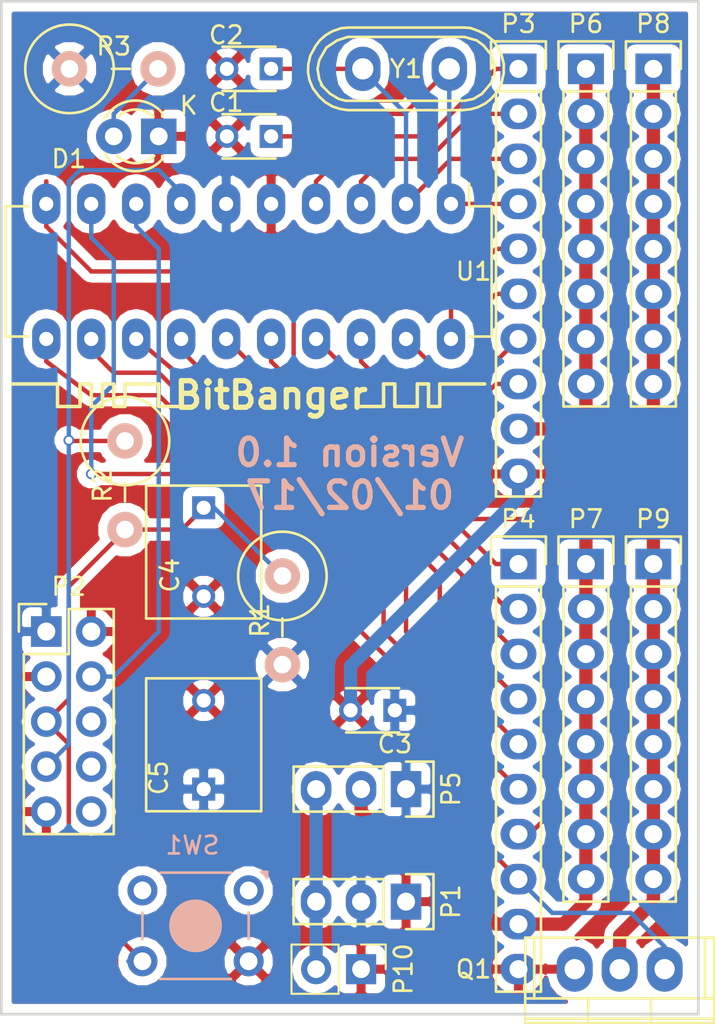
<source format=kicad_pcb>
(kicad_pcb (version 4) (host pcbnew 4.0.5)

  (general
    (links 87)
    (no_connects 0)
    (area 136.984999 82.474999 184.35 140.483001)
    (thickness 1.6)
    (drawings 33)
    (tracks 213)
    (zones 0)
    (modules 23)
    (nets 31)
  )

  (page A4)
  (layers
    (0 F.Cu signal)
    (31 B.Cu signal)
    (32 B.Adhes user)
    (33 F.Adhes user)
    (34 B.Paste user)
    (35 F.Paste user)
    (36 B.SilkS user)
    (37 F.SilkS user)
    (38 B.Mask user)
    (39 F.Mask user)
    (40 Dwgs.User user)
    (41 Cmts.User user)
    (42 Eco1.User user)
    (43 Eco2.User user)
    (44 Edge.Cuts user)
    (45 Margin user)
    (46 B.CrtYd user)
    (47 F.CrtYd user)
    (48 B.Fab user)
    (49 F.Fab user)
  )

  (setup
    (last_trace_width 0.25)
    (user_trace_width 0.5)
    (user_trace_width 0.75)
    (trace_clearance 0.2)
    (zone_clearance 0.508)
    (zone_45_only no)
    (trace_min 0.2)
    (segment_width 0.2)
    (edge_width 0.15)
    (via_size 0.6)
    (via_drill 0.4)
    (via_min_size 0.4)
    (via_min_drill 0.3)
    (uvia_size 0.3)
    (uvia_drill 0.1)
    (uvias_allowed no)
    (uvia_min_size 0.2)
    (uvia_min_drill 0.1)
    (pcb_text_width 0.3)
    (pcb_text_size 1.5 1.5)
    (mod_edge_width 0.15)
    (mod_text_size 1 1)
    (mod_text_width 0.15)
    (pad_size 1.524 1.524)
    (pad_drill 0.762)
    (pad_to_mask_clearance 0.2)
    (aux_axis_origin 0 0)
    (visible_elements 7FFFFFFF)
    (pcbplotparams
      (layerselection 0x00030_80000001)
      (usegerberextensions false)
      (excludeedgelayer true)
      (linewidth 0.100000)
      (plotframeref false)
      (viasonmask false)
      (mode 1)
      (useauxorigin false)
      (hpglpennumber 1)
      (hpglpenspeed 20)
      (hpglpendiameter 15)
      (hpglpenoverlay 2)
      (psnegative false)
      (psa4output false)
      (plotreference true)
      (plotvalue true)
      (plotinvisibletext false)
      (padsonsilk false)
      (subtractmaskfromsilk false)
      (outputformat 1)
      (mirror false)
      (drillshape 1)
      (scaleselection 1)
      (outputdirectory ""))
  )

  (net 0 "")
  (net 1 GND)
  (net 2 +3V3)
  (net 3 /TP1)
  (net 4 "Net-(D1-Pad2)")
  (net 5 +BATT)
  (net 6 "Net-(P2-Pad4)")
  (net 7 "Net-(P2-Pad6)")
  (net 8 "Net-(P2-Pad7)")
  (net 9 "Net-(P2-Pad8)")
  (net 10 +5V)
  (net 11 "Net-(P3-Pad1)")
  (net 12 "Net-(P3-Pad2)")
  (net 13 "Net-(P3-Pad5)")
  (net 14 "Net-(P3-Pad6)")
  (net 15 "Net-(P3-Pad7)")
  (net 16 "Net-(P3-Pad8)")
  (net 17 "Net-(P3-Pad9)")
  (net 18 "Net-(P4-Pad1)")
  (net 19 "Net-(P4-Pad2)")
  (net 20 "Net-(P4-Pad3)")
  (net 21 "Net-(P4-Pad4)")
  (net 22 "Net-(P4-Pad5)")
  (net 23 "Net-(P4-Pad6)")
  (net 24 "Net-(P4-Pad7)")
  (net 25 "Net-(P4-Pad8)")
  (net 26 "Net-(P8-Pad1)")
  (net 27 "Net-(SW1-Pad2)")
  (net 28 "Net-(SW1-Pad1)")
  (net 29 P0.3)
  (net 30 P0.2)

  (net_class Default "This is the default net class."
    (clearance 0.2)
    (trace_width 0.25)
    (via_dia 0.6)
    (via_drill 0.4)
    (uvia_dia 0.3)
    (uvia_drill 0.1)
    (add_net +3V3)
    (add_net +5V)
    (add_net +BATT)
    (add_net /TP1)
    (add_net GND)
    (add_net "Net-(D1-Pad2)")
    (add_net "Net-(P2-Pad4)")
    (add_net "Net-(P2-Pad6)")
    (add_net "Net-(P2-Pad7)")
    (add_net "Net-(P2-Pad8)")
    (add_net "Net-(P3-Pad1)")
    (add_net "Net-(P3-Pad2)")
    (add_net "Net-(P3-Pad5)")
    (add_net "Net-(P3-Pad6)")
    (add_net "Net-(P3-Pad7)")
    (add_net "Net-(P3-Pad8)")
    (add_net "Net-(P3-Pad9)")
    (add_net "Net-(P4-Pad1)")
    (add_net "Net-(P4-Pad2)")
    (add_net "Net-(P4-Pad3)")
    (add_net "Net-(P4-Pad4)")
    (add_net "Net-(P4-Pad5)")
    (add_net "Net-(P4-Pad6)")
    (add_net "Net-(P4-Pad7)")
    (add_net "Net-(P4-Pad8)")
    (add_net "Net-(P8-Pad1)")
    (add_net "Net-(SW1-Pad1)")
    (add_net "Net-(SW1-Pad2)")
    (add_net P0.2)
    (add_net P0.3)
  )

  (module Housings_DIP:DIP-20_W7.62mm_LongPads (layer F.Cu) (tedit 5865D9FE) (tstamp 58613BE8)
    (at 162.56 93.98 270)
    (descr "20-lead dip package, row spacing 7.62 mm (300 mils), longer pads")
    (tags "dil dip 2.54 300")
    (path /586062B1)
    (fp_text reference U1 (at 3.81 -1.27 540) (layer F.SilkS)
      (effects (font (size 1 1) (thickness 0.15)))
    )
    (fp_text value C8051F330 (at 3.81 10.795 360) (layer F.Fab)
      (effects (font (size 1 1) (thickness 0.15)))
    )
    (fp_line (start -1.4 -2.45) (end -1.4 25.35) (layer F.CrtYd) (width 0.05))
    (fp_line (start 9 -2.45) (end 9 25.35) (layer F.CrtYd) (width 0.05))
    (fp_line (start -1.4 -2.45) (end 9 -2.45) (layer F.CrtYd) (width 0.05))
    (fp_line (start -1.4 25.35) (end 9 25.35) (layer F.CrtYd) (width 0.05))
    (fp_line (start 0.135 -2.295) (end 0.135 -1.025) (layer F.SilkS) (width 0.15))
    (fp_line (start 7.485 -2.295) (end 7.485 -1.025) (layer F.SilkS) (width 0.15))
    (fp_line (start 7.485 25.155) (end 7.485 23.885) (layer F.SilkS) (width 0.15))
    (fp_line (start 0.135 25.155) (end 0.135 23.885) (layer F.SilkS) (width 0.15))
    (fp_line (start 0.135 -2.295) (end 7.485 -2.295) (layer F.SilkS) (width 0.15))
    (fp_line (start 0.135 25.155) (end 7.485 25.155) (layer F.SilkS) (width 0.15))
    (fp_line (start 0.135 -1.025) (end -1.15 -1.025) (layer F.SilkS) (width 0.15))
    (pad 1 thru_hole oval (at 0 0 270) (size 2.3 1.6) (drill 0.8) (layers *.Cu *.Mask)
      (net 29 P0.3))
    (pad 2 thru_hole oval (at 0 2.54 270) (size 2.3 1.6) (drill 0.8) (layers *.Cu *.Mask)
      (net 30 P0.2))
    (pad 3 thru_hole oval (at 0 5.08 270) (size 2.3 1.6) (drill 0.8) (layers *.Cu *.Mask)
      (net 12 "Net-(P3-Pad2)"))
    (pad 4 thru_hole oval (at 0 7.62 270) (size 2.3 1.6) (drill 0.8) (layers *.Cu *.Mask)
      (net 11 "Net-(P3-Pad1)"))
    (pad 5 thru_hole oval (at 0 10.16 270) (size 2.3 1.6) (drill 0.8) (layers *.Cu *.Mask)
      (net 1 GND))
    (pad 6 thru_hole oval (at 0 12.7 270) (size 2.3 1.6) (drill 0.8) (layers *.Cu *.Mask)
      (net 2 +3V3))
    (pad 7 thru_hole oval (at 0 15.24 270) (size 2.3 1.6) (drill 0.8) (layers *.Cu *.Mask)
      (net 8 "Net-(P2-Pad7)"))
    (pad 8 thru_hole oval (at 0 17.78 270) (size 2.3 1.6) (drill 0.8) (layers *.Cu *.Mask)
      (net 6 "Net-(P2-Pad4)"))
    (pad 9 thru_hole oval (at 0 20.32 270) (size 2.3 1.6) (drill 0.8) (layers *.Cu *.Mask)
      (net 25 "Net-(P4-Pad8)"))
    (pad 10 thru_hole oval (at 0 22.86 270) (size 2.3 1.6) (drill 0.8) (layers *.Cu *.Mask)
      (net 24 "Net-(P4-Pad7)"))
    (pad 11 thru_hole oval (at 7.62 22.86 270) (size 2.3 1.6) (drill 0.8) (layers *.Cu *.Mask)
      (net 23 "Net-(P4-Pad6)"))
    (pad 12 thru_hole oval (at 7.62 20.32 270) (size 2.3 1.6) (drill 0.8) (layers *.Cu *.Mask)
      (net 22 "Net-(P4-Pad5)"))
    (pad 13 thru_hole oval (at 7.62 17.78 270) (size 2.3 1.6) (drill 0.8) (layers *.Cu *.Mask)
      (net 21 "Net-(P4-Pad4)"))
    (pad 14 thru_hole oval (at 7.62 15.24 270) (size 2.3 1.6) (drill 0.8) (layers *.Cu *.Mask)
      (net 20 "Net-(P4-Pad3)"))
    (pad 15 thru_hole oval (at 7.62 12.7 270) (size 2.3 1.6) (drill 0.8) (layers *.Cu *.Mask)
      (net 19 "Net-(P4-Pad2)"))
    (pad 16 thru_hole oval (at 7.62 10.16 270) (size 2.3 1.6) (drill 0.8) (layers *.Cu *.Mask)
      (net 18 "Net-(P4-Pad1)"))
    (pad 17 thru_hole oval (at 7.62 7.62 270) (size 2.3 1.6) (drill 0.8) (layers *.Cu *.Mask)
      (net 16 "Net-(P3-Pad8)"))
    (pad 18 thru_hole oval (at 7.62 5.08 270) (size 2.3 1.6) (drill 0.8) (layers *.Cu *.Mask)
      (net 15 "Net-(P3-Pad7)"))
    (pad 19 thru_hole oval (at 7.62 2.54 270) (size 2.3 1.6) (drill 0.8) (layers *.Cu *.Mask)
      (net 14 "Net-(P3-Pad6)"))
    (pad 20 thru_hole oval (at 7.62 0 270) (size 2.3 1.6) (drill 0.8) (layers *.Cu *.Mask)
      (net 13 "Net-(P3-Pad5)"))
    (model Housings_DIP.3dshapes/DIP-20_W7.62mm_LongPads.wrl
      (at (xyz 0 0 0))
      (scale (xyz 1 1 1))
      (rotate (xyz 0 0 0))
    )
  )

  (module Resistors_THT:Resistor_Vertical_RM5mm (layer F.Cu) (tedit 5865E169) (tstamp 58613BBC)
    (at 153.035 117.475 270)
    (descr "Resistor, Vertical, RM 5mm, 1/3W,")
    (tags "Resistor, Vertical, RM 5mm, 1/3W,")
    (path /58607903)
    (fp_text reference R1 (at 0 1.27 270) (layer F.SilkS)
      (effects (font (size 1 1) (thickness 0.15)))
    )
    (fp_text value 10K (at 0 -1.27 270) (layer F.Fab)
      (effects (font (size 1 1) (thickness 0.15)))
    )
    (fp_line (start -0.09906 0) (end 0.9017 0) (layer F.SilkS) (width 0.15))
    (fp_circle (center -2.49936 0) (end 0 0) (layer F.SilkS) (width 0.15))
    (pad 1 thru_hole circle (at -2.49936 0 270) (size 1.99898 1.99898) (drill 1.00076) (layers *.Cu *.SilkS *.Mask)
      (net 3 /TP1))
    (pad 2 thru_hole circle (at 2.5019 0 270) (size 1.99898 1.99898) (drill 1.00076) (layers *.Cu *.SilkS *.Mask)
      (net 2 +3V3))
  )

  (module Crystals:Crystal_HC50-U_Vertical (layer F.Cu) (tedit 5865D043) (tstamp 58613BEE)
    (at 160.02 86.36 180)
    (descr "Crystal, Quarz, HC50/U, vertical, stehend,")
    (tags "Crystal Quarz HC50/U vertical stehend")
    (path /58607457)
    (fp_text reference Y1 (at 0 0 180) (layer F.SilkS)
      (effects (font (size 1 1) (thickness 0.15)))
    )
    (fp_text value Crystal (at 0 -2.54 180) (layer F.Fab)
      (effects (font (size 1 1) (thickness 0.15)))
    )
    (fp_line (start 4.699 -1.00076) (end 4.89966 -0.59944) (layer F.SilkS) (width 0.15))
    (fp_line (start 4.89966 -0.59944) (end 5.00126 0) (layer F.SilkS) (width 0.15))
    (fp_line (start 5.00126 0) (end 4.89966 0.50038) (layer F.SilkS) (width 0.15))
    (fp_line (start 4.89966 0.50038) (end 4.50088 1.19888) (layer F.SilkS) (width 0.15))
    (fp_line (start 4.50088 1.19888) (end 3.8989 1.6002) (layer F.SilkS) (width 0.15))
    (fp_line (start 3.8989 1.6002) (end 3.29946 1.80086) (layer F.SilkS) (width 0.15))
    (fp_line (start 3.29946 1.80086) (end -3.29946 1.80086) (layer F.SilkS) (width 0.15))
    (fp_line (start -3.29946 1.80086) (end -4.0005 1.6002) (layer F.SilkS) (width 0.15))
    (fp_line (start -4.0005 1.6002) (end -4.39928 1.30048) (layer F.SilkS) (width 0.15))
    (fp_line (start -4.39928 1.30048) (end -4.8006 0.8001) (layer F.SilkS) (width 0.15))
    (fp_line (start -4.8006 0.8001) (end -5.00126 0.20066) (layer F.SilkS) (width 0.15))
    (fp_line (start -5.00126 0.20066) (end -5.00126 -0.29972) (layer F.SilkS) (width 0.15))
    (fp_line (start -5.00126 -0.29972) (end -4.8006 -0.8001) (layer F.SilkS) (width 0.15))
    (fp_line (start -4.8006 -0.8001) (end -4.30022 -1.39954) (layer F.SilkS) (width 0.15))
    (fp_line (start -4.30022 -1.39954) (end -3.79984 -1.69926) (layer F.SilkS) (width 0.15))
    (fp_line (start -3.79984 -1.69926) (end -3.29946 -1.80086) (layer F.SilkS) (width 0.15))
    (fp_line (start -3.2004 -1.80086) (end 3.40106 -1.80086) (layer F.SilkS) (width 0.15))
    (fp_line (start 3.40106 -1.80086) (end 3.79984 -1.69926) (layer F.SilkS) (width 0.15))
    (fp_line (start 3.79984 -1.69926) (end 4.30022 -1.39954) (layer F.SilkS) (width 0.15))
    (fp_line (start 4.30022 -1.39954) (end 4.8006 -0.89916) (layer F.SilkS) (width 0.15))
    (fp_line (start -3.19024 -2.32918) (end -3.64998 -2.28092) (layer F.SilkS) (width 0.15))
    (fp_line (start -3.64998 -2.28092) (end -4.04876 -2.16916) (layer F.SilkS) (width 0.15))
    (fp_line (start -4.04876 -2.16916) (end -4.48056 -1.95072) (layer F.SilkS) (width 0.15))
    (fp_line (start -4.48056 -1.95072) (end -4.77012 -1.71958) (layer F.SilkS) (width 0.15))
    (fp_line (start -4.77012 -1.71958) (end -5.10032 -1.36906) (layer F.SilkS) (width 0.15))
    (fp_line (start -5.10032 -1.36906) (end -5.38988 -0.83058) (layer F.SilkS) (width 0.15))
    (fp_line (start -5.38988 -0.83058) (end -5.51942 -0.23114) (layer F.SilkS) (width 0.15))
    (fp_line (start -5.51942 -0.23114) (end -5.51942 0.2794) (layer F.SilkS) (width 0.15))
    (fp_line (start -5.51942 0.2794) (end -5.34924 0.98044) (layer F.SilkS) (width 0.15))
    (fp_line (start -5.34924 0.98044) (end -4.95046 1.56972) (layer F.SilkS) (width 0.15))
    (fp_line (start -4.95046 1.56972) (end -4.49072 1.94056) (layer F.SilkS) (width 0.15))
    (fp_line (start -4.49072 1.94056) (end -4.06908 2.14884) (layer F.SilkS) (width 0.15))
    (fp_line (start -4.06908 2.14884) (end -3.6195 2.30886) (layer F.SilkS) (width 0.15))
    (fp_line (start -3.6195 2.30886) (end -3.18008 2.33934) (layer F.SilkS) (width 0.15))
    (fp_line (start 4.16052 2.1209) (end 4.53898 1.89992) (layer F.SilkS) (width 0.15))
    (fp_line (start 4.53898 1.89992) (end 4.85902 1.62052) (layer F.SilkS) (width 0.15))
    (fp_line (start 4.85902 1.62052) (end 5.11048 1.29032) (layer F.SilkS) (width 0.15))
    (fp_line (start 5.11048 1.29032) (end 5.4102 0.73914) (layer F.SilkS) (width 0.15))
    (fp_line (start 5.4102 0.73914) (end 5.51942 0.26924) (layer F.SilkS) (width 0.15))
    (fp_line (start 5.51942 0.26924) (end 5.53974 -0.1905) (layer F.SilkS) (width 0.15))
    (fp_line (start 5.53974 -0.1905) (end 5.45084 -0.65024) (layer F.SilkS) (width 0.15))
    (fp_line (start 5.45084 -0.65024) (end 5.26034 -1.09982) (layer F.SilkS) (width 0.15))
    (fp_line (start 5.26034 -1.09982) (end 4.89966 -1.56972) (layer F.SilkS) (width 0.15))
    (fp_line (start 4.89966 -1.56972) (end 4.54914 -1.88976) (layer F.SilkS) (width 0.15))
    (fp_line (start 4.54914 -1.88976) (end 4.16052 -2.1209) (layer F.SilkS) (width 0.15))
    (fp_line (start 4.16052 -2.1209) (end 3.73126 -2.2606) (layer F.SilkS) (width 0.15))
    (fp_line (start 3.73126 -2.2606) (end 3.2893 -2.32918) (layer F.SilkS) (width 0.15))
    (fp_line (start -3.2004 2.32918) (end 3.2512 2.32918) (layer F.SilkS) (width 0.15))
    (fp_line (start 3.2512 2.32918) (end 3.6703 2.29108) (layer F.SilkS) (width 0.15))
    (fp_line (start 3.6703 2.29108) (end 4.16052 2.1209) (layer F.SilkS) (width 0.15))
    (fp_line (start -3.2004 -2.32918) (end 3.2512 -2.32918) (layer F.SilkS) (width 0.15))
    (pad 1 thru_hole oval (at -2.44094 0 180) (size 1.99898 2.49936) (drill 1.19888) (layers *.Cu *.Mask)
      (net 29 P0.3))
    (pad 2 thru_hole oval (at 2.44094 0 180) (size 1.99898 2.49936) (drill 1.19888) (layers *.Cu *.Mask)
      (net 30 P0.2))
  )

  (module Capacitors_THT:C_Rect_L7.5_W6.5_P5 (layer F.Cu) (tedit 5865E14D) (tstamp 58613B38)
    (at 148.59 111.125 270)
    (descr "Film Capacitor Length 7.5mm x Width 6.5mm, Pitch 5mm")
    (tags Capacitor)
    (path /586073F0)
    (fp_text reference C4 (at 3.81 1.905 270) (layer F.SilkS)
      (effects (font (size 1 1) (thickness 0.15)))
    )
    (fp_text value 2.2uf (at 0 1.905 270) (layer F.Fab)
      (effects (font (size 1 1) (thickness 0.15)))
    )
    (fp_line (start -1.5 -3.5) (end 6.5 -3.5) (layer F.CrtYd) (width 0.05))
    (fp_line (start 6.5 -3.5) (end 6.5 3.5) (layer F.CrtYd) (width 0.05))
    (fp_line (start 6.5 3.5) (end -1.5 3.5) (layer F.CrtYd) (width 0.05))
    (fp_line (start -1.5 3.5) (end -1.5 -3.5) (layer F.CrtYd) (width 0.05))
    (fp_line (start -1.25 -3.25) (end 6.25 -3.25) (layer F.SilkS) (width 0.15))
    (fp_line (start 6.25 -3.25) (end 6.25 3.25) (layer F.SilkS) (width 0.15))
    (fp_line (start 6.25 3.25) (end -1.25 3.25) (layer F.SilkS) (width 0.15))
    (fp_line (start -1.25 3.25) (end -1.25 -3.25) (layer F.SilkS) (width 0.15))
    (pad 1 thru_hole rect (at 0 0 270) (size 1.3 1.3) (drill 0.8) (layers *.Cu *.Mask)
      (net 3 /TP1))
    (pad 2 thru_hole circle (at 5 0 270) (size 1.3 1.3) (drill 0.8) (layers *.Cu *.Mask)
      (net 1 GND))
  )

  (module Resistors_THT:Resistor_Vertical_RM5mm (layer F.Cu) (tedit 5861753D) (tstamp 58613BC8)
    (at 143.51 86.36)
    (descr "Resistor, Vertical, RM 5mm, 1/3W,")
    (tags "Resistor, Vertical, RM 5mm, 1/3W,")
    (path /58606BF9)
    (fp_text reference R3 (at 0 -1.27) (layer F.SilkS)
      (effects (font (size 1 1) (thickness 0.15)))
    )
    (fp_text value 2K (at 0 0) (layer F.Fab)
      (effects (font (size 1 1) (thickness 0.15)))
    )
    (fp_line (start -0.09906 0) (end 0.9017 0) (layer F.SilkS) (width 0.15))
    (fp_circle (center -2.49936 0) (end 0 0) (layer F.SilkS) (width 0.15))
    (pad 1 thru_hole circle (at -2.49936 0) (size 1.99898 1.99898) (drill 1.00076) (layers *.Cu *.SilkS *.Mask)
      (net 2 +3V3))
    (pad 2 thru_hole circle (at 2.5019 0) (size 1.99898 1.99898) (drill 1.00076) (layers *.Cu *.SilkS *.Mask)
      (net 4 "Net-(D1-Pad2)"))
  )

  (module Capacitors_THT:C_Disc_D3_P2.5 (layer F.Cu) (tedit 5865DA6D) (tstamp 58613B26)
    (at 152.4 90.17 180)
    (descr "Capacitor 3mm Disc, Pitch 2.5mm")
    (tags Capacitor)
    (path /58607395)
    (fp_text reference C1 (at 2.54 1.905 180) (layer F.SilkS)
      (effects (font (size 1 1) (thickness 0.15)))
    )
    (fp_text value 22pf (at -0.635 1.905 180) (layer F.Fab)
      (effects (font (size 1 1) (thickness 0.15)))
    )
    (fp_line (start -0.9 -1.5) (end 3.4 -1.5) (layer F.CrtYd) (width 0.05))
    (fp_line (start 3.4 -1.5) (end 3.4 1.5) (layer F.CrtYd) (width 0.05))
    (fp_line (start 3.4 1.5) (end -0.9 1.5) (layer F.CrtYd) (width 0.05))
    (fp_line (start -0.9 1.5) (end -0.9 -1.5) (layer F.CrtYd) (width 0.05))
    (fp_line (start -0.25 -1.25) (end 2.75 -1.25) (layer F.SilkS) (width 0.15))
    (fp_line (start 2.75 1.25) (end -0.25 1.25) (layer F.SilkS) (width 0.15))
    (pad 1 thru_hole rect (at 0 0 180) (size 1.3 1.3) (drill 0.8) (layers *.Cu *.Mask)
      (net 29 P0.3))
    (pad 2 thru_hole circle (at 2.5 0 180) (size 1.3 1.3) (drill 0.8001) (layers *.Cu *.Mask)
      (net 1 GND))
    (model Capacitors_ThroughHole.3dshapes/C_Disc_D3_P2.5.wrl
      (at (xyz 0.0492126 0 0))
      (scale (xyz 1 1 1))
      (rotate (xyz 0 0 0))
    )
  )

  (module Capacitors_THT:C_Disc_D3_P2.5 (layer F.Cu) (tedit 5865DA5B) (tstamp 58613B2C)
    (at 152.4 86.36 180)
    (descr "Capacitor 3mm Disc, Pitch 2.5mm")
    (tags Capacitor)
    (path /58606C2C)
    (fp_text reference C2 (at 2.54 1.905 180) (layer F.SilkS)
      (effects (font (size 1 1) (thickness 0.15)))
    )
    (fp_text value 22pf (at -0.635 1.905 180) (layer F.Fab)
      (effects (font (size 1 1) (thickness 0.15)))
    )
    (fp_line (start -0.9 -1.5) (end 3.4 -1.5) (layer F.CrtYd) (width 0.05))
    (fp_line (start 3.4 -1.5) (end 3.4 1.5) (layer F.CrtYd) (width 0.05))
    (fp_line (start 3.4 1.5) (end -0.9 1.5) (layer F.CrtYd) (width 0.05))
    (fp_line (start -0.9 1.5) (end -0.9 -1.5) (layer F.CrtYd) (width 0.05))
    (fp_line (start -0.25 -1.25) (end 2.75 -1.25) (layer F.SilkS) (width 0.15))
    (fp_line (start 2.75 1.25) (end -0.25 1.25) (layer F.SilkS) (width 0.15))
    (pad 1 thru_hole rect (at 0 0 180) (size 1.3 1.3) (drill 0.8) (layers *.Cu *.Mask)
      (net 30 P0.2))
    (pad 2 thru_hole circle (at 2.5 0 180) (size 1.3 1.3) (drill 0.8001) (layers *.Cu *.Mask)
      (net 1 GND))
    (model Capacitors_ThroughHole.3dshapes/C_Disc_D3_P2.5.wrl
      (at (xyz 0.0492126 0 0))
      (scale (xyz 1 1 1))
      (rotate (xyz 0 0 0))
    )
  )

  (module Capacitors_THT:C_Disc_D3_P2.5 (layer F.Cu) (tedit 5865E11D) (tstamp 58613B32)
    (at 159.385 122.555 180)
    (descr "Capacitor 3mm Disc, Pitch 2.5mm")
    (tags Capacitor)
    (path /58608001)
    (fp_text reference C3 (at 0 -1.905 180) (layer F.SilkS)
      (effects (font (size 1 1) (thickness 0.15)))
    )
    (fp_text value .1uf (at 2.54 -1.905 180) (layer F.Fab)
      (effects (font (size 1 1) (thickness 0.15)))
    )
    (fp_line (start -0.9 -1.5) (end 3.4 -1.5) (layer F.CrtYd) (width 0.05))
    (fp_line (start 3.4 -1.5) (end 3.4 1.5) (layer F.CrtYd) (width 0.05))
    (fp_line (start 3.4 1.5) (end -0.9 1.5) (layer F.CrtYd) (width 0.05))
    (fp_line (start -0.9 1.5) (end -0.9 -1.5) (layer F.CrtYd) (width 0.05))
    (fp_line (start -0.25 -1.25) (end 2.75 -1.25) (layer F.SilkS) (width 0.15))
    (fp_line (start 2.75 1.25) (end -0.25 1.25) (layer F.SilkS) (width 0.15))
    (pad 1 thru_hole rect (at 0 0 180) (size 1.3 1.3) (drill 0.8) (layers *.Cu *.Mask)
      (net 2 +3V3))
    (pad 2 thru_hole circle (at 2.5 0 180) (size 1.3 1.3) (drill 0.8001) (layers *.Cu *.Mask)
      (net 1 GND))
    (model Capacitors_ThroughHole.3dshapes/C_Disc_D3_P2.5.wrl
      (at (xyz 0.0492126 0 0))
      (scale (xyz 1 1 1))
      (rotate (xyz 0 0 0))
    )
  )

  (module LEDs:LED-3MM (layer F.Cu) (tedit 5865DA76) (tstamp 58613B44)
    (at 146.05 90.17 180)
    (descr "LED 3mm round vertical")
    (tags "LED  3mm round vertical")
    (path /5860793A)
    (fp_text reference D1 (at 5.08 -1.27 180) (layer F.SilkS)
      (effects (font (size 1 1) (thickness 0.15)))
    )
    (fp_text value LED (at 5.715 0 180) (layer F.Fab)
      (effects (font (size 1 1) (thickness 0.15)))
    )
    (fp_line (start -1.2 2.3) (end 3.8 2.3) (layer F.CrtYd) (width 0.05))
    (fp_line (start 3.8 2.3) (end 3.8 -2.2) (layer F.CrtYd) (width 0.05))
    (fp_line (start 3.8 -2.2) (end -1.2 -2.2) (layer F.CrtYd) (width 0.05))
    (fp_line (start -1.2 -2.2) (end -1.2 2.3) (layer F.CrtYd) (width 0.05))
    (fp_line (start -0.199 1.314) (end -0.199 1.114) (layer F.SilkS) (width 0.15))
    (fp_line (start -0.199 -1.28) (end -0.199 -1.1) (layer F.SilkS) (width 0.15))
    (fp_arc (start 1.301 0.034) (end -0.199 -1.286) (angle 108.5) (layer F.SilkS) (width 0.15))
    (fp_arc (start 1.301 0.034) (end 0.25 -1.1) (angle 85.7) (layer F.SilkS) (width 0.15))
    (fp_arc (start 1.311 0.034) (end 3.051 0.994) (angle 110) (layer F.SilkS) (width 0.15))
    (fp_arc (start 1.301 0.034) (end 2.335 1.094) (angle 87.5) (layer F.SilkS) (width 0.15))
    (fp_text user K (at -1.69 1.74 180) (layer F.SilkS)
      (effects (font (size 1 1) (thickness 0.15)))
    )
    (pad 1 thru_hole rect (at 0 0 270) (size 2 2) (drill 1.00076) (layers *.Cu *.Mask)
      (net 1 GND))
    (pad 2 thru_hole circle (at 2.54 0 180) (size 2 2) (drill 1.00076) (layers *.Cu *.Mask)
      (net 4 "Net-(D1-Pad2)"))
    (model LEDs.3dshapes/LED-3MM.wrl
      (at (xyz 0.05 0 0))
      (scale (xyz 1 1 1))
      (rotate (xyz 0 0 90))
    )
  )

  (module Pin_Headers:Pin_Header_Straight_1x03 (layer F.Cu) (tedit 5866921A) (tstamp 58613B4B)
    (at 160.02 133.35 270)
    (descr "Through hole pin header")
    (tags "pin header")
    (path /58606D8D)
    (fp_text reference P1 (at 0 -2.54 270) (layer F.SilkS)
      (effects (font (size 1 1) (thickness 0.15)))
    )
    (fp_text value "" (at 0 7.62 270) (layer F.Fab) hide
      (effects (font (size 1 1) (thickness 0.15)))
    )
    (fp_line (start -1.75 -1.75) (end -1.75 6.85) (layer F.CrtYd) (width 0.05))
    (fp_line (start 1.75 -1.75) (end 1.75 6.85) (layer F.CrtYd) (width 0.05))
    (fp_line (start -1.75 -1.75) (end 1.75 -1.75) (layer F.CrtYd) (width 0.05))
    (fp_line (start -1.75 6.85) (end 1.75 6.85) (layer F.CrtYd) (width 0.05))
    (fp_line (start -1.27 1.27) (end -1.27 6.35) (layer F.SilkS) (width 0.15))
    (fp_line (start -1.27 6.35) (end 1.27 6.35) (layer F.SilkS) (width 0.15))
    (fp_line (start 1.27 6.35) (end 1.27 1.27) (layer F.SilkS) (width 0.15))
    (fp_line (start 1.55 -1.55) (end 1.55 0) (layer F.SilkS) (width 0.15))
    (fp_line (start 1.27 1.27) (end -1.27 1.27) (layer F.SilkS) (width 0.15))
    (fp_line (start -1.55 0) (end -1.55 -1.55) (layer F.SilkS) (width 0.15))
    (fp_line (start -1.55 -1.55) (end 1.55 -1.55) (layer F.SilkS) (width 0.15))
    (pad 1 thru_hole rect (at 0 0 270) (size 2.032 1.7272) (drill 1.016) (layers *.Cu *.Mask)
      (net 1 GND))
    (pad 2 thru_hole oval (at 0 2.54 270) (size 2.032 1.7272) (drill 1.016) (layers *.Cu *.Mask)
      (net 2 +3V3))
    (pad 3 thru_hole oval (at 0 5.08 270) (size 2.032 1.7272) (drill 1.016) (layers *.Cu *.Mask)
      (net 5 +BATT))
    (model Pin_Headers.3dshapes/Pin_Header_Straight_1x03.wrl
      (at (xyz 0 -0.1 0))
      (scale (xyz 1 1 1))
      (rotate (xyz 0 0 90))
    )
  )

  (module Pin_Headers:Pin_Header_Straight_2x05 (layer F.Cu) (tedit 586691CF) (tstamp 58613B59)
    (at 139.7 118.11)
    (descr "Through hole pin header")
    (tags "pin header")
    (path /58606C92)
    (fp_text reference P2 (at 1.27 -2.54) (layer F.SilkS)
      (effects (font (size 1 1) (thickness 0.15)))
    )
    (fp_text value "" (at 1.27 13.97) (layer F.Fab) hide
      (effects (font (size 1 1) (thickness 0.15)))
    )
    (fp_line (start -1.75 -1.75) (end -1.75 11.95) (layer F.CrtYd) (width 0.05))
    (fp_line (start 4.3 -1.75) (end 4.3 11.95) (layer F.CrtYd) (width 0.05))
    (fp_line (start -1.75 -1.75) (end 4.3 -1.75) (layer F.CrtYd) (width 0.05))
    (fp_line (start -1.75 11.95) (end 4.3 11.95) (layer F.CrtYd) (width 0.05))
    (fp_line (start 3.81 -1.27) (end 3.81 11.43) (layer F.SilkS) (width 0.15))
    (fp_line (start 3.81 11.43) (end -1.27 11.43) (layer F.SilkS) (width 0.15))
    (fp_line (start -1.27 11.43) (end -1.27 1.27) (layer F.SilkS) (width 0.15))
    (fp_line (start 3.81 -1.27) (end 1.27 -1.27) (layer F.SilkS) (width 0.15))
    (fp_line (start 0 -1.55) (end -1.55 -1.55) (layer F.SilkS) (width 0.15))
    (fp_line (start 1.27 -1.27) (end 1.27 1.27) (layer F.SilkS) (width 0.15))
    (fp_line (start 1.27 1.27) (end -1.27 1.27) (layer F.SilkS) (width 0.15))
    (fp_line (start -1.55 -1.55) (end -1.55 0) (layer F.SilkS) (width 0.15))
    (pad 1 thru_hole rect (at 0 0) (size 1.7272 1.7272) (drill 1.016) (layers *.Cu *.Mask)
      (net 2 +3V3))
    (pad 2 thru_hole oval (at 2.54 0) (size 1.7272 1.7272) (drill 1.016) (layers *.Cu *.Mask)
      (net 1 GND))
    (pad 3 thru_hole oval (at 0 2.54) (size 1.7272 1.7272) (drill 1.016) (layers *.Cu *.Mask)
      (net 1 GND))
    (pad 4 thru_hole oval (at 2.54 2.54) (size 1.7272 1.7272) (drill 1.016) (layers *.Cu *.Mask)
      (net 6 "Net-(P2-Pad4)"))
    (pad 5 thru_hole oval (at 0 5.08) (size 1.7272 1.7272) (drill 1.016) (layers *.Cu *.Mask)
      (net 3 /TP1))
    (pad 6 thru_hole oval (at 2.54 5.08) (size 1.7272 1.7272) (drill 1.016) (layers *.Cu *.Mask)
      (net 7 "Net-(P2-Pad6)"))
    (pad 7 thru_hole oval (at 0 7.62) (size 1.7272 1.7272) (drill 1.016) (layers *.Cu *.Mask)
      (net 8 "Net-(P2-Pad7)"))
    (pad 8 thru_hole oval (at 2.54 7.62) (size 1.7272 1.7272) (drill 1.016) (layers *.Cu *.Mask)
      (net 9 "Net-(P2-Pad8)"))
    (pad 9 thru_hole oval (at 0 10.16) (size 1.7272 1.7272) (drill 1.016) (layers *.Cu *.Mask)
      (net 1 GND))
    (pad 10 thru_hole oval (at 2.54 10.16) (size 1.7272 1.7272) (drill 1.016) (layers *.Cu *.Mask)
      (net 10 +5V))
    (model Pin_Headers.3dshapes/Pin_Header_Straight_2x05.wrl
      (at (xyz 0.05 -0.2 0))
      (scale (xyz 1 1 1))
      (rotate (xyz 0 0 90))
    )
  )

  (module Pin_Headers:Pin_Header_Straight_1x10 (layer F.Cu) (tedit 5866920A) (tstamp 58613B67)
    (at 166.37 86.36)
    (descr "Through hole pin header")
    (tags "pin header")
    (path /58606CD3)
    (fp_text reference P3 (at 0 -2.54) (layer F.SilkS)
      (effects (font (size 1 1) (thickness 0.15)))
    )
    (fp_text value "" (at 17.78 -1.27) (layer F.Fab) hide
      (effects (font (size 1 1) (thickness 0.15)))
    )
    (fp_line (start -1.75 -1.75) (end -1.75 24.65) (layer F.CrtYd) (width 0.05))
    (fp_line (start 1.75 -1.75) (end 1.75 24.65) (layer F.CrtYd) (width 0.05))
    (fp_line (start -1.75 -1.75) (end 1.75 -1.75) (layer F.CrtYd) (width 0.05))
    (fp_line (start -1.75 24.65) (end 1.75 24.65) (layer F.CrtYd) (width 0.05))
    (fp_line (start 1.27 1.27) (end 1.27 24.13) (layer F.SilkS) (width 0.15))
    (fp_line (start 1.27 24.13) (end -1.27 24.13) (layer F.SilkS) (width 0.15))
    (fp_line (start -1.27 24.13) (end -1.27 1.27) (layer F.SilkS) (width 0.15))
    (fp_line (start 1.55 -1.55) (end 1.55 0) (layer F.SilkS) (width 0.15))
    (fp_line (start 1.27 1.27) (end -1.27 1.27) (layer F.SilkS) (width 0.15))
    (fp_line (start -1.55 0) (end -1.55 -1.55) (layer F.SilkS) (width 0.15))
    (fp_line (start -1.55 -1.55) (end 1.55 -1.55) (layer F.SilkS) (width 0.15))
    (pad 1 thru_hole rect (at 0 0) (size 2.032 1.7272) (drill 1.016) (layers *.Cu *.Mask)
      (net 11 "Net-(P3-Pad1)"))
    (pad 2 thru_hole oval (at 0 2.54) (size 2.032 1.7272) (drill 1.016) (layers *.Cu *.Mask)
      (net 12 "Net-(P3-Pad2)"))
    (pad 3 thru_hole oval (at 0 5.08) (size 2.032 1.7272) (drill 1.016) (layers *.Cu *.Mask)
      (net 30 P0.2))
    (pad 4 thru_hole oval (at 0 7.62) (size 2.032 1.7272) (drill 1.016) (layers *.Cu *.Mask)
      (net 29 P0.3))
    (pad 5 thru_hole oval (at 0 10.16) (size 2.032 1.7272) (drill 1.016) (layers *.Cu *.Mask)
      (net 13 "Net-(P3-Pad5)"))
    (pad 6 thru_hole oval (at 0 12.7) (size 2.032 1.7272) (drill 1.016) (layers *.Cu *.Mask)
      (net 14 "Net-(P3-Pad6)"))
    (pad 7 thru_hole oval (at 0 15.24) (size 2.032 1.7272) (drill 1.016) (layers *.Cu *.Mask)
      (net 15 "Net-(P3-Pad7)"))
    (pad 8 thru_hole oval (at 0 17.78) (size 2.032 1.7272) (drill 1.016) (layers *.Cu *.Mask)
      (net 16 "Net-(P3-Pad8)"))
    (pad 9 thru_hole oval (at 0 20.32) (size 2.032 1.7272) (drill 1.016) (layers *.Cu *.Mask)
      (net 17 "Net-(P3-Pad9)"))
    (pad 10 thru_hole oval (at 0 22.86) (size 2.032 1.7272) (drill 1.016) (layers *.Cu *.Mask)
      (net 1 GND))
    (model Pin_Headers.3dshapes/Pin_Header_Straight_1x10.wrl
      (at (xyz 0 -0.45 0))
      (scale (xyz 1 1 1))
      (rotate (xyz 0 0 90))
    )
  )

  (module Pin_Headers:Pin_Header_Straight_1x10 (layer F.Cu) (tedit 586691AF) (tstamp 58613B75)
    (at 166.37 114.3)
    (descr "Through hole pin header")
    (tags "pin header")
    (path /58606D64)
    (fp_text reference P4 (at 0 -2.54) (layer F.SilkS)
      (effects (font (size 1 1) (thickness 0.15)))
    )
    (fp_text value "" (at 17.78 -1.27) (layer F.Fab) hide
      (effects (font (size 1 1) (thickness 0.15)))
    )
    (fp_line (start -1.75 -1.75) (end -1.75 24.65) (layer F.CrtYd) (width 0.05))
    (fp_line (start 1.75 -1.75) (end 1.75 24.65) (layer F.CrtYd) (width 0.05))
    (fp_line (start -1.75 -1.75) (end 1.75 -1.75) (layer F.CrtYd) (width 0.05))
    (fp_line (start -1.75 24.65) (end 1.75 24.65) (layer F.CrtYd) (width 0.05))
    (fp_line (start 1.27 1.27) (end 1.27 24.13) (layer F.SilkS) (width 0.15))
    (fp_line (start 1.27 24.13) (end -1.27 24.13) (layer F.SilkS) (width 0.15))
    (fp_line (start -1.27 24.13) (end -1.27 1.27) (layer F.SilkS) (width 0.15))
    (fp_line (start 1.55 -1.55) (end 1.55 0) (layer F.SilkS) (width 0.15))
    (fp_line (start 1.27 1.27) (end -1.27 1.27) (layer F.SilkS) (width 0.15))
    (fp_line (start -1.55 0) (end -1.55 -1.55) (layer F.SilkS) (width 0.15))
    (fp_line (start -1.55 -1.55) (end 1.55 -1.55) (layer F.SilkS) (width 0.15))
    (pad 1 thru_hole rect (at 0 0) (size 2.032 1.7272) (drill 1.016) (layers *.Cu *.Mask)
      (net 18 "Net-(P4-Pad1)"))
    (pad 2 thru_hole oval (at 0 2.54) (size 2.032 1.7272) (drill 1.016) (layers *.Cu *.Mask)
      (net 19 "Net-(P4-Pad2)"))
    (pad 3 thru_hole oval (at 0 5.08) (size 2.032 1.7272) (drill 1.016) (layers *.Cu *.Mask)
      (net 20 "Net-(P4-Pad3)"))
    (pad 4 thru_hole oval (at 0 7.62) (size 2.032 1.7272) (drill 1.016) (layers *.Cu *.Mask)
      (net 21 "Net-(P4-Pad4)"))
    (pad 5 thru_hole oval (at 0 10.16) (size 2.032 1.7272) (drill 1.016) (layers *.Cu *.Mask)
      (net 22 "Net-(P4-Pad5)"))
    (pad 6 thru_hole oval (at 0 12.7) (size 2.032 1.7272) (drill 1.016) (layers *.Cu *.Mask)
      (net 23 "Net-(P4-Pad6)"))
    (pad 7 thru_hole oval (at 0 15.24) (size 2.032 1.7272) (drill 1.016) (layers *.Cu *.Mask)
      (net 24 "Net-(P4-Pad7)"))
    (pad 8 thru_hole oval (at 0 17.78) (size 2.032 1.7272) (drill 1.016) (layers *.Cu *.Mask)
      (net 25 "Net-(P4-Pad8)"))
    (pad 9 thru_hole oval (at 0 20.32) (size 2.032 1.7272) (drill 1.016) (layers *.Cu *.Mask)
      (net 17 "Net-(P3-Pad9)"))
    (pad 10 thru_hole oval (at 0 22.86) (size 2.032 1.7272) (drill 1.016) (layers *.Cu *.Mask)
      (net 1 GND))
    (model Pin_Headers.3dshapes/Pin_Header_Straight_1x10.wrl
      (at (xyz 0 -0.45 0))
      (scale (xyz 1 1 1))
      (rotate (xyz 0 0 90))
    )
  )

  (module Pin_Headers:Pin_Header_Straight_1x03 (layer F.Cu) (tedit 586691DD) (tstamp 58613B7C)
    (at 160.02 127 270)
    (descr "Through hole pin header")
    (tags "pin header")
    (path /5861A769)
    (fp_text reference P5 (at 0 -2.54 270) (layer F.SilkS)
      (effects (font (size 1 1) (thickness 0.15)))
    )
    (fp_text value "" (at 0 7.62 270) (layer F.Fab) hide
      (effects (font (size 1 1) (thickness 0.15)))
    )
    (fp_line (start -1.75 -1.75) (end -1.75 6.85) (layer F.CrtYd) (width 0.05))
    (fp_line (start 1.75 -1.75) (end 1.75 6.85) (layer F.CrtYd) (width 0.05))
    (fp_line (start -1.75 -1.75) (end 1.75 -1.75) (layer F.CrtYd) (width 0.05))
    (fp_line (start -1.75 6.85) (end 1.75 6.85) (layer F.CrtYd) (width 0.05))
    (fp_line (start -1.27 1.27) (end -1.27 6.35) (layer F.SilkS) (width 0.15))
    (fp_line (start -1.27 6.35) (end 1.27 6.35) (layer F.SilkS) (width 0.15))
    (fp_line (start 1.27 6.35) (end 1.27 1.27) (layer F.SilkS) (width 0.15))
    (fp_line (start 1.55 -1.55) (end 1.55 0) (layer F.SilkS) (width 0.15))
    (fp_line (start 1.27 1.27) (end -1.27 1.27) (layer F.SilkS) (width 0.15))
    (fp_line (start -1.55 0) (end -1.55 -1.55) (layer F.SilkS) (width 0.15))
    (fp_line (start -1.55 -1.55) (end 1.55 -1.55) (layer F.SilkS) (width 0.15))
    (pad 1 thru_hole rect (at 0 0 270) (size 2.032 1.7272) (drill 1.016) (layers *.Cu *.Mask)
      (net 2 +3V3))
    (pad 2 thru_hole oval (at 0 2.54 270) (size 2.032 1.7272) (drill 1.016) (layers *.Cu *.Mask)
      (net 17 "Net-(P3-Pad9)"))
    (pad 3 thru_hole oval (at 0 5.08 270) (size 2.032 1.7272) (drill 1.016) (layers *.Cu *.Mask)
      (net 5 +BATT))
    (model Pin_Headers.3dshapes/Pin_Header_Straight_1x03.wrl
      (at (xyz 0 -0.1 0))
      (scale (xyz 1 1 1))
      (rotate (xyz 0 0 90))
    )
  )

  (module Pin_Headers:Pin_Header_Straight_1x08 (layer F.Cu) (tedit 586691FF) (tstamp 58613B88)
    (at 170.18 86.36)
    (descr "Through hole pin header")
    (tags "pin header")
    (path /586078A6)
    (fp_text reference P6 (at 0 -2.54) (layer F.SilkS)
      (effects (font (size 1 1) (thickness 0.15)))
    )
    (fp_text value "" (at 13.97 1.27) (layer F.Fab) hide
      (effects (font (size 1 1) (thickness 0.15)))
    )
    (fp_line (start -1.75 -1.75) (end -1.75 19.55) (layer F.CrtYd) (width 0.05))
    (fp_line (start 1.75 -1.75) (end 1.75 19.55) (layer F.CrtYd) (width 0.05))
    (fp_line (start -1.75 -1.75) (end 1.75 -1.75) (layer F.CrtYd) (width 0.05))
    (fp_line (start -1.75 19.55) (end 1.75 19.55) (layer F.CrtYd) (width 0.05))
    (fp_line (start 1.27 1.27) (end 1.27 19.05) (layer F.SilkS) (width 0.15))
    (fp_line (start 1.27 19.05) (end -1.27 19.05) (layer F.SilkS) (width 0.15))
    (fp_line (start -1.27 19.05) (end -1.27 1.27) (layer F.SilkS) (width 0.15))
    (fp_line (start 1.55 -1.55) (end 1.55 0) (layer F.SilkS) (width 0.15))
    (fp_line (start 1.27 1.27) (end -1.27 1.27) (layer F.SilkS) (width 0.15))
    (fp_line (start -1.55 0) (end -1.55 -1.55) (layer F.SilkS) (width 0.15))
    (fp_line (start -1.55 -1.55) (end 1.55 -1.55) (layer F.SilkS) (width 0.15))
    (pad 1 thru_hole rect (at 0 0) (size 2.032 1.7272) (drill 1.016) (layers *.Cu *.Mask)
      (net 17 "Net-(P3-Pad9)"))
    (pad 2 thru_hole oval (at 0 2.54) (size 2.032 1.7272) (drill 1.016) (layers *.Cu *.Mask)
      (net 17 "Net-(P3-Pad9)"))
    (pad 3 thru_hole oval (at 0 5.08) (size 2.032 1.7272) (drill 1.016) (layers *.Cu *.Mask)
      (net 17 "Net-(P3-Pad9)"))
    (pad 4 thru_hole oval (at 0 7.62) (size 2.032 1.7272) (drill 1.016) (layers *.Cu *.Mask)
      (net 17 "Net-(P3-Pad9)"))
    (pad 5 thru_hole oval (at 0 10.16) (size 2.032 1.7272) (drill 1.016) (layers *.Cu *.Mask)
      (net 17 "Net-(P3-Pad9)"))
    (pad 6 thru_hole oval (at 0 12.7) (size 2.032 1.7272) (drill 1.016) (layers *.Cu *.Mask)
      (net 17 "Net-(P3-Pad9)"))
    (pad 7 thru_hole oval (at 0 15.24) (size 2.032 1.7272) (drill 1.016) (layers *.Cu *.Mask)
      (net 17 "Net-(P3-Pad9)"))
    (pad 8 thru_hole oval (at 0 17.78) (size 2.032 1.7272) (drill 1.016) (layers *.Cu *.Mask)
      (net 17 "Net-(P3-Pad9)"))
    (model Pin_Headers.3dshapes/Pin_Header_Straight_1x08.wrl
      (at (xyz 0 -0.35 0))
      (scale (xyz 1 1 1))
      (rotate (xyz 0 0 90))
    )
  )

  (module Pin_Headers:Pin_Header_Straight_1x08 (layer F.Cu) (tedit 586691B7) (tstamp 58613B94)
    (at 170.18 114.3)
    (descr "Through hole pin header")
    (tags "pin header")
    (path /58607873)
    (fp_text reference P7 (at 0 -2.54) (layer F.SilkS)
      (effects (font (size 1 1) (thickness 0.15)))
    )
    (fp_text value "" (at 13.97 -3.81) (layer F.Fab) hide
      (effects (font (size 1 1) (thickness 0.15)))
    )
    (fp_line (start -1.75 -1.75) (end -1.75 19.55) (layer F.CrtYd) (width 0.05))
    (fp_line (start 1.75 -1.75) (end 1.75 19.55) (layer F.CrtYd) (width 0.05))
    (fp_line (start -1.75 -1.75) (end 1.75 -1.75) (layer F.CrtYd) (width 0.05))
    (fp_line (start -1.75 19.55) (end 1.75 19.55) (layer F.CrtYd) (width 0.05))
    (fp_line (start 1.27 1.27) (end 1.27 19.05) (layer F.SilkS) (width 0.15))
    (fp_line (start 1.27 19.05) (end -1.27 19.05) (layer F.SilkS) (width 0.15))
    (fp_line (start -1.27 19.05) (end -1.27 1.27) (layer F.SilkS) (width 0.15))
    (fp_line (start 1.55 -1.55) (end 1.55 0) (layer F.SilkS) (width 0.15))
    (fp_line (start 1.27 1.27) (end -1.27 1.27) (layer F.SilkS) (width 0.15))
    (fp_line (start -1.55 0) (end -1.55 -1.55) (layer F.SilkS) (width 0.15))
    (fp_line (start -1.55 -1.55) (end 1.55 -1.55) (layer F.SilkS) (width 0.15))
    (pad 1 thru_hole rect (at 0 0) (size 2.032 1.7272) (drill 1.016) (layers *.Cu *.Mask)
      (net 17 "Net-(P3-Pad9)"))
    (pad 2 thru_hole oval (at 0 2.54) (size 2.032 1.7272) (drill 1.016) (layers *.Cu *.Mask)
      (net 17 "Net-(P3-Pad9)"))
    (pad 3 thru_hole oval (at 0 5.08) (size 2.032 1.7272) (drill 1.016) (layers *.Cu *.Mask)
      (net 17 "Net-(P3-Pad9)"))
    (pad 4 thru_hole oval (at 0 7.62) (size 2.032 1.7272) (drill 1.016) (layers *.Cu *.Mask)
      (net 17 "Net-(P3-Pad9)"))
    (pad 5 thru_hole oval (at 0 10.16) (size 2.032 1.7272) (drill 1.016) (layers *.Cu *.Mask)
      (net 17 "Net-(P3-Pad9)"))
    (pad 6 thru_hole oval (at 0 12.7) (size 2.032 1.7272) (drill 1.016) (layers *.Cu *.Mask)
      (net 17 "Net-(P3-Pad9)"))
    (pad 7 thru_hole oval (at 0 15.24) (size 2.032 1.7272) (drill 1.016) (layers *.Cu *.Mask)
      (net 17 "Net-(P3-Pad9)"))
    (pad 8 thru_hole oval (at 0 17.78) (size 2.032 1.7272) (drill 1.016) (layers *.Cu *.Mask)
      (net 17 "Net-(P3-Pad9)"))
    (model Pin_Headers.3dshapes/Pin_Header_Straight_1x08.wrl
      (at (xyz 0 -0.35 0))
      (scale (xyz 1 1 1))
      (rotate (xyz 0 0 90))
    )
  )

  (module Pin_Headers:Pin_Header_Straight_1x08 (layer F.Cu) (tedit 586691EE) (tstamp 58613BA0)
    (at 173.99 86.36)
    (descr "Through hole pin header")
    (tags "pin header")
    (path /58608533)
    (fp_text reference P8 (at 0 -2.54) (layer F.SilkS)
      (effects (font (size 1 1) (thickness 0.15)))
    )
    (fp_text value "" (at 10.16 3.81) (layer F.Fab) hide
      (effects (font (size 1 1) (thickness 0.15)))
    )
    (fp_line (start -1.75 -1.75) (end -1.75 19.55) (layer F.CrtYd) (width 0.05))
    (fp_line (start 1.75 -1.75) (end 1.75 19.55) (layer F.CrtYd) (width 0.05))
    (fp_line (start -1.75 -1.75) (end 1.75 -1.75) (layer F.CrtYd) (width 0.05))
    (fp_line (start -1.75 19.55) (end 1.75 19.55) (layer F.CrtYd) (width 0.05))
    (fp_line (start 1.27 1.27) (end 1.27 19.05) (layer F.SilkS) (width 0.15))
    (fp_line (start 1.27 19.05) (end -1.27 19.05) (layer F.SilkS) (width 0.15))
    (fp_line (start -1.27 19.05) (end -1.27 1.27) (layer F.SilkS) (width 0.15))
    (fp_line (start 1.55 -1.55) (end 1.55 0) (layer F.SilkS) (width 0.15))
    (fp_line (start 1.27 1.27) (end -1.27 1.27) (layer F.SilkS) (width 0.15))
    (fp_line (start -1.55 0) (end -1.55 -1.55) (layer F.SilkS) (width 0.15))
    (fp_line (start -1.55 -1.55) (end 1.55 -1.55) (layer F.SilkS) (width 0.15))
    (pad 1 thru_hole rect (at 0 0) (size 2.032 1.7272) (drill 1.016) (layers *.Cu *.Mask)
      (net 26 "Net-(P8-Pad1)"))
    (pad 2 thru_hole oval (at 0 2.54) (size 2.032 1.7272) (drill 1.016) (layers *.Cu *.Mask)
      (net 26 "Net-(P8-Pad1)"))
    (pad 3 thru_hole oval (at 0 5.08) (size 2.032 1.7272) (drill 1.016) (layers *.Cu *.Mask)
      (net 26 "Net-(P8-Pad1)"))
    (pad 4 thru_hole oval (at 0 7.62) (size 2.032 1.7272) (drill 1.016) (layers *.Cu *.Mask)
      (net 26 "Net-(P8-Pad1)"))
    (pad 5 thru_hole oval (at 0 10.16) (size 2.032 1.7272) (drill 1.016) (layers *.Cu *.Mask)
      (net 26 "Net-(P8-Pad1)"))
    (pad 6 thru_hole oval (at 0 12.7) (size 2.032 1.7272) (drill 1.016) (layers *.Cu *.Mask)
      (net 26 "Net-(P8-Pad1)"))
    (pad 7 thru_hole oval (at 0 15.24) (size 2.032 1.7272) (drill 1.016) (layers *.Cu *.Mask)
      (net 26 "Net-(P8-Pad1)"))
    (pad 8 thru_hole oval (at 0 17.78) (size 2.032 1.7272) (drill 1.016) (layers *.Cu *.Mask)
      (net 26 "Net-(P8-Pad1)"))
    (model Pin_Headers.3dshapes/Pin_Header_Straight_1x08.wrl
      (at (xyz 0 -0.35 0))
      (scale (xyz 1 1 1))
      (rotate (xyz 0 0 90))
    )
  )

  (module Pin_Headers:Pin_Header_Straight_1x08 (layer F.Cu) (tedit 586691E6) (tstamp 58613BAC)
    (at 173.99 114.3)
    (descr "Through hole pin header")
    (tags "pin header")
    (path /5860858C)
    (fp_text reference P9 (at 0 -2.54) (layer F.SilkS)
      (effects (font (size 1 1) (thickness 0.15)))
    )
    (fp_text value "" (at 10.16 -6.35) (layer F.Fab) hide
      (effects (font (size 1 1) (thickness 0.15)))
    )
    (fp_line (start -1.75 -1.75) (end -1.75 19.55) (layer F.CrtYd) (width 0.05))
    (fp_line (start 1.75 -1.75) (end 1.75 19.55) (layer F.CrtYd) (width 0.05))
    (fp_line (start -1.75 -1.75) (end 1.75 -1.75) (layer F.CrtYd) (width 0.05))
    (fp_line (start -1.75 19.55) (end 1.75 19.55) (layer F.CrtYd) (width 0.05))
    (fp_line (start 1.27 1.27) (end 1.27 19.05) (layer F.SilkS) (width 0.15))
    (fp_line (start 1.27 19.05) (end -1.27 19.05) (layer F.SilkS) (width 0.15))
    (fp_line (start -1.27 19.05) (end -1.27 1.27) (layer F.SilkS) (width 0.15))
    (fp_line (start 1.55 -1.55) (end 1.55 0) (layer F.SilkS) (width 0.15))
    (fp_line (start 1.27 1.27) (end -1.27 1.27) (layer F.SilkS) (width 0.15))
    (fp_line (start -1.55 0) (end -1.55 -1.55) (layer F.SilkS) (width 0.15))
    (fp_line (start -1.55 -1.55) (end 1.55 -1.55) (layer F.SilkS) (width 0.15))
    (pad 1 thru_hole rect (at 0 0) (size 2.032 1.7272) (drill 1.016) (layers *.Cu *.Mask)
      (net 26 "Net-(P8-Pad1)"))
    (pad 2 thru_hole oval (at 0 2.54) (size 2.032 1.7272) (drill 1.016) (layers *.Cu *.Mask)
      (net 26 "Net-(P8-Pad1)"))
    (pad 3 thru_hole oval (at 0 5.08) (size 2.032 1.7272) (drill 1.016) (layers *.Cu *.Mask)
      (net 26 "Net-(P8-Pad1)"))
    (pad 4 thru_hole oval (at 0 7.62) (size 2.032 1.7272) (drill 1.016) (layers *.Cu *.Mask)
      (net 26 "Net-(P8-Pad1)"))
    (pad 5 thru_hole oval (at 0 10.16) (size 2.032 1.7272) (drill 1.016) (layers *.Cu *.Mask)
      (net 26 "Net-(P8-Pad1)"))
    (pad 6 thru_hole oval (at 0 12.7) (size 2.032 1.7272) (drill 1.016) (layers *.Cu *.Mask)
      (net 26 "Net-(P8-Pad1)"))
    (pad 7 thru_hole oval (at 0 15.24) (size 2.032 1.7272) (drill 1.016) (layers *.Cu *.Mask)
      (net 26 "Net-(P8-Pad1)"))
    (pad 8 thru_hole oval (at 0 17.78) (size 2.032 1.7272) (drill 1.016) (layers *.Cu *.Mask)
      (net 26 "Net-(P8-Pad1)"))
    (model Pin_Headers.3dshapes/Pin_Header_Straight_1x08.wrl
      (at (xyz 0 -0.35 0))
      (scale (xyz 1 1 1))
      (rotate (xyz 0 0 90))
    )
  )

  (module Resistors_THT:Resistor_Vertical_RM5mm (layer F.Cu) (tedit 5865D91A) (tstamp 58613BC2)
    (at 144.145 109.855 270)
    (descr "Resistor, Vertical, RM 5mm, 1/3W,")
    (tags "Resistor, Vertical, RM 5mm, 1/3W,")
    (path /58606B63)
    (fp_text reference R2 (at 0 1.27 270) (layer F.SilkS)
      (effects (font (size 1 1) (thickness 0.15)))
    )
    (fp_text value 1K (at 0 0 270) (layer F.Fab)
      (effects (font (size 1 1) (thickness 0.15)))
    )
    (fp_line (start -0.09906 0) (end 0.9017 0) (layer F.SilkS) (width 0.15))
    (fp_circle (center -2.49936 0) (end 0 0) (layer F.SilkS) (width 0.15))
    (pad 1 thru_hole circle (at -2.49936 0 270) (size 1.99898 1.99898) (drill 1.00076) (layers *.Cu *.SilkS *.Mask)
      (net 8 "Net-(P2-Pad7)"))
    (pad 2 thru_hole circle (at 2.5019 0 270) (size 1.99898 1.99898) (drill 1.00076) (layers *.Cu *.SilkS *.Mask)
      (net 3 /TP1))
  )

  (module Power_Integrations:TO-220 (layer F.Cu) (tedit 5866929D) (tstamp 58613BB6)
    (at 172.085 137.16 180)
    (descr "Non Isolated JEDEC TO-220 Package")
    (tags "Power Integration YN Package")
    (path /586074AE)
    (fp_text reference Q1 (at 8.255 0 180) (layer F.SilkS)
      (effects (font (size 1 1) (thickness 0.15)))
    )
    (fp_text value IRF540N (at 0 2.54 180) (layer F.Fab)
      (effects (font (size 1 1) (thickness 0.15)))
    )
    (fp_line (start 4.826 -1.651) (end 4.826 1.778) (layer F.SilkS) (width 0.15))
    (fp_line (start -4.826 -1.651) (end -4.826 1.778) (layer F.SilkS) (width 0.15))
    (fp_line (start 5.334 -2.794) (end -5.334 -2.794) (layer F.SilkS) (width 0.15))
    (fp_line (start 1.778 -1.778) (end 1.778 -3.048) (layer F.SilkS) (width 0.15))
    (fp_line (start -1.778 -1.778) (end -1.778 -3.048) (layer F.SilkS) (width 0.15))
    (fp_line (start -5.334 -1.651) (end 5.334 -1.651) (layer F.SilkS) (width 0.15))
    (fp_line (start 5.334 1.778) (end -5.334 1.778) (layer F.SilkS) (width 0.15))
    (fp_line (start -5.334 -3.048) (end -5.334 1.778) (layer F.SilkS) (width 0.15))
    (fp_line (start 5.334 -3.048) (end 5.334 1.778) (layer F.SilkS) (width 0.15))
    (fp_line (start 5.334 -3.048) (end -5.334 -3.048) (layer F.SilkS) (width 0.15))
    (pad 2 thru_hole oval (at 0 0 180) (size 2.032 2.54) (drill 1.143) (layers *.Cu *.Mask)
      (net 26 "Net-(P8-Pad1)"))
    (pad 3 thru_hole oval (at 2.54 0 180) (size 2.032 2.54) (drill 1.143) (layers *.Cu *.Mask)
      (net 1 GND))
    (pad 1 thru_hole oval (at -2.54 0 180) (size 2.032 2.54) (drill 1.143) (layers *.Cu *.Mask)
      (net 25 "Net-(P4-Pad8)"))
  )

  (module Capacitors_THT:C_Rect_L7.5_W6.5_P5 (layer F.Cu) (tedit 5865E138) (tstamp 58613B3E)
    (at 148.59 127 90)
    (descr "Film Capacitor Length 7.5mm x Width 6.5mm, Pitch 5mm")
    (tags Capacitor)
    (path /58608074)
    (fp_text reference C5 (at 0.635 -2.54 270) (layer F.SilkS)
      (effects (font (size 1 1) (thickness 0.15)))
    )
    (fp_text value 47uf (at 4.445 -2.54 270) (layer F.Fab)
      (effects (font (size 1 1) (thickness 0.15)))
    )
    (fp_line (start -1.5 -3.5) (end 6.5 -3.5) (layer F.CrtYd) (width 0.05))
    (fp_line (start 6.5 -3.5) (end 6.5 3.5) (layer F.CrtYd) (width 0.05))
    (fp_line (start 6.5 3.5) (end -1.5 3.5) (layer F.CrtYd) (width 0.05))
    (fp_line (start -1.5 3.5) (end -1.5 -3.5) (layer F.CrtYd) (width 0.05))
    (fp_line (start -1.25 -3.25) (end 6.25 -3.25) (layer F.SilkS) (width 0.15))
    (fp_line (start 6.25 -3.25) (end 6.25 3.25) (layer F.SilkS) (width 0.15))
    (fp_line (start 6.25 3.25) (end -1.25 3.25) (layer F.SilkS) (width 0.15))
    (fp_line (start -1.25 3.25) (end -1.25 -3.25) (layer F.SilkS) (width 0.15))
    (pad 1 thru_hole rect (at 0 0 90) (size 1.3 1.3) (drill 0.8) (layers *.Cu *.Mask)
      (net 2 +3V3))
    (pad 2 thru_hole circle (at 5 0 90) (size 1.3 1.3) (drill 0.8) (layers *.Cu *.Mask)
      (net 1 GND))
  )

  (module Buttons_Switches_THT:SW_TH_Tactile_Omron_B3F-10xx (layer B.Cu) (tedit 5865E0F1) (tstamp 58613BD0)
    (at 151.13 132.715 180)
    (descr SW_TH_Tactile_Omron_B3F-10xx)
    (tags "Omron B3F-10xx")
    (path /586072F2)
    (fp_text reference SW1 (at 3.175 2.54 360) (layer B.SilkS)
      (effects (font (size 1 1) (thickness 0.15)) (justify mirror))
    )
    (fp_text value SW_Push_Dual (at 2.95 2.05 180) (layer B.Fab)
      (effects (font (size 1 1) (thickness 0.15)) (justify mirror))
    )
    (fp_line (start -0.95 1) (end -0.95 0.9) (layer B.SilkS) (width 0.15))
    (fp_line (start -1.05 1.05) (end -0.7 1.05) (layer B.SilkS) (width 0.15))
    (fp_arc (start 0 0) (end -1.05 0.7) (angle -22.61986495) (layer B.SilkS) (width 0.15))
    (fp_line (start -1.05 1.05) (end -1.05 0.7) (layer B.SilkS) (width 0.15))
    (fp_line (start 7.15 1.15) (end 0.45 1.15) (layer B.CrtYd) (width 0.05))
    (fp_line (start 7.15 -5.15) (end 7.15 1.15) (layer B.CrtYd) (width 0.05))
    (fp_line (start -1.15 -5.15) (end 7.15 -5.15) (layer B.CrtYd) (width 0.05))
    (fp_line (start -1.15 0) (end -1.15 -5.15) (layer B.CrtYd) (width 0.05))
    (fp_line (start -1.15 1.15) (end 0.45 1.15) (layer B.CrtYd) (width 0.05))
    (fp_line (start -1.15 0) (end -1.15 1.15) (layer B.CrtYd) (width 0.05))
    (fp_circle (center 3 -2) (end 4 -3) (layer B.SilkS) (width 0.15))
    (fp_line (start 1 -5) (end 5 -5) (layer B.SilkS) (width 0.15))
    (fp_line (start 1 1) (end 5 1) (layer B.SilkS) (width 0.15))
    (fp_line (start 0 -2.75) (end 0 -1.25) (layer B.SilkS) (width 0.15))
    (fp_line (start 6 -1.25) (end 6 -2.75) (layer B.SilkS) (width 0.15))
    (fp_line (start 0 -2) (end 0 -2) (layer B.SilkS) (width 0))
    (fp_line (start 5 -5) (end 1 -5) (layer B.SilkS) (width 0))
    (fp_line (start 5 1) (end 1 1) (layer B.SilkS) (width 0))
    (fp_line (start 6 -2) (end 6 -2) (layer B.SilkS) (width 0))
    (fp_circle (center 3 -2) (end 4 -3) (layer B.SilkS) (width 0))
    (pad 4 thru_hole circle (at 6 -4 180) (size 1.7 1.7) (drill 1) (layers *.Cu *.Mask)
      (net 3 /TP1))
    (pad 3 thru_hole circle (at 0 -4 180) (size 1.7 1.7) (drill 1) (layers *.Cu *.Mask)
      (net 1 GND))
    (pad 2 thru_hole circle (at 6 0 180) (size 1.7 1.7) (drill 1) (layers *.Cu *.Mask)
      (net 27 "Net-(SW1-Pad2)"))
    (pad 1 thru_hole circle (at 0 0 180) (size 1.7 1.7) (drill 1) (layers *.Cu *.Mask)
      (net 28 "Net-(SW1-Pad1)"))
  )

  (module Pin_Headers:Pin_Header_Straight_1x02_Pitch2.54mm (layer F.Cu) (tedit 586691C3) (tstamp 5866910F)
    (at 157.48 137.16 270)
    (descr "Through hole straight pin header, 1x02, 2.54mm pitch, single row")
    (tags "Through hole pin header THT 1x02 2.54mm single row")
    (path /58669645)
    (fp_text reference P10 (at 0 -2.39 270) (layer F.SilkS)
      (effects (font (size 1 1) (thickness 0.15)))
    )
    (fp_text value "" (at 0 4.93 270) (layer F.Fab) hide
      (effects (font (size 1 1) (thickness 0.15)))
    )
    (fp_line (start -1.27 -1.27) (end -1.27 3.81) (layer F.Fab) (width 0.1))
    (fp_line (start -1.27 3.81) (end 1.27 3.81) (layer F.Fab) (width 0.1))
    (fp_line (start 1.27 3.81) (end 1.27 -1.27) (layer F.Fab) (width 0.1))
    (fp_line (start 1.27 -1.27) (end -1.27 -1.27) (layer F.Fab) (width 0.1))
    (fp_line (start -1.39 1.27) (end -1.39 3.93) (layer F.SilkS) (width 0.12))
    (fp_line (start -1.39 3.93) (end 1.39 3.93) (layer F.SilkS) (width 0.12))
    (fp_line (start 1.39 3.93) (end 1.39 1.27) (layer F.SilkS) (width 0.12))
    (fp_line (start 1.39 1.27) (end -1.39 1.27) (layer F.SilkS) (width 0.12))
    (fp_line (start -1.39 0) (end -1.39 -1.39) (layer F.SilkS) (width 0.12))
    (fp_line (start -1.39 -1.39) (end 0 -1.39) (layer F.SilkS) (width 0.12))
    (fp_line (start -1.6 -1.6) (end -1.6 4.1) (layer F.CrtYd) (width 0.05))
    (fp_line (start -1.6 4.1) (end 1.6 4.1) (layer F.CrtYd) (width 0.05))
    (fp_line (start 1.6 4.1) (end 1.6 -1.6) (layer F.CrtYd) (width 0.05))
    (fp_line (start 1.6 -1.6) (end -1.6 -1.6) (layer F.CrtYd) (width 0.05))
    (pad 1 thru_hole rect (at 0 0 270) (size 1.7 1.7) (drill 1) (layers *.Cu *.Mask)
      (net 1 GND))
    (pad 2 thru_hole oval (at 0 2.54 270) (size 1.7 1.7) (drill 1) (layers *.Cu *.Mask)
      (net 5 +BATT))
    (model Pin_Headers.3dshapes/Pin_Header_Straight_1x02_Pitch2.54mm.wrl
      (at (xyz 0 -0.05 0))
      (scale (xyz 1 1 1))
      (rotate (xyz 0 0 90))
    )
  )

  (gr_text "Version 1.0\n01/02/17" (at 156.845 109.22) (layer B.SilkS)
    (effects (font (size 1.5 1.5) (thickness 0.3)) (justify mirror))
  )
  (gr_line (start 146.05 105.41) (end 147.32 105.41) (angle 90) (layer F.SilkS) (width 0.2))
  (gr_text BitBanger (at 152.4 104.775) (layer F.SilkS)
    (effects (font (size 1.5 1.5) (thickness 0.3)))
  )
  (gr_line (start 158.75 105.41) (end 157.48 105.41) (angle 90) (layer F.SilkS) (width 0.2))
  (gr_line (start 140.335 104.14) (end 137.795 104.14) (angle 90) (layer F.SilkS) (width 0.2))
  (gr_line (start 161.925 104.14) (end 164.465 104.14) (angle 90) (layer F.SilkS) (width 0.2))
  (gr_line (start 161.925 105.41) (end 161.925 104.14) (angle 90) (layer F.SilkS) (width 0.2))
  (gr_line (start 161.29 105.41) (end 161.925 105.41) (angle 90) (layer F.SilkS) (width 0.2))
  (gr_line (start 161.29 104.14) (end 161.29 105.41) (angle 90) (layer F.SilkS) (width 0.2))
  (gr_line (start 160.655 104.14) (end 161.29 104.14) (angle 90) (layer F.SilkS) (width 0.2))
  (gr_line (start 160.655 105.41) (end 160.655 104.14) (angle 90) (layer F.SilkS) (width 0.2))
  (gr_line (start 160.02 105.41) (end 160.655 105.41) (angle 90) (layer F.SilkS) (width 0.2))
  (gr_line (start 159.385 105.41) (end 160.02 105.41) (angle 90) (layer F.SilkS) (width 0.2))
  (gr_line (start 159.385 104.14) (end 159.385 105.41) (angle 90) (layer F.SilkS) (width 0.2))
  (gr_line (start 158.75 104.14) (end 159.385 104.14) (angle 90) (layer F.SilkS) (width 0.2))
  (gr_line (start 158.75 105.41) (end 158.75 104.14) (angle 90) (layer F.SilkS) (width 0.2))
  (gr_line (start 142.24 104.14) (end 141.605 104.14) (angle 90) (layer F.SilkS) (width 0.2))
  (gr_line (start 142.24 105.41) (end 142.24 104.14) (angle 90) (layer F.SilkS) (width 0.2))
  (gr_line (start 142.875 105.41) (end 142.24 105.41) (angle 90) (layer F.SilkS) (width 0.2))
  (gr_line (start 142.875 104.14) (end 142.875 105.41) (angle 90) (layer F.SilkS) (width 0.2))
  (gr_line (start 143.51 104.14) (end 142.875 104.14) (angle 90) (layer F.SilkS) (width 0.2))
  (gr_line (start 143.51 105.41) (end 143.51 104.14) (angle 90) (layer F.SilkS) (width 0.2))
  (gr_line (start 144.145 105.41) (end 143.51 105.41) (angle 90) (layer F.SilkS) (width 0.2))
  (gr_line (start 144.145 104.14) (end 144.145 105.41) (angle 90) (layer F.SilkS) (width 0.2))
  (gr_line (start 146.05 104.14) (end 144.145 104.14) (angle 90) (layer F.SilkS) (width 0.2))
  (gr_line (start 146.05 105.41) (end 146.05 104.14) (angle 90) (layer F.SilkS) (width 0.2))
  (gr_line (start 141.605 105.41) (end 141.605 104.14) (angle 90) (layer F.SilkS) (width 0.2))
  (gr_line (start 140.335 105.41) (end 141.605 105.41) (angle 90) (layer F.SilkS) (width 0.2))
  (gr_line (start 140.335 104.14) (end 140.335 105.41) (angle 90) (layer F.SilkS) (width 0.2))
  (gr_line (start 137.16 139.7) (end 137.16 82.55) (angle 90) (layer Edge.Cuts) (width 0.15))
  (gr_line (start 176.53 139.7) (end 137.16 139.7) (angle 90) (layer Edge.Cuts) (width 0.15))
  (gr_line (start 176.53 82.55) (end 176.53 139.7) (angle 90) (layer Edge.Cuts) (width 0.15))
  (gr_line (start 137.16 82.55) (end 176.53 82.55) (angle 90) (layer Edge.Cuts) (width 0.15))

  (segment (start 166.37 110.57) (end 166.37 109.22) (width 0.75) (layer B.Cu) (net 1) (tstamp 5865F8FE))
  (segment (start 156.885 122.555) (end 156.885 120.055) (width 0.75) (layer B.Cu) (net 1))
  (segment (start 156.885 120.055) (end 166.37 110.57) (width 0.75) (layer B.Cu) (net 1) (tstamp 5865F8F8))
  (segment (start 144.145 112.3569) (end 147.3581 112.3569) (width 0.25) (layer F.Cu) (net 3))
  (segment (start 147.3581 112.3569) (end 148.59 111.125) (width 0.25) (layer F.Cu) (net 3) (tstamp 5865F3A5))
  (segment (start 148.59 111.125) (end 149.18436 111.125) (width 0.25) (layer B.Cu) (net 3))
  (segment (start 149.18436 111.125) (end 153.035 114.97564) (width 0.25) (layer B.Cu) (net 3) (tstamp 5865F355))
  (segment (start 139.7 123.19) (end 140.97 124.46) (width 0.25) (layer F.Cu) (net 3))
  (segment (start 140.97 132.555) (end 145.13 136.715) (width 0.25) (layer F.Cu) (net 3) (tstamp 5865E5CD))
  (segment (start 140.97 124.46) (end 140.97 132.555) (width 0.25) (layer F.Cu) (net 3) (tstamp 5865E5CA))
  (segment (start 144.145 112.3569) (end 144.145 112.395) (width 0.25) (layer F.Cu) (net 3))
  (segment (start 144.145 112.395) (end 140.97 115.57) (width 0.25) (layer F.Cu) (net 3) (tstamp 5865E54C))
  (segment (start 140.97 115.57) (end 140.97 121.92) (width 0.25) (layer F.Cu) (net 3) (tstamp 5865E553))
  (segment (start 140.97 121.92) (end 139.7 123.19) (width 0.25) (layer F.Cu) (net 3) (tstamp 5865E558))
  (segment (start 139.7 123.19) (end 139.7 122.555) (width 0.25) (layer B.Cu) (net 3))
  (segment (start 144.335 136.715) (end 145.13 136.715) (width 0.25) (layer B.Cu) (net 3) (tstamp 5865DFB2))
  (segment (start 146.0119 86.36) (end 146.0119 86.3981) (width 0.25) (layer B.Cu) (net 4))
  (segment (start 146.0119 86.3981) (end 143.51 88.9) (width 0.25) (layer B.Cu) (net 4) (tstamp 5865CE59))
  (segment (start 143.51 88.9) (end 143.51 90.17) (width 0.25) (layer B.Cu) (net 4) (tstamp 5865CE6C))
  (segment (start 143.4719 90.1319) (end 143.51 90.17) (width 0.25) (layer B.Cu) (net 4) (tstamp 5865CB6F))
  (segment (start 154.94 127) (end 154.94 133.35) (width 0.75) (layer B.Cu) (net 5))
  (segment (start 154.94 133.35) (end 154.94 137.16) (width 0.75) (layer B.Cu) (net 5))
  (segment (start 144.78 93.98) (end 144.78 95.25) (width 0.25) (layer B.Cu) (net 6))
  (segment (start 143.51 120.65) (end 142.24 120.65) (width 0.25) (layer B.Cu) (net 6) (tstamp 5865F3C9))
  (segment (start 146.05 118.11) (end 143.51 120.65) (width 0.25) (layer B.Cu) (net 6) (tstamp 5865F3C5))
  (segment (start 146.05 96.52) (end 146.05 118.11) (width 0.25) (layer B.Cu) (net 6) (tstamp 5865F3BE))
  (segment (start 144.78 95.25) (end 146.05 96.52) (width 0.25) (layer B.Cu) (net 6) (tstamp 5865F3B9))
  (segment (start 142.875 120.65) (end 142.24 120.65) (width 0.25) (layer B.Cu) (net 6) (tstamp 5865E462))
  (segment (start 144.145 107.35564) (end 141.01064 107.35564) (width 0.25) (layer F.Cu) (net 8))
  (via (at 140.97 107.315) (size 0.6) (drill 0.4) (layers F.Cu B.Cu) (net 8))
  (segment (start 141.01064 107.35564) (end 140.97 107.315) (width 0.25) (layer F.Cu) (net 8) (tstamp 5865F2A0))
  (segment (start 144.145 107.35564) (end 144.145 107.315) (width 0.25) (layer B.Cu) (net 8))
  (segment (start 147.32 93.98) (end 147.32 93.345) (width 0.25) (layer B.Cu) (net 8))
  (segment (start 147.32 93.345) (end 146.05 92.075) (width 0.25) (layer B.Cu) (net 8) (tstamp 5865E5DF))
  (segment (start 140.97 92.71) (end 140.97 107.315) (width 0.25) (layer B.Cu) (net 8) (tstamp 5865E5E9))
  (segment (start 141.605 92.075) (end 140.97 92.71) (width 0.25) (layer B.Cu) (net 8) (tstamp 5865E5E8))
  (segment (start 146.05 92.075) (end 141.605 92.075) (width 0.25) (layer B.Cu) (net 8) (tstamp 5865E5E3))
  (segment (start 140.97 107.315) (end 140.97 124.46) (width 0.25) (layer B.Cu) (net 8) (tstamp 5865F2A9))
  (segment (start 140.97 124.46) (end 139.7 125.73) (width 0.25) (layer B.Cu) (net 8) (tstamp 5865E5F3))
  (segment (start 154.94 93.98) (end 154.94 92.71) (width 0.25) (layer F.Cu) (net 11))
  (segment (start 165.1 86.36) (end 166.37 86.36) (width 0.25) (layer F.Cu) (net 11) (tstamp 5865C681))
  (segment (start 161.29 90.17) (end 165.1 86.36) (width 0.25) (layer F.Cu) (net 11) (tstamp 5865C67F))
  (segment (start 157.48 90.17) (end 161.29 90.17) (width 0.25) (layer F.Cu) (net 11) (tstamp 5865C67C))
  (segment (start 154.94 92.71) (end 157.48 90.17) (width 0.25) (layer F.Cu) (net 11) (tstamp 5865C67B))
  (segment (start 157.48 93.98) (end 157.48 92.71) (width 0.25) (layer F.Cu) (net 12))
  (segment (start 163.83 88.9) (end 166.37 88.9) (width 0.25) (layer F.Cu) (net 12) (tstamp 5865C63F))
  (segment (start 161.29 91.44) (end 163.83 88.9) (width 0.25) (layer F.Cu) (net 12) (tstamp 5865C63D))
  (segment (start 158.75 91.44) (end 161.29 91.44) (width 0.25) (layer F.Cu) (net 12) (tstamp 5865C63B))
  (segment (start 157.48 92.71) (end 158.75 91.44) (width 0.25) (layer F.Cu) (net 12) (tstamp 5865C63A))
  (segment (start 162.56 101.6) (end 162.56 99.06) (width 0.25) (layer F.Cu) (net 13))
  (segment (start 165.1 96.52) (end 166.37 96.52) (width 0.25) (layer F.Cu) (net 13) (tstamp 5865C75D))
  (segment (start 162.56 99.06) (end 165.1 96.52) (width 0.25) (layer F.Cu) (net 13) (tstamp 5865C75A))
  (segment (start 166.37 99.06) (end 165.1 99.06) (width 0.25) (layer F.Cu) (net 14))
  (segment (start 161.925 103.505) (end 160.02 101.6) (width 0.25) (layer F.Cu) (net 14) (tstamp 5865E986))
  (segment (start 163.195 103.505) (end 161.925 103.505) (width 0.25) (layer F.Cu) (net 14) (tstamp 5865E984))
  (segment (start 164.465 102.235) (end 163.195 103.505) (width 0.25) (layer F.Cu) (net 14) (tstamp 5865E980))
  (segment (start 164.465 99.695) (end 164.465 102.235) (width 0.25) (layer F.Cu) (net 14) (tstamp 5865E97D))
  (segment (start 165.1 99.06) (end 164.465 99.695) (width 0.25) (layer F.Cu) (net 14) (tstamp 5865E96F))
  (segment (start 157.48 101.6) (end 157.48 102.87) (width 0.25) (layer F.Cu) (net 15))
  (segment (start 163.195 104.775) (end 166.37 101.6) (width 0.25) (layer F.Cu) (net 15) (tstamp 5865C7C8))
  (segment (start 159.385 104.775) (end 163.195 104.775) (width 0.25) (layer F.Cu) (net 15) (tstamp 5865C7C7))
  (segment (start 157.48 102.87) (end 159.385 104.775) (width 0.25) (layer F.Cu) (net 15) (tstamp 5865C7C3))
  (segment (start 154.94 101.6) (end 156.21 102.87) (width 0.25) (layer F.Cu) (net 16))
  (segment (start 165.1 104.14) (end 166.37 104.14) (width 0.25) (layer F.Cu) (net 16) (tstamp 5865C7AF))
  (segment (start 163.195 106.045) (end 165.1 104.14) (width 0.25) (layer F.Cu) (net 16) (tstamp 5865C7AC))
  (segment (start 161.29 106.045) (end 163.195 106.045) (width 0.25) (layer F.Cu) (net 16) (tstamp 5865C7AA))
  (segment (start 159.385 106.045) (end 161.29 106.045) (width 0.25) (layer F.Cu) (net 16) (tstamp 5865C7A0))
  (segment (start 156.21 102.87) (end 159.385 106.045) (width 0.25) (layer F.Cu) (net 16) (tstamp 5865C798))
  (segment (start 166.37 134.62) (end 165.1 134.62) (width 0.75) (layer F.Cu) (net 17))
  (segment (start 157.48 128.27) (end 157.48 127) (width 0.75) (layer F.Cu) (net 17) (tstamp 586B13C2))
  (segment (start 158.75 129.54) (end 157.48 128.27) (width 0.75) (layer F.Cu) (net 17) (tstamp 586B13BE))
  (segment (start 160.02 129.54) (end 158.75 129.54) (width 0.75) (layer F.Cu) (net 17) (tstamp 586B13BC))
  (segment (start 165.1 134.62) (end 160.02 129.54) (width 0.75) (layer F.Cu) (net 17) (tstamp 586B13A9))
  (segment (start 170.18 129.54) (end 170.18 132.08) (width 0.75) (layer F.Cu) (net 17))
  (segment (start 170.18 127) (end 170.18 129.54) (width 0.75) (layer F.Cu) (net 17))
  (segment (start 170.18 124.46) (end 170.18 127) (width 0.75) (layer F.Cu) (net 17))
  (segment (start 170.18 121.92) (end 170.18 124.46) (width 0.75) (layer F.Cu) (net 17))
  (segment (start 170.18 119.38) (end 170.18 121.92) (width 0.75) (layer F.Cu) (net 17))
  (segment (start 170.18 116.84) (end 170.18 119.38) (width 0.75) (layer F.Cu) (net 17))
  (segment (start 170.18 114.3) (end 170.18 116.84) (width 0.75) (layer F.Cu) (net 17))
  (segment (start 170.18 104.14) (end 170.18 114.3) (width 0.75) (layer F.Cu) (net 17))
  (segment (start 166.37 134.62) (end 168.91 134.62) (width 0.75) (layer F.Cu) (net 17))
  (segment (start 168.91 134.62) (end 170.18 133.35) (width 0.75) (layer F.Cu) (net 17) (tstamp 5865CC86))
  (segment (start 170.18 133.35) (end 170.18 132.08) (width 0.75) (layer F.Cu) (net 17) (tstamp 5865CC8B))
  (segment (start 166.37 106.68) (end 167.64 106.68) (width 0.75) (layer F.Cu) (net 17))
  (segment (start 167.64 106.68) (end 170.18 106.68) (width 0.75) (layer F.Cu) (net 17) (tstamp 586164DE))
  (segment (start 170.18 88.9) (end 170.18 86.36) (width 0.75) (layer F.Cu) (net 17))
  (segment (start 170.18 91.44) (end 170.18 88.9) (width 0.75) (layer F.Cu) (net 17))
  (segment (start 170.18 93.98) (end 170.18 91.44) (width 0.75) (layer F.Cu) (net 17))
  (segment (start 170.18 96.52) (end 170.18 93.98) (width 0.75) (layer F.Cu) (net 17))
  (segment (start 170.18 99.06) (end 170.18 96.52) (width 0.75) (layer F.Cu) (net 17))
  (segment (start 170.18 101.6) (end 170.18 99.06) (width 0.75) (layer F.Cu) (net 17))
  (segment (start 170.18 106.68) (end 170.18 104.14) (width 0.75) (layer F.Cu) (net 17) (tstamp 586164ED))
  (segment (start 170.18 104.14) (end 170.18 101.6) (width 0.75) (layer F.Cu) (net 17) (tstamp 58614E0D))
  (segment (start 152.4 101.6) (end 152.4 102.87) (width 0.25) (layer F.Cu) (net 18))
  (segment (start 165.1 114.3) (end 166.37 114.3) (width 0.25) (layer F.Cu) (net 18) (tstamp 5865D805))
  (segment (start 154.94 104.14) (end 165.1 114.3) (width 0.25) (layer F.Cu) (net 18) (tstamp 5865D7F2))
  (segment (start 153.67 104.14) (end 154.94 104.14) (width 0.25) (layer F.Cu) (net 18) (tstamp 5865D7EB))
  (segment (start 152.4 102.87) (end 153.67 104.14) (width 0.25) (layer F.Cu) (net 18) (tstamp 5865D7E8))
  (segment (start 149.86 101.6) (end 153.035 104.775) (width 0.25) (layer F.Cu) (net 19))
  (segment (start 163.83 114.935) (end 165.735 116.84) (width 0.25) (layer F.Cu) (net 19) (tstamp 5865EE0E))
  (segment (start 163.83 114.3) (end 163.83 114.935) (width 0.25) (layer F.Cu) (net 19) (tstamp 5865EE02))
  (segment (start 154.305 104.775) (end 163.83 114.3) (width 0.25) (layer F.Cu) (net 19) (tstamp 5865EDFD))
  (segment (start 153.035 104.775) (end 154.305 104.775) (width 0.25) (layer F.Cu) (net 19) (tstamp 5865EDF8))
  (segment (start 165.735 116.84) (end 166.37 116.84) (width 0.25) (layer F.Cu) (net 19) (tstamp 5865EE10))
  (segment (start 147.32 101.6) (end 147.32 102.235) (width 0.25) (layer F.Cu) (net 20))
  (segment (start 147.32 102.235) (end 148.59 103.505) (width 0.25) (layer F.Cu) (net 20) (tstamp 5865EE33))
  (segment (start 148.59 103.505) (end 150.495 103.505) (width 0.25) (layer F.Cu) (net 20) (tstamp 5865EE3B))
  (segment (start 150.495 103.505) (end 152.4 105.41) (width 0.25) (layer F.Cu) (net 20) (tstamp 5865EE3F))
  (segment (start 152.4 105.41) (end 153.67 105.41) (width 0.25) (layer F.Cu) (net 20) (tstamp 5865EE46))
  (segment (start 153.67 105.41) (end 163.195 114.935) (width 0.25) (layer F.Cu) (net 20) (tstamp 5865EE49))
  (segment (start 163.195 114.935) (end 163.195 116.205) (width 0.25) (layer F.Cu) (net 20) (tstamp 5865EE4B))
  (segment (start 163.195 116.205) (end 166.37 119.38) (width 0.25) (layer F.Cu) (net 20) (tstamp 5865EE59))
  (segment (start 144.78 101.6) (end 148.59 104.775) (width 0.25) (layer F.Cu) (net 21))
  (segment (start 161.925 117.475) (end 166.37 121.92) (width 0.25) (layer F.Cu) (net 21) (tstamp 5865C9BA))
  (segment (start 161.925 114.935) (end 161.925 117.475) (width 0.25) (layer F.Cu) (net 21) (tstamp 5865C9B5))
  (segment (start 153.035 106.045) (end 161.925 114.935) (width 0.25) (layer F.Cu) (net 21) (tstamp 5865C9B0))
  (segment (start 151.765 106.045) (end 153.035 106.045) (width 0.25) (layer F.Cu) (net 21) (tstamp 5865C9A4))
  (segment (start 150.495 104.775) (end 151.765 106.045) (width 0.25) (layer F.Cu) (net 21) (tstamp 5865C9A1))
  (segment (start 148.59 104.775) (end 150.495 104.775) (width 0.25) (layer F.Cu) (net 21) (tstamp 5865C99C))
  (segment (start 142.24 101.6) (end 142.24 102.235) (width 0.25) (layer F.Cu) (net 22))
  (segment (start 142.24 102.235) (end 143.51 103.505) (width 0.25) (layer F.Cu) (net 22) (tstamp 5865F0FF))
  (segment (start 143.51 103.505) (end 146.05 103.505) (width 0.25) (layer F.Cu) (net 22) (tstamp 5865F10C))
  (segment (start 146.05 103.505) (end 147.955 105.41) (width 0.25) (layer F.Cu) (net 22) (tstamp 5865F118))
  (segment (start 147.955 105.41) (end 149.86 105.41) (width 0.25) (layer F.Cu) (net 22) (tstamp 5865F122))
  (segment (start 149.86 105.41) (end 151.13 106.68) (width 0.25) (layer F.Cu) (net 22) (tstamp 5865F125))
  (segment (start 151.13 106.68) (end 152.4 106.68) (width 0.25) (layer F.Cu) (net 22) (tstamp 5865F128))
  (segment (start 152.4 106.68) (end 158.115 112.395) (width 0.25) (layer F.Cu) (net 22) (tstamp 5865F12B))
  (segment (start 160.02 118.11) (end 166.37 124.46) (width 0.25) (layer F.Cu) (net 22) (tstamp 5865C9EF))
  (segment (start 160.02 114.3) (end 160.02 118.11) (width 0.25) (layer F.Cu) (net 22) (tstamp 5865C9EE))
  (segment (start 158.75 113.03) (end 160.02 114.3) (width 0.25) (layer F.Cu) (net 22) (tstamp 5865C9EC))
  (segment (start 157.48 111.76) (end 158.115 112.395) (width 0.25) (layer F.Cu) (net 22) (tstamp 5865C9EA))
  (segment (start 158.115 112.395) (end 158.75 113.03) (width 0.25) (layer F.Cu) (net 22) (tstamp 5865F138))
  (segment (start 157.48 111.76) (end 157.48 111.76) (width 0.25) (layer F.Cu) (net 22) (tstamp 5865C9E6))
  (segment (start 163.83 124.46) (end 166.37 127) (width 0.25) (layer F.Cu) (net 23) (tstamp 5865CD77))
  (segment (start 163.83 123.19) (end 163.83 124.46) (width 0.25) (layer F.Cu) (net 23) (tstamp 5865CD75))
  (segment (start 160.02 119.38) (end 163.83 123.19) (width 0.25) (layer F.Cu) (net 23) (tstamp 5865CD6F))
  (segment (start 158.75 118.11) (end 160.02 119.38) (width 0.25) (layer F.Cu) (net 23) (tstamp 5865CD6D))
  (segment (start 158.75 114.3) (end 158.75 118.11) (width 0.25) (layer F.Cu) (net 23) (tstamp 5865CD5C))
  (segment (start 152.4 107.95) (end 158.75 114.3) (width 0.25) (layer F.Cu) (net 23) (tstamp 5865CD59))
  (segment (start 149.225 107.95) (end 152.4 107.95) (width 0.25) (layer F.Cu) (net 23) (tstamp 5865CD57))
  (segment (start 146.05 104.775) (end 149.225 107.95) (width 0.25) (layer F.Cu) (net 23) (tstamp 5865CD55))
  (segment (start 142.24 104.775) (end 146.05 104.775) (width 0.25) (layer F.Cu) (net 23) (tstamp 5865CD54))
  (segment (start 139.7 101.6) (end 139.7 102.87) (width 0.25) (layer F.Cu) (net 23))
  (segment (start 139.7 102.87) (end 142.24 104.775) (width 0.25) (layer F.Cu) (net 23) (tstamp 5865CD50))
  (segment (start 167.005 129.54) (end 168.275 128.27) (width 0.25) (layer F.Cu) (net 24) (tstamp 5865D44E))
  (segment (start 139.7 92.71) (end 139.7 93.98) (width 0.25) (layer F.Cu) (net 24) (tstamp 5865D504))
  (segment (start 139.7 95.25) (end 139.7 92.71) (width 0.25) (layer F.Cu) (net 24) (tstamp 5865D4FC))
  (segment (start 142.24 97.79) (end 139.7 95.25) (width 0.25) (layer F.Cu) (net 24) (tstamp 5865D4FA))
  (segment (start 152.4 97.79) (end 142.24 97.79) (width 0.25) (layer F.Cu) (net 24) (tstamp 5865D4E9))
  (segment (start 153.67 99.06) (end 152.4 97.79) (width 0.25) (layer F.Cu) (net 24) (tstamp 5865EAED))
  (segment (start 153.67 102.87) (end 153.67 99.06) (width 0.25) (layer F.Cu) (net 24) (tstamp 5865D4E7))
  (segment (start 154.305 103.505) (end 153.67 102.87) (width 0.25) (layer F.Cu) (net 24) (tstamp 5865D4E0))
  (segment (start 155.575 103.505) (end 154.305 103.505) (width 0.25) (layer F.Cu) (net 24) (tstamp 5865D4D8))
  (segment (start 158.75 106.68) (end 155.575 103.505) (width 0.25) (layer F.Cu) (net 24) (tstamp 5865D474))
  (segment (start 160.02 107.95) (end 158.75 106.68) (width 0.25) (layer F.Cu) (net 24) (tstamp 5865D46E))
  (segment (start 162.56 110.49) (end 160.02 107.95) (width 0.25) (layer F.Cu) (net 24) (tstamp 5865D46D))
  (segment (start 163.195 111.125) (end 162.56 110.49) (width 0.25) (layer F.Cu) (net 24) (tstamp 5865D467))
  (segment (start 163.83 111.76) (end 163.195 111.125) (width 0.25) (layer F.Cu) (net 24) (tstamp 5865D462))
  (segment (start 167.005 111.76) (end 163.83 111.76) (width 0.25) (layer F.Cu) (net 24) (tstamp 5865D460))
  (segment (start 168.275 113.03) (end 167.005 111.76) (width 0.25) (layer F.Cu) (net 24) (tstamp 5865D457))
  (segment (start 168.275 128.27) (end 168.275 113.03) (width 0.25) (layer F.Cu) (net 24) (tstamp 5865D450))
  (segment (start 166.37 129.54) (end 167.005 129.54) (width 0.25) (layer F.Cu) (net 24))
  (segment (start 166.37 132.08) (end 163.83 129.54) (width 0.25) (layer F.Cu) (net 25))
  (segment (start 142.24 95.885) (end 142.24 93.98) (width 0.25) (layer B.Cu) (net 25) (tstamp 5865E772))
  (segment (start 143.51 97.155) (end 142.24 95.885) (width 0.25) (layer B.Cu) (net 25) (tstamp 5865E76E))
  (segment (start 143.51 104.14) (end 143.51 97.155) (width 0.25) (layer B.Cu) (net 25) (tstamp 5865E76B))
  (segment (start 142.24 105.41) (end 143.51 104.14) (width 0.25) (layer B.Cu) (net 25) (tstamp 5865E766))
  (segment (start 142.24 109.22) (end 142.24 105.41) (width 0.25) (layer B.Cu) (net 25) (tstamp 5865E765))
  (via (at 142.24 109.22) (size 0.6) (drill 0.4) (layers F.Cu B.Cu) (net 25))
  (segment (start 152.4 109.22) (end 142.24 109.22) (width 0.25) (layer F.Cu) (net 25) (tstamp 5865E75C))
  (segment (start 157.48 114.3) (end 152.4 109.22) (width 0.25) (layer F.Cu) (net 25) (tstamp 5865E742))
  (segment (start 157.48 118.11) (end 157.48 114.3) (width 0.25) (layer F.Cu) (net 25) (tstamp 5865E73E))
  (segment (start 162.56 123.19) (end 157.48 118.11) (width 0.25) (layer F.Cu) (net 25) (tstamp 5865E730))
  (segment (start 162.56 124.46) (end 162.56 123.19) (width 0.25) (layer F.Cu) (net 25) (tstamp 5865E72B))
  (segment (start 163.83 125.73) (end 162.56 124.46) (width 0.25) (layer F.Cu) (net 25) (tstamp 5865E727))
  (segment (start 163.83 129.54) (end 163.83 125.73) (width 0.25) (layer F.Cu) (net 25) (tstamp 5865E723))
  (segment (start 166.37 132.08) (end 167.64 133.35) (width 0.25) (layer B.Cu) (net 25))
  (segment (start 174.625 135.89) (end 174.625 137.16) (width 0.25) (layer B.Cu) (net 25) (tstamp 5865DE6D))
  (segment (start 172.72 133.985) (end 174.625 135.89) (width 0.25) (layer B.Cu) (net 25) (tstamp 5865DE68))
  (segment (start 168.275 133.985) (end 172.72 133.985) (width 0.25) (layer B.Cu) (net 25) (tstamp 5865DE61))
  (segment (start 167.64 133.35) (end 168.275 133.985) (width 0.25) (layer B.Cu) (net 25) (tstamp 5865DE60))
  (segment (start 173.99 119.38) (end 173.99 116.84) (width 0.75) (layer F.Cu) (net 26))
  (segment (start 173.99 121.92) (end 173.99 119.38) (width 0.75) (layer F.Cu) (net 26))
  (segment (start 173.99 124.46) (end 173.99 121.92) (width 0.75) (layer F.Cu) (net 26))
  (segment (start 173.99 127) (end 173.99 124.46) (width 0.75) (layer F.Cu) (net 26))
  (segment (start 173.99 129.54) (end 173.99 127) (width 0.75) (layer F.Cu) (net 26))
  (segment (start 173.99 132.08) (end 173.99 129.54) (width 0.75) (layer F.Cu) (net 26))
  (segment (start 173.99 114.3) (end 173.99 116.84) (width 0.75) (layer F.Cu) (net 26))
  (segment (start 173.99 104.14) (end 173.99 114.3) (width 0.75) (layer F.Cu) (net 26))
  (segment (start 172.085 137.16) (end 172.085 135.255) (width 0.75) (layer F.Cu) (net 26))
  (segment (start 173.99 133.35) (end 173.99 132.08) (width 0.75) (layer F.Cu) (net 26) (tstamp 5865DE4C))
  (segment (start 172.085 135.255) (end 173.99 133.35) (width 0.75) (layer F.Cu) (net 26) (tstamp 5865DE49))
  (segment (start 173.99 101.6) (end 173.99 104.14) (width 0.75) (layer F.Cu) (net 26))
  (segment (start 173.99 99.06) (end 173.99 101.6) (width 0.75) (layer F.Cu) (net 26))
  (segment (start 173.99 96.52) (end 173.99 99.06) (width 0.75) (layer F.Cu) (net 26))
  (segment (start 173.99 93.98) (end 173.99 96.52) (width 0.75) (layer F.Cu) (net 26))
  (segment (start 173.99 91.44) (end 173.99 93.98) (width 0.75) (layer F.Cu) (net 26))
  (segment (start 173.99 88.9) (end 173.99 91.44) (width 0.75) (layer F.Cu) (net 26))
  (segment (start 173.99 86.36) (end 173.99 88.9) (width 0.75) (layer F.Cu) (net 26))
  (segment (start 152.4 90.17) (end 156.21 90.17) (width 0.25) (layer F.Cu) (net 29))
  (segment (start 159.92094 88.9) (end 162.46094 86.36) (width 0.25) (layer F.Cu) (net 29) (tstamp 5865CAE5))
  (segment (start 157.48 88.9) (end 159.92094 88.9) (width 0.25) (layer F.Cu) (net 29) (tstamp 5865CADE))
  (segment (start 156.21 90.17) (end 157.48 88.9) (width 0.25) (layer F.Cu) (net 29) (tstamp 5865CADA))
  (segment (start 162.46094 86.36) (end 162.46094 93.88094) (width 0.25) (layer B.Cu) (net 29))
  (segment (start 162.46094 93.88094) (end 162.56 93.98) (width 0.25) (layer B.Cu) (net 29) (tstamp 5865CAB6))
  (segment (start 166.37 93.98) (end 162.56 93.98) (width 0.25) (layer F.Cu) (net 29))
  (segment (start 152.4 86.36) (end 157.57906 86.36) (width 0.25) (layer F.Cu) (net 30))
  (segment (start 157.57906 86.36) (end 157.57906 86.45906) (width 0.25) (layer B.Cu) (net 30))
  (segment (start 157.57906 86.45906) (end 160.02 88.9) (width 0.25) (layer B.Cu) (net 30) (tstamp 5865CABF))
  (segment (start 160.02 88.9) (end 160.02 93.98) (width 0.25) (layer B.Cu) (net 30) (tstamp 5865CAC1))
  (segment (start 166.37 91.44) (end 162.56 91.44) (width 0.25) (layer F.Cu) (net 30))
  (segment (start 162.56 91.44) (end 160.02 93.98) (width 0.25) (layer F.Cu) (net 30) (tstamp 5865C663))

  (zone (net 1) (net_name GND) (layer F.Cu) (tstamp 5865F783) (hatch edge 0.508)
    (connect_pads (clearance 0.508))
    (min_thickness 0.254)
    (fill yes (arc_segments 16) (thermal_gap 0.508) (thermal_bridge_width 0.508))
    (polygon
      (pts
        (xy 176.53 139.7) (xy 137.16 139.7) (xy 137.16 82.55) (xy 176.53 82.55)
      )
    )
    (filled_polygon
      (pts
        (xy 175.82 135.742503) (xy 175.792433 135.701246) (xy 175.25681 135.343354) (xy 174.625 135.217679) (xy 173.99319 135.343354)
        (xy 173.457567 135.701246) (xy 173.355 135.854748) (xy 173.252433 135.701246) (xy 173.14134 135.627016) (xy 174.704178 134.064178)
        (xy 174.923118 133.73651) (xy 175 133.35) (xy 175 133.296301) (xy 175.234415 133.13967) (xy 175.559271 132.653489)
        (xy 175.673345 132.08) (xy 175.559271 131.506511) (xy 175.234415 131.02033) (xy 175 130.863699) (xy 175 130.756301)
        (xy 175.234415 130.59967) (xy 175.559271 130.113489) (xy 175.673345 129.54) (xy 175.559271 128.966511) (xy 175.234415 128.48033)
        (xy 175 128.323699) (xy 175 128.216301) (xy 175.234415 128.05967) (xy 175.559271 127.573489) (xy 175.673345 127)
        (xy 175.559271 126.426511) (xy 175.234415 125.94033) (xy 175 125.783699) (xy 175 125.676301) (xy 175.234415 125.51967)
        (xy 175.559271 125.033489) (xy 175.673345 124.46) (xy 175.559271 123.886511) (xy 175.234415 123.40033) (xy 175 123.243699)
        (xy 175 123.136301) (xy 175.234415 122.97967) (xy 175.559271 122.493489) (xy 175.673345 121.92) (xy 175.559271 121.346511)
        (xy 175.234415 120.86033) (xy 175 120.703699) (xy 175 120.596301) (xy 175.234415 120.43967) (xy 175.559271 119.953489)
        (xy 175.673345 119.38) (xy 175.559271 118.806511) (xy 175.234415 118.32033) (xy 175 118.163699) (xy 175 118.056301)
        (xy 175.234415 117.89967) (xy 175.559271 117.413489) (xy 175.673345 116.84) (xy 175.559271 116.266511) (xy 175.234415 115.78033)
        (xy 175.220087 115.770757) (xy 175.241317 115.766762) (xy 175.457441 115.62769) (xy 175.602431 115.41549) (xy 175.65344 115.1636)
        (xy 175.65344 113.4364) (xy 175.609162 113.201083) (xy 175.47009 112.984959) (xy 175.25789 112.839969) (xy 175.006 112.78896)
        (xy 175 112.78896) (xy 175 105.356301) (xy 175.234415 105.19967) (xy 175.559271 104.713489) (xy 175.673345 104.14)
        (xy 175.559271 103.566511) (xy 175.234415 103.08033) (xy 175 102.923699) (xy 175 102.816301) (xy 175.234415 102.65967)
        (xy 175.559271 102.173489) (xy 175.673345 101.6) (xy 175.559271 101.026511) (xy 175.234415 100.54033) (xy 175 100.383699)
        (xy 175 100.276301) (xy 175.234415 100.11967) (xy 175.559271 99.633489) (xy 175.673345 99.06) (xy 175.559271 98.486511)
        (xy 175.234415 98.00033) (xy 175 97.843699) (xy 175 97.736301) (xy 175.234415 97.57967) (xy 175.559271 97.093489)
        (xy 175.673345 96.52) (xy 175.559271 95.946511) (xy 175.234415 95.46033) (xy 175 95.303699) (xy 175 95.196301)
        (xy 175.234415 95.03967) (xy 175.559271 94.553489) (xy 175.673345 93.98) (xy 175.559271 93.406511) (xy 175.234415 92.92033)
        (xy 175 92.763699) (xy 175 92.656301) (xy 175.234415 92.49967) (xy 175.559271 92.013489) (xy 175.673345 91.44)
        (xy 175.559271 90.866511) (xy 175.234415 90.38033) (xy 175 90.223699) (xy 175 90.116301) (xy 175.234415 89.95967)
        (xy 175.559271 89.473489) (xy 175.673345 88.9) (xy 175.559271 88.326511) (xy 175.234415 87.84033) (xy 175.220087 87.830757)
        (xy 175.241317 87.826762) (xy 175.457441 87.68769) (xy 175.602431 87.47549) (xy 175.65344 87.2236) (xy 175.65344 85.4964)
        (xy 175.609162 85.261083) (xy 175.47009 85.044959) (xy 175.25789 84.899969) (xy 175.006 84.84896) (xy 172.974 84.84896)
        (xy 172.738683 84.893238) (xy 172.522559 85.03231) (xy 172.377569 85.24451) (xy 172.32656 85.4964) (xy 172.32656 87.2236)
        (xy 172.370838 87.458917) (xy 172.50991 87.675041) (xy 172.72211 87.820031) (xy 172.763439 87.8284) (xy 172.745585 87.84033)
        (xy 172.420729 88.326511) (xy 172.306655 88.9) (xy 172.420729 89.473489) (xy 172.745585 89.95967) (xy 172.98 90.116301)
        (xy 172.98 90.223699) (xy 172.745585 90.38033) (xy 172.420729 90.866511) (xy 172.306655 91.44) (xy 172.420729 92.013489)
        (xy 172.745585 92.49967) (xy 172.98 92.656301) (xy 172.98 92.763699) (xy 172.745585 92.92033) (xy 172.420729 93.406511)
        (xy 172.306655 93.98) (xy 172.420729 94.553489) (xy 172.745585 95.03967) (xy 172.98 95.196301) (xy 172.98 95.303699)
        (xy 172.745585 95.46033) (xy 172.420729 95.946511) (xy 172.306655 96.52) (xy 172.420729 97.093489) (xy 172.745585 97.57967)
        (xy 172.98 97.736301) (xy 172.98 97.843699) (xy 172.745585 98.00033) (xy 172.420729 98.486511) (xy 172.306655 99.06)
        (xy 172.420729 99.633489) (xy 172.745585 100.11967) (xy 172.98 100.276301) (xy 172.98 100.383699) (xy 172.745585 100.54033)
        (xy 172.420729 101.026511) (xy 172.306655 101.6) (xy 172.420729 102.173489) (xy 172.745585 102.65967) (xy 172.98 102.816301)
        (xy 172.98 102.923699) (xy 172.745585 103.08033) (xy 172.420729 103.566511) (xy 172.306655 104.14) (xy 172.420729 104.713489)
        (xy 172.745585 105.19967) (xy 172.98 105.356301) (xy 172.98 112.78896) (xy 172.974 112.78896) (xy 172.738683 112.833238)
        (xy 172.522559 112.97231) (xy 172.377569 113.18451) (xy 172.32656 113.4364) (xy 172.32656 115.1636) (xy 172.370838 115.398917)
        (xy 172.50991 115.615041) (xy 172.72211 115.760031) (xy 172.763439 115.7684) (xy 172.745585 115.78033) (xy 172.420729 116.266511)
        (xy 172.306655 116.84) (xy 172.420729 117.413489) (xy 172.745585 117.89967) (xy 172.98 118.056301) (xy 172.98 118.163699)
        (xy 172.745585 118.32033) (xy 172.420729 118.806511) (xy 172.306655 119.38) (xy 172.420729 119.953489) (xy 172.745585 120.43967)
        (xy 172.98 120.596301) (xy 172.98 120.703699) (xy 172.745585 120.86033) (xy 172.420729 121.346511) (xy 172.306655 121.92)
        (xy 172.420729 122.493489) (xy 172.745585 122.97967) (xy 172.98 123.136301) (xy 172.98 123.243699) (xy 172.745585 123.40033)
        (xy 172.420729 123.886511) (xy 172.306655 124.46) (xy 172.420729 125.033489) (xy 172.745585 125.51967) (xy 172.98 125.676301)
        (xy 172.98 125.783699) (xy 172.745585 125.94033) (xy 172.420729 126.426511) (xy 172.306655 127) (xy 172.420729 127.573489)
        (xy 172.745585 128.05967) (xy 172.98 128.216301) (xy 172.98 128.323699) (xy 172.745585 128.48033) (xy 172.420729 128.966511)
        (xy 172.306655 129.54) (xy 172.420729 130.113489) (xy 172.745585 130.59967) (xy 172.98 130.756301) (xy 172.98 130.863699)
        (xy 172.745585 131.02033) (xy 172.420729 131.506511) (xy 172.306655 132.08) (xy 172.420729 132.653489) (xy 172.745585 133.13967)
        (xy 172.761404 133.15024) (xy 171.370822 134.540822) (xy 171.151882 134.86849) (xy 171.075 135.255) (xy 171.075 135.596053)
        (xy 170.917567 135.701246) (xy 170.800946 135.875781) (xy 170.62263 135.648764) (xy 170.059477 135.332074) (xy 169.927944 135.300025)
        (xy 169.672002 135.419163) (xy 169.672002 135.286354) (xy 170.894178 134.064178) (xy 171.113118 133.73651) (xy 171.19 133.35)
        (xy 171.19 133.296301) (xy 171.424415 133.13967) (xy 171.749271 132.653489) (xy 171.863345 132.08) (xy 171.749271 131.506511)
        (xy 171.424415 131.02033) (xy 171.19 130.863699) (xy 171.19 130.756301) (xy 171.424415 130.59967) (xy 171.749271 130.113489)
        (xy 171.863345 129.54) (xy 171.749271 128.966511) (xy 171.424415 128.48033) (xy 171.19 128.323699) (xy 171.19 128.216301)
        (xy 171.424415 128.05967) (xy 171.749271 127.573489) (xy 171.863345 127) (xy 171.749271 126.426511) (xy 171.424415 125.94033)
        (xy 171.19 125.783699) (xy 171.19 125.676301) (xy 171.424415 125.51967) (xy 171.749271 125.033489) (xy 171.863345 124.46)
        (xy 171.749271 123.886511) (xy 171.424415 123.40033) (xy 171.19 123.243699) (xy 171.19 123.136301) (xy 171.424415 122.97967)
        (xy 171.749271 122.493489) (xy 171.863345 121.92) (xy 171.749271 121.346511) (xy 171.424415 120.86033) (xy 171.19 120.703699)
        (xy 171.19 120.596301) (xy 171.424415 120.43967) (xy 171.749271 119.953489) (xy 171.863345 119.38) (xy 171.749271 118.806511)
        (xy 171.424415 118.32033) (xy 171.19 118.163699) (xy 171.19 118.056301) (xy 171.424415 117.89967) (xy 171.749271 117.413489)
        (xy 171.863345 116.84) (xy 171.749271 116.266511) (xy 171.424415 115.78033) (xy 171.410087 115.770757) (xy 171.431317 115.766762)
        (xy 171.647441 115.62769) (xy 171.792431 115.41549) (xy 171.84344 115.1636) (xy 171.84344 113.4364) (xy 171.799162 113.201083)
        (xy 171.66009 112.984959) (xy 171.44789 112.839969) (xy 171.196 112.78896) (xy 171.19 112.78896) (xy 171.19 105.356301)
        (xy 171.424415 105.19967) (xy 171.749271 104.713489) (xy 171.863345 104.14) (xy 171.749271 103.566511) (xy 171.424415 103.08033)
        (xy 171.19 102.923699) (xy 171.19 102.816301) (xy 171.424415 102.65967) (xy 171.749271 102.173489) (xy 171.863345 101.6)
        (xy 171.749271 101.026511) (xy 171.424415 100.54033) (xy 171.19 100.383699) (xy 171.19 100.276301) (xy 171.424415 100.11967)
        (xy 171.749271 99.633489) (xy 171.863345 99.06) (xy 171.749271 98.486511) (xy 171.424415 98.00033) (xy 171.19 97.843699)
        (xy 171.19 97.736301) (xy 171.424415 97.57967) (xy 171.749271 97.093489) (xy 171.863345 96.52) (xy 171.749271 95.946511)
        (xy 171.424415 95.46033) (xy 171.19 95.303699) (xy 171.19 95.196301) (xy 171.424415 95.03967) (xy 171.749271 94.553489)
        (xy 171.863345 93.98) (xy 171.749271 93.406511) (xy 171.424415 92.92033) (xy 171.19 92.763699) (xy 171.19 92.656301)
        (xy 171.424415 92.49967) (xy 171.749271 92.013489) (xy 171.863345 91.44) (xy 171.749271 90.866511) (xy 171.424415 90.38033)
        (xy 171.19 90.223699) (xy 171.19 90.116301) (xy 171.424415 89.95967) (xy 171.749271 89.473489) (xy 171.863345 88.9)
        (xy 171.749271 88.326511) (xy 171.424415 87.84033) (xy 171.410087 87.830757) (xy 171.431317 87.826762) (xy 171.647441 87.68769)
        (xy 171.792431 87.47549) (xy 171.84344 87.2236) (xy 171.84344 85.4964) (xy 171.799162 85.261083) (xy 171.66009 85.044959)
        (xy 171.44789 84.899969) (xy 171.196 84.84896) (xy 169.164 84.84896) (xy 168.928683 84.893238) (xy 168.712559 85.03231)
        (xy 168.567569 85.24451) (xy 168.51656 85.4964) (xy 168.51656 87.2236) (xy 168.560838 87.458917) (xy 168.69991 87.675041)
        (xy 168.91211 87.820031) (xy 168.953439 87.8284) (xy 168.935585 87.84033) (xy 168.610729 88.326511) (xy 168.496655 88.9)
        (xy 168.610729 89.473489) (xy 168.935585 89.95967) (xy 169.17 90.116301) (xy 169.17 90.223699) (xy 168.935585 90.38033)
        (xy 168.610729 90.866511) (xy 168.496655 91.44) (xy 168.610729 92.013489) (xy 168.935585 92.49967) (xy 169.17 92.656301)
        (xy 169.17 92.763699) (xy 168.935585 92.92033) (xy 168.610729 93.406511) (xy 168.496655 93.98) (xy 168.610729 94.553489)
        (xy 168.935585 95.03967) (xy 169.17 95.196301) (xy 169.17 95.303699) (xy 168.935585 95.46033) (xy 168.610729 95.946511)
        (xy 168.496655 96.52) (xy 168.610729 97.093489) (xy 168.935585 97.57967) (xy 169.17 97.736301) (xy 169.17 97.843699)
        (xy 168.935585 98.00033) (xy 168.610729 98.486511) (xy 168.496655 99.06) (xy 168.610729 99.633489) (xy 168.935585 100.11967)
        (xy 169.17 100.276301) (xy 169.17 100.383699) (xy 168.935585 100.54033) (xy 168.610729 101.026511) (xy 168.496655 101.6)
        (xy 168.610729 102.173489) (xy 168.935585 102.65967) (xy 169.17 102.816301) (xy 169.17 102.923699) (xy 168.935585 103.08033)
        (xy 168.610729 103.566511) (xy 168.496655 104.14) (xy 168.610729 104.713489) (xy 168.935585 105.19967) (xy 169.17 105.356301)
        (xy 169.17 105.67) (xy 167.647603 105.67) (xy 167.614415 105.62033) (xy 167.299634 105.41) (xy 167.614415 105.19967)
        (xy 167.939271 104.713489) (xy 168.053345 104.14) (xy 167.939271 103.566511) (xy 167.614415 103.08033) (xy 167.299634 102.87)
        (xy 167.614415 102.65967) (xy 167.939271 102.173489) (xy 168.053345 101.6) (xy 167.939271 101.026511) (xy 167.614415 100.54033)
        (xy 167.299634 100.33) (xy 167.614415 100.11967) (xy 167.939271 99.633489) (xy 168.053345 99.06) (xy 167.939271 98.486511)
        (xy 167.614415 98.00033) (xy 167.299634 97.79) (xy 167.614415 97.57967) (xy 167.939271 97.093489) (xy 168.053345 96.52)
        (xy 167.939271 95.946511) (xy 167.614415 95.46033) (xy 167.299634 95.25) (xy 167.614415 95.03967) (xy 167.939271 94.553489)
        (xy 168.053345 93.98) (xy 167.939271 93.406511) (xy 167.614415 92.92033) (xy 167.299634 92.71) (xy 167.614415 92.49967)
        (xy 167.939271 92.013489) (xy 168.053345 91.44) (xy 167.939271 90.866511) (xy 167.614415 90.38033) (xy 167.299634 90.17)
        (xy 167.614415 89.95967) (xy 167.939271 89.473489) (xy 168.053345 88.9) (xy 167.939271 88.326511) (xy 167.614415 87.84033)
        (xy 167.600087 87.830757) (xy 167.621317 87.826762) (xy 167.837441 87.68769) (xy 167.982431 87.47549) (xy 168.03344 87.2236)
        (xy 168.03344 85.4964) (xy 167.989162 85.261083) (xy 167.85009 85.044959) (xy 167.63789 84.899969) (xy 167.386 84.84896)
        (xy 165.354 84.84896) (xy 165.118683 84.893238) (xy 164.902559 85.03231) (xy 164.757569 85.24451) (xy 164.70656 85.4964)
        (xy 164.70656 85.726408) (xy 164.562599 85.822599) (xy 164.09543 86.289768) (xy 164.09543 86.072887) (xy 163.971012 85.447395)
        (xy 163.616699 84.917128) (xy 163.086432 84.562815) (xy 162.46094 84.438397) (xy 161.835448 84.562815) (xy 161.305181 84.917128)
        (xy 160.950868 85.447395) (xy 160.82645 86.072887) (xy 160.82645 86.647113) (xy 160.871673 86.874465) (xy 159.606138 88.14)
        (xy 158.230271 88.14) (xy 158.734819 87.802872) (xy 159.089132 87.272605) (xy 159.21355 86.647113) (xy 159.21355 86.072887)
        (xy 159.089132 85.447395) (xy 158.734819 84.917128) (xy 158.204552 84.562815) (xy 157.57906 84.438397) (xy 156.953568 84.562815)
        (xy 156.423301 84.917128) (xy 156.068988 85.447395) (xy 156.038633 85.6) (xy 153.676742 85.6) (xy 153.653162 85.474683)
        (xy 153.51409 85.258559) (xy 153.30189 85.113569) (xy 153.05 85.06256) (xy 151.75 85.06256) (xy 151.514683 85.106838)
        (xy 151.298559 85.24591) (xy 151.153569 85.45811) (xy 151.10256 85.71) (xy 151.10256 85.872385) (xy 151.029611 85.696271)
        (xy 150.799016 85.64059) (xy 150.079605 86.36) (xy 150.799016 87.07941) (xy 151.029611 87.023729) (xy 151.10256 86.814098)
        (xy 151.10256 87.01) (xy 151.146838 87.245317) (xy 151.28591 87.461441) (xy 151.49811 87.606431) (xy 151.75 87.65744)
        (xy 153.05 87.65744) (xy 153.285317 87.613162) (xy 153.501441 87.47409) (xy 153.646431 87.26189) (xy 153.675164 87.12)
        (xy 156.038633 87.12) (xy 156.068988 87.272605) (xy 156.423301 87.802872) (xy 156.953568 88.157185) (xy 157.182015 88.202626)
        (xy 156.942599 88.362599) (xy 155.895198 89.41) (xy 153.676742 89.41) (xy 153.653162 89.284683) (xy 153.51409 89.068559)
        (xy 153.30189 88.923569) (xy 153.05 88.87256) (xy 151.75 88.87256) (xy 151.514683 88.916838) (xy 151.298559 89.05591)
        (xy 151.153569 89.26811) (xy 151.10256 89.52) (xy 151.10256 89.682385) (xy 151.029611 89.506271) (xy 150.799016 89.45059)
        (xy 150.079605 90.17) (xy 150.799016 90.88941) (xy 151.029611 90.833729) (xy 151.10256 90.624098) (xy 151.10256 90.82)
        (xy 151.146838 91.055317) (xy 151.28591 91.271441) (xy 151.49811 91.416431) (xy 151.75 91.46744) (xy 153.05 91.46744)
        (xy 153.285317 91.423162) (xy 153.501441 91.28409) (xy 153.646431 91.07189) (xy 153.675164 90.93) (xy 155.645198 90.93)
        (xy 154.402599 92.172599) (xy 154.295393 92.333045) (xy 153.925302 92.580332) (xy 153.672851 92.958151) (xy 153.324896 92.5255)
        (xy 152.831819 92.255633) (xy 152.749039 92.238096) (xy 152.527 92.360085) (xy 152.527 93.853) (xy 152.547 93.853)
        (xy 152.547 94.107) (xy 152.527 94.107) (xy 152.527 95.599915) (xy 152.749039 95.721904) (xy 152.831819 95.704367)
        (xy 153.324896 95.4345) (xy 153.672851 95.001849) (xy 153.925302 95.379668) (xy 154.390849 95.690737) (xy 154.94 95.79997)
        (xy 155.489151 95.690737) (xy 155.954698 95.379668) (xy 156.21 94.997582) (xy 156.465302 95.379668) (xy 156.930849 95.690737)
        (xy 157.48 95.79997) (xy 158.029151 95.690737) (xy 158.494698 95.379668) (xy 158.75 94.997582) (xy 159.005302 95.379668)
        (xy 159.470849 95.690737) (xy 160.02 95.79997) (xy 160.569151 95.690737) (xy 161.034698 95.379668) (xy 161.29 94.997582)
        (xy 161.545302 95.379668) (xy 162.010849 95.690737) (xy 162.56 95.79997) (xy 163.109151 95.690737) (xy 163.574698 95.379668)
        (xy 163.885767 94.914121) (xy 163.920402 94.74) (xy 164.925352 94.74) (xy 165.125585 95.03967) (xy 165.440366 95.25)
        (xy 165.125585 95.46033) (xy 164.898581 95.800065) (xy 164.857414 95.808254) (xy 164.80916 95.817852) (xy 164.562599 95.982599)
        (xy 162.022599 98.522599) (xy 161.857852 98.769161) (xy 161.8 99.06) (xy 161.8 100.030148) (xy 161.545302 100.200332)
        (xy 161.29 100.582418) (xy 161.034698 100.200332) (xy 160.569151 99.889263) (xy 160.02 99.78003) (xy 159.470849 99.889263)
        (xy 159.005302 100.200332) (xy 158.75 100.582418) (xy 158.494698 100.200332) (xy 158.029151 99.889263) (xy 157.48 99.78003)
        (xy 156.930849 99.889263) (xy 156.465302 100.200332) (xy 156.21 100.582418) (xy 155.954698 100.200332) (xy 155.489151 99.889263)
        (xy 154.94 99.78003) (xy 154.43 99.881475) (xy 154.43 99.06) (xy 154.372148 98.769161) (xy 154.372148 98.76916)
        (xy 154.207401 98.522599) (xy 152.937401 97.252599) (xy 152.690839 97.087852) (xy 152.4 97.03) (xy 142.554802 97.03)
        (xy 140.79071 95.265908) (xy 140.97 94.997582) (xy 141.225302 95.379668) (xy 141.690849 95.690737) (xy 142.24 95.79997)
        (xy 142.789151 95.690737) (xy 143.254698 95.379668) (xy 143.51 94.997582) (xy 143.765302 95.379668) (xy 144.230849 95.690737)
        (xy 144.78 95.79997) (xy 145.329151 95.690737) (xy 145.794698 95.379668) (xy 146.05 94.997582) (xy 146.305302 95.379668)
        (xy 146.770849 95.690737) (xy 147.32 95.79997) (xy 147.869151 95.690737) (xy 148.334698 95.379668) (xy 148.59 94.997582)
        (xy 148.845302 95.379668) (xy 149.310849 95.690737) (xy 149.86 95.79997) (xy 150.409151 95.690737) (xy 150.874698 95.379668)
        (xy 151.127149 95.001849) (xy 151.475104 95.4345) (xy 151.968181 95.704367) (xy 152.050961 95.721904) (xy 152.273 95.599915)
        (xy 152.273 94.107) (xy 152.253 94.107) (xy 152.253 93.853) (xy 152.273 93.853) (xy 152.273 92.360085)
        (xy 152.050961 92.238096) (xy 151.968181 92.255633) (xy 151.475104 92.5255) (xy 151.127149 92.958151) (xy 150.874698 92.580332)
        (xy 150.409151 92.269263) (xy 149.86 92.16003) (xy 149.310849 92.269263) (xy 148.845302 92.580332) (xy 148.59 92.962418)
        (xy 148.334698 92.580332) (xy 147.869151 92.269263) (xy 147.32 92.16003) (xy 146.770849 92.269263) (xy 146.305302 92.580332)
        (xy 146.05 92.962418) (xy 145.794698 92.580332) (xy 145.329151 92.269263) (xy 144.78 92.16003) (xy 144.230849 92.269263)
        (xy 143.765302 92.580332) (xy 143.51 92.962418) (xy 143.254698 92.580332) (xy 142.789151 92.269263) (xy 142.24 92.16003)
        (xy 141.690849 92.269263) (xy 141.225302 92.580332) (xy 140.97 92.962418) (xy 140.714698 92.580332) (xy 140.344607 92.333045)
        (xy 140.237401 92.172599) (xy 139.990839 92.007852) (xy 139.7 91.95) (xy 139.409161 92.007852) (xy 139.162599 92.172599)
        (xy 139.055393 92.333045) (xy 138.685302 92.580332) (xy 138.374233 93.045879) (xy 138.265 93.59503) (xy 138.265 94.36497)
        (xy 138.374233 94.914121) (xy 138.685302 95.379668) (xy 139.055393 95.626955) (xy 139.162599 95.787401) (xy 141.702599 98.327401)
        (xy 141.94916 98.492148) (xy 141.997414 98.501746) (xy 142.24 98.55) (xy 152.085198 98.55) (xy 152.91 99.374802)
        (xy 152.91 99.881475) (xy 152.4 99.78003) (xy 151.850849 99.889263) (xy 151.385302 100.200332) (xy 151.13 100.582418)
        (xy 150.874698 100.200332) (xy 150.409151 99.889263) (xy 149.86 99.78003) (xy 149.310849 99.889263) (xy 148.845302 100.200332)
        (xy 148.59 100.582418) (xy 148.334698 100.200332) (xy 147.869151 99.889263) (xy 147.32 99.78003) (xy 146.770849 99.889263)
        (xy 146.305302 100.200332) (xy 146.05 100.582418) (xy 145.794698 100.200332) (xy 145.329151 99.889263) (xy 144.78 99.78003)
        (xy 144.230849 99.889263) (xy 143.765302 100.200332) (xy 143.51 100.582418) (xy 143.254698 100.200332) (xy 142.789151 99.889263)
        (xy 142.24 99.78003) (xy 141.690849 99.889263) (xy 141.225302 100.200332) (xy 140.97 100.582418) (xy 140.714698 100.200332)
        (xy 140.249151 99.889263) (xy 139.7 99.78003) (xy 139.150849 99.889263) (xy 138.685302 100.200332) (xy 138.374233 100.665879)
        (xy 138.265 101.21503) (xy 138.265 101.98497) (xy 138.374233 102.534121) (xy 138.685302 102.999668) (xy 139.038448 103.235633)
        (xy 139.04604 103.257215) (xy 139.109656 103.328166) (xy 139.162599 103.407401) (xy 139.207749 103.437569) (xy 139.244 103.478)
        (xy 141.784 105.383) (xy 141.869928 105.424207) (xy 141.949161 105.477148) (xy 142.002418 105.487742) (xy 142.051382 105.511222)
        (xy 142.146534 105.516408) (xy 142.24 105.535) (xy 145.735198 105.535) (xy 148.660198 108.46) (xy 145.352249 108.46)
        (xy 145.529846 108.282713) (xy 145.779206 107.682187) (xy 145.779774 107.031946) (xy 145.531462 106.430985) (xy 145.072073 105.970794)
        (xy 144.471547 105.721434) (xy 143.821306 105.720866) (xy 143.220345 105.969178) (xy 142.760154 106.428567) (xy 142.690779 106.59564)
        (xy 141.573032 106.59564) (xy 141.500327 106.522808) (xy 141.156799 106.380162) (xy 140.784833 106.379838) (xy 140.441057 106.521883)
        (xy 140.177808 106.784673) (xy 140.035162 107.128201) (xy 140.034838 107.500167) (xy 140.176883 107.843943) (xy 140.439673 108.107192)
        (xy 140.783201 108.249838) (xy 141.155167 108.250162) (xy 141.480736 108.11564) (xy 142.690504 108.11564) (xy 142.758538 108.280295)
        (xy 142.93793 108.46) (xy 142.802463 108.46) (xy 142.770327 108.427808) (xy 142.426799 108.285162) (xy 142.054833 108.284838)
        (xy 141.711057 108.426883) (xy 141.447808 108.689673) (xy 141.305162 109.033201) (xy 141.304838 109.405167) (xy 141.446883 109.748943)
        (xy 141.709673 110.012192) (xy 142.053201 110.154838) (xy 142.425167 110.155162) (xy 142.768943 110.013117) (xy 142.802118 109.98)
        (xy 147.536594 109.98) (xy 147.488559 110.01091) (xy 147.343569 110.22311) (xy 147.29256 110.475) (xy 147.29256 111.347638)
        (xy 147.043298 111.5969) (xy 145.599496 111.5969) (xy 145.531462 111.432245) (xy 145.072073 110.972054) (xy 144.471547 110.722694)
        (xy 143.821306 110.722126) (xy 143.220345 110.970438) (xy 142.760154 111.429827) (xy 142.510794 112.030353) (xy 142.510226 112.680594)
        (xy 142.590449 112.874749) (xy 140.432599 115.032599) (xy 140.267852 115.279161) (xy 140.21 115.57) (xy 140.21 116.59896)
        (xy 138.8364 116.59896) (xy 138.601083 116.643238) (xy 138.384959 116.78231) (xy 138.239969 116.99451) (xy 138.18896 117.2464)
        (xy 138.18896 118.9736) (xy 138.233238 119.208917) (xy 138.37231 119.425041) (xy 138.58451 119.570031) (xy 138.678375 119.589039)
        (xy 138.417312 119.875053) (xy 138.245042 120.290974) (xy 138.366183 120.523) (xy 139.573 120.523) (xy 139.573 120.503)
        (xy 139.827 120.503) (xy 139.827 120.523) (xy 139.847 120.523) (xy 139.847 120.777) (xy 139.827 120.777)
        (xy 139.827 120.797) (xy 139.573 120.797) (xy 139.573 120.777) (xy 138.366183 120.777) (xy 138.245042 121.009026)
        (xy 138.417312 121.424947) (xy 138.81151 121.856821) (xy 138.934228 121.914336) (xy 138.610971 122.13033) (xy 138.286115 122.616511)
        (xy 138.172041 123.19) (xy 138.286115 123.763489) (xy 138.610971 124.24967) (xy 138.925752 124.46) (xy 138.610971 124.67033)
        (xy 138.286115 125.156511) (xy 138.172041 125.73) (xy 138.286115 126.303489) (xy 138.610971 126.78967) (xy 138.934228 127.005664)
        (xy 138.81151 127.063179) (xy 138.417312 127.495053) (xy 138.245042 127.910974) (xy 138.366183 128.143) (xy 139.573 128.143)
        (xy 139.573 128.123) (xy 139.827 128.123) (xy 139.827 128.143) (xy 139.847 128.143) (xy 139.847 128.397)
        (xy 139.827 128.397) (xy 139.827 129.604469) (xy 140.059027 129.724968) (xy 140.21 129.65421) (xy 140.21 132.555)
        (xy 140.267852 132.845839) (xy 140.432599 133.092401) (xy 143.678489 136.338291) (xy 143.645258 136.418319) (xy 143.644743 137.009089)
        (xy 143.870344 137.555086) (xy 144.287717 137.973188) (xy 144.833319 138.199742) (xy 145.424089 138.200257) (xy 145.970086 137.974656)
        (xy 146.18616 137.758958) (xy 150.265647 137.758958) (xy 150.34592 138.010259) (xy 150.901279 138.211718) (xy 151.491458 138.185315)
        (xy 151.91408 138.010259) (xy 151.994353 137.758958) (xy 151.13 136.894605) (xy 150.265647 137.758958) (xy 146.18616 137.758958)
        (xy 146.388188 137.557283) (xy 146.614742 137.011681) (xy 146.6152 136.486279) (xy 149.633282 136.486279) (xy 149.659685 137.076458)
        (xy 149.834741 137.49908) (xy 150.086042 137.579353) (xy 150.950395 136.715) (xy 151.309605 136.715) (xy 152.173958 137.579353)
        (xy 152.425259 137.49908) (xy 152.558815 137.130907) (xy 153.455 137.130907) (xy 153.455 137.189093) (xy 153.568039 137.757378)
        (xy 153.889946 138.239147) (xy 154.371715 138.561054) (xy 154.94 138.674093) (xy 155.508285 138.561054) (xy 155.990054 138.239147)
        (xy 156.019403 138.195223) (xy 156.091673 138.369698) (xy 156.270301 138.548327) (xy 156.50369 138.645) (xy 157.19425 138.645)
        (xy 157.353 138.48625) (xy 157.353 137.287) (xy 157.607 137.287) (xy 157.607 138.48625) (xy 157.76575 138.645)
        (xy 158.45631 138.645) (xy 158.689699 138.548327) (xy 158.868327 138.369698) (xy 158.965 138.136309) (xy 158.965 137.519026)
        (xy 164.762642 137.519026) (xy 164.765291 137.534791) (xy 165.019268 138.062036) (xy 165.45568 138.451954) (xy 166.008087 138.645184)
        (xy 166.243 138.500924) (xy 166.243 137.287) (xy 164.883783 137.287) (xy 164.762642 137.519026) (xy 158.965 137.519026)
        (xy 158.965 137.44575) (xy 158.80625 137.287) (xy 157.607 137.287) (xy 157.353 137.287) (xy 157.333 137.287)
        (xy 157.333 137.033) (xy 157.353 137.033) (xy 157.353 135.83375) (xy 157.607 135.83375) (xy 157.607 137.033)
        (xy 158.80625 137.033) (xy 158.965 136.87425) (xy 158.965 136.183691) (xy 158.868327 135.950302) (xy 158.689699 135.771673)
        (xy 158.45631 135.675) (xy 157.76575 135.675) (xy 157.607 135.83375) (xy 157.353 135.83375) (xy 157.19425 135.675)
        (xy 156.50369 135.675) (xy 156.270301 135.771673) (xy 156.091673 135.950302) (xy 156.019403 136.124777) (xy 155.990054 136.080853)
        (xy 155.508285 135.758946) (xy 154.94 135.645907) (xy 154.371715 135.758946) (xy 153.889946 136.080853) (xy 153.568039 136.562622)
        (xy 153.455 137.130907) (xy 152.558815 137.130907) (xy 152.626718 136.943721) (xy 152.600315 136.353542) (xy 152.425259 135.93092)
        (xy 152.173958 135.850647) (xy 151.309605 136.715) (xy 150.950395 136.715) (xy 150.086042 135.850647) (xy 149.834741 135.93092)
        (xy 149.633282 136.486279) (xy 146.6152 136.486279) (xy 146.615257 136.420911) (xy 146.389656 135.874914) (xy 146.18614 135.671042)
        (xy 150.265647 135.671042) (xy 151.13 136.535395) (xy 151.994353 135.671042) (xy 151.91408 135.419741) (xy 151.358721 135.218282)
        (xy 150.768542 135.244685) (xy 150.34592 135.419741) (xy 150.265647 135.671042) (xy 146.18614 135.671042) (xy 145.972283 135.456812)
        (xy 145.426681 135.230258) (xy 144.835911 135.229743) (xy 144.753568 135.263766) (xy 142.498891 133.009089) (xy 143.644743 133.009089)
        (xy 143.870344 133.555086) (xy 144.287717 133.973188) (xy 144.833319 134.199742) (xy 145.424089 134.200257) (xy 145.970086 133.974656)
        (xy 146.388188 133.557283) (xy 146.614742 133.011681) (xy 146.614744 133.009089) (xy 149.644743 133.009089) (xy 149.870344 133.555086)
        (xy 150.287717 133.973188) (xy 150.833319 134.199742) (xy 151.424089 134.200257) (xy 151.970086 133.974656) (xy 152.388188 133.557283)
        (xy 152.550972 133.165255) (xy 153.4414 133.165255) (xy 153.4414 133.534745) (xy 153.555474 134.108234) (xy 153.88033 134.594415)
        (xy 154.366511 134.919271) (xy 154.94 135.033345) (xy 155.513489 134.919271) (xy 155.99967 134.594415) (xy 156.21 134.279634)
        (xy 156.42033 134.594415) (xy 156.906511 134.919271) (xy 157.48 135.033345) (xy 158.053489 134.919271) (xy 158.53967 134.594415)
        (xy 158.5545 134.57222) (xy 158.618073 134.725698) (xy 158.796701 134.904327) (xy 159.03009 135.001) (xy 159.73425 135.001)
        (xy 159.893 134.84225) (xy 159.893 133.477) (xy 160.147 133.477) (xy 160.147 134.84225) (xy 160.30575 135.001)
        (xy 161.00991 135.001) (xy 161.243299 134.904327) (xy 161.421927 134.725698) (xy 161.5186 134.492309) (xy 161.5186 133.63575)
        (xy 161.35985 133.477) (xy 160.147 133.477) (xy 159.893 133.477) (xy 159.873 133.477) (xy 159.873 133.223)
        (xy 159.893 133.223) (xy 159.893 131.85775) (xy 159.73425 131.699) (xy 159.03009 131.699) (xy 158.796701 131.795673)
        (xy 158.618073 131.974302) (xy 158.5545 132.12778) (xy 158.53967 132.105585) (xy 158.053489 131.780729) (xy 157.48 131.666655)
        (xy 156.906511 131.780729) (xy 156.42033 132.105585) (xy 156.21 132.420366) (xy 155.99967 132.105585) (xy 155.513489 131.780729)
        (xy 154.94 131.666655) (xy 154.366511 131.780729) (xy 153.88033 132.105585) (xy 153.555474 132.591766) (xy 153.4414 133.165255)
        (xy 152.550972 133.165255) (xy 152.614742 133.011681) (xy 152.615257 132.420911) (xy 152.389656 131.874914) (xy 151.972283 131.456812)
        (xy 151.426681 131.230258) (xy 150.835911 131.229743) (xy 150.289914 131.455344) (xy 149.871812 131.872717) (xy 149.645258 132.418319)
        (xy 149.644743 133.009089) (xy 146.614744 133.009089) (xy 146.615257 132.420911) (xy 146.389656 131.874914) (xy 145.972283 131.456812)
        (xy 145.426681 131.230258) (xy 144.835911 131.229743) (xy 144.289914 131.455344) (xy 143.871812 131.872717) (xy 143.645258 132.418319)
        (xy 143.644743 133.009089) (xy 142.498891 133.009089) (xy 141.73 132.240198) (xy 141.73 129.672995) (xy 142.210641 129.7686)
        (xy 142.269359 129.7686) (xy 142.842848 129.654526) (xy 143.329029 129.32967) (xy 143.653885 128.843489) (xy 143.767959 128.27)
        (xy 143.653885 127.696511) (xy 143.329029 127.21033) (xy 143.014248 127) (xy 143.329029 126.78967) (xy 143.622807 126.35)
        (xy 147.29256 126.35) (xy 147.29256 127.65) (xy 147.336838 127.885317) (xy 147.47591 128.101441) (xy 147.68811 128.246431)
        (xy 147.94 128.29744) (xy 149.24 128.29744) (xy 149.475317 128.253162) (xy 149.691441 128.11409) (xy 149.836431 127.90189)
        (xy 149.88744 127.65) (xy 149.88744 126.35) (xy 149.843162 126.114683) (xy 149.70409 125.898559) (xy 149.49189 125.753569)
        (xy 149.24 125.70256) (xy 147.94 125.70256) (xy 147.704683 125.746838) (xy 147.488559 125.88591) (xy 147.343569 126.09811)
        (xy 147.29256 126.35) (xy 143.622807 126.35) (xy 143.653885 126.303489) (xy 143.767959 125.73) (xy 143.653885 125.156511)
        (xy 143.329029 124.67033) (xy 143.014248 124.46) (xy 143.329029 124.24967) (xy 143.653885 123.763489) (xy 143.715442 123.454016)
        (xy 156.16559 123.454016) (xy 156.221271 123.684611) (xy 156.704078 123.852622) (xy 157.214428 123.823083) (xy 157.548729 123.684611)
        (xy 157.60441 123.454016) (xy 156.885 122.734605) (xy 156.16559 123.454016) (xy 143.715442 123.454016) (xy 143.767959 123.19)
        (xy 143.710079 122.899016) (xy 147.87059 122.899016) (xy 147.926271 123.129611) (xy 148.409078 123.297622) (xy 148.919428 123.268083)
        (xy 149.253729 123.129611) (xy 149.30941 122.899016) (xy 148.59 122.179605) (xy 147.87059 122.899016) (xy 143.710079 122.899016)
        (xy 143.653885 122.616511) (xy 143.329029 122.13033) (xy 143.014248 121.92) (xy 143.165288 121.819078) (xy 147.292378 121.819078)
        (xy 147.321917 122.329428) (xy 147.460389 122.663729) (xy 147.690984 122.71941) (xy 148.410395 122) (xy 148.769605 122)
        (xy 149.489016 122.71941) (xy 149.719611 122.663729) (xy 149.820406 122.374078) (xy 155.587378 122.374078) (xy 155.616917 122.884428)
        (xy 155.755389 123.218729) (xy 155.985984 123.27441) (xy 156.705395 122.555) (xy 155.985984 121.83559) (xy 155.755389 121.891271)
        (xy 155.587378 122.374078) (xy 149.820406 122.374078) (xy 149.887622 122.180922) (xy 149.858083 121.670572) (xy 149.852041 121.655984)
        (xy 156.16559 121.655984) (xy 156.885 122.375395) (xy 157.60441 121.655984) (xy 157.548729 121.425389) (xy 157.065922 121.257378)
        (xy 156.555572 121.286917) (xy 156.221271 121.425389) (xy 156.16559 121.655984) (xy 149.852041 121.655984) (xy 149.719611 121.336271)
        (xy 149.489016 121.28059) (xy 148.769605 122) (xy 148.410395 122) (xy 147.690984 121.28059) (xy 147.460389 121.336271)
        (xy 147.292378 121.819078) (xy 143.165288 121.819078) (xy 143.329029 121.70967) (xy 143.653885 121.223489) (xy 143.678252 121.100984)
        (xy 147.87059 121.100984) (xy 148.59 121.820395) (xy 149.30941 121.100984) (xy 149.253729 120.870389) (xy 148.770922 120.702378)
        (xy 148.260572 120.731917) (xy 147.926271 120.870389) (xy 147.87059 121.100984) (xy 143.678252 121.100984) (xy 143.767959 120.65)
        (xy 143.698458 120.300594) (xy 151.400226 120.300594) (xy 151.648538 120.901555) (xy 152.107927 121.361746) (xy 152.708453 121.611106)
        (xy 153.358694 121.611674) (xy 153.959655 121.363362) (xy 154.419846 120.903973) (xy 154.669206 120.303447) (xy 154.669774 119.653206)
        (xy 154.421462 119.052245) (xy 153.962073 118.592054) (xy 153.361547 118.342694) (xy 152.711306 118.342126) (xy 152.110345 118.590438)
        (xy 151.650154 119.049827) (xy 151.400794 119.650353) (xy 151.400226 120.300594) (xy 143.698458 120.300594) (xy 143.653885 120.076511)
        (xy 143.329029 119.59033) (xy 143.005772 119.374336) (xy 143.12849 119.316821) (xy 143.522688 118.884947) (xy 143.694958 118.469026)
        (xy 143.573817 118.237) (xy 142.367 118.237) (xy 142.367 118.257) (xy 142.113 118.257) (xy 142.113 118.237)
        (xy 142.093 118.237) (xy 142.093 117.983) (xy 142.113 117.983) (xy 142.113 116.775531) (xy 142.367 116.775531)
        (xy 142.367 117.983) (xy 143.573817 117.983) (xy 143.694958 117.750974) (xy 143.522688 117.335053) (xy 143.238786 117.024016)
        (xy 147.87059 117.024016) (xy 147.926271 117.254611) (xy 148.409078 117.422622) (xy 148.919428 117.393083) (xy 149.253729 117.254611)
        (xy 149.30941 117.024016) (xy 148.59 116.304605) (xy 147.87059 117.024016) (xy 143.238786 117.024016) (xy 143.12849 116.903179)
        (xy 142.599027 116.655032) (xy 142.367 116.775531) (xy 142.113 116.775531) (xy 141.880973 116.655032) (xy 141.73 116.72579)
        (xy 141.73 115.944078) (xy 147.292378 115.944078) (xy 147.321917 116.454428) (xy 147.460389 116.788729) (xy 147.690984 116.84441)
        (xy 148.410395 116.125) (xy 148.769605 116.125) (xy 149.489016 116.84441) (xy 149.719611 116.788729) (xy 149.887622 116.305922)
        (xy 149.858083 115.795572) (xy 149.719611 115.461271) (xy 149.489016 115.40559) (xy 148.769605 116.125) (xy 148.410395 116.125)
        (xy 147.690984 115.40559) (xy 147.460389 115.461271) (xy 147.292378 115.944078) (xy 141.73 115.944078) (xy 141.73 115.884802)
        (xy 142.388818 115.225984) (xy 147.87059 115.225984) (xy 148.59 115.945395) (xy 149.23606 115.299334) (xy 151.400226 115.299334)
        (xy 151.648538 115.900295) (xy 152.107927 116.360486) (xy 152.708453 116.609846) (xy 153.358694 116.610414) (xy 153.959655 116.362102)
        (xy 154.419846 115.902713) (xy 154.669206 115.302187) (xy 154.669774 114.651946) (xy 154.421462 114.050985) (xy 153.962073 113.590794)
        (xy 153.361547 113.341434) (xy 152.711306 113.340866) (xy 152.110345 113.589178) (xy 151.650154 114.048567) (xy 151.400794 114.649093)
        (xy 151.400226 115.299334) (xy 149.23606 115.299334) (xy 149.30941 115.225984) (xy 149.253729 114.995389) (xy 148.770922 114.827378)
        (xy 148.260572 114.856917) (xy 147.926271 114.995389) (xy 147.87059 115.225984) (xy 142.388818 115.225984) (xy 143.680838 113.933964)
        (xy 143.818453 113.991106) (xy 144.468694 113.991674) (xy 145.069655 113.743362) (xy 145.529846 113.283973) (xy 145.599221 113.1169)
        (xy 147.3581 113.1169) (xy 147.648939 113.059048) (xy 147.895501 112.894301) (xy 148.367362 112.42244) (xy 149.24 112.42244)
        (xy 149.475317 112.378162) (xy 149.691441 112.23909) (xy 149.836431 112.02689) (xy 149.88744 111.775) (xy 149.88744 110.475)
        (xy 149.843162 110.239683) (xy 149.70409 110.023559) (xy 149.640339 109.98) (xy 152.085198 109.98) (xy 156.72 114.614802)
        (xy 156.72 118.11) (xy 156.777852 118.400839) (xy 156.942599 118.647401) (xy 159.552758 121.25756) (xy 158.735 121.25756)
        (xy 158.499683 121.301838) (xy 158.283559 121.44091) (xy 158.138569 121.65311) (xy 158.08756 121.905) (xy 158.08756 122.067385)
        (xy 158.014611 121.891271) (xy 157.784016 121.83559) (xy 157.064605 122.555) (xy 157.784016 123.27441) (xy 158.014611 123.218729)
        (xy 158.08756 123.009098) (xy 158.08756 123.205) (xy 158.131838 123.440317) (xy 158.27091 123.656441) (xy 158.48311 123.801431)
        (xy 158.735 123.85244) (xy 160.035 123.85244) (xy 160.270317 123.808162) (xy 160.486441 123.66909) (xy 160.631431 123.45689)
        (xy 160.68244 123.205) (xy 160.68244 122.387242) (xy 161.8 123.504802) (xy 161.8 124.46) (xy 161.857852 124.750839)
        (xy 162.022599 124.997401) (xy 163.07 126.044802) (xy 163.07 129.54) (xy 163.127852 129.830839) (xy 163.292599 130.077401)
        (xy 164.787619 131.572421) (xy 164.686655 132.08) (xy 164.800729 132.653489) (xy 165.125585 133.13967) (xy 165.440366 133.35)
        (xy 165.331259 133.422903) (xy 160.734178 128.825822) (xy 160.491155 128.66344) (xy 160.8836 128.66344) (xy 161.118917 128.619162)
        (xy 161.335041 128.48009) (xy 161.480031 128.26789) (xy 161.53104 128.016) (xy 161.53104 125.984) (xy 161.486762 125.748683)
        (xy 161.34769 125.532559) (xy 161.13549 125.387569) (xy 160.8836 125.33656) (xy 159.1564 125.33656) (xy 158.921083 125.380838)
        (xy 158.704959 125.51991) (xy 158.559969 125.73211) (xy 158.5516 125.773439) (xy 158.53967 125.755585) (xy 158.053489 125.430729)
        (xy 157.48 125.316655) (xy 156.906511 125.430729) (xy 156.42033 125.755585) (xy 156.21 126.070366) (xy 155.99967 125.755585)
        (xy 155.513489 125.430729) (xy 154.94 125.316655) (xy 154.366511 125.430729) (xy 153.88033 125.755585) (xy 153.555474 126.241766)
        (xy 153.4414 126.815255) (xy 153.4414 127.184745) (xy 153.555474 127.758234) (xy 153.88033 128.244415) (xy 154.366511 128.569271)
        (xy 154.94 128.683345) (xy 155.513489 128.569271) (xy 155.99967 128.244415) (xy 156.21 127.929634) (xy 156.42033 128.244415)
        (xy 156.471744 128.278769) (xy 156.546882 128.65651) (xy 156.765822 128.984178) (xy 158.035822 130.254178) (xy 158.36349 130.473118)
        (xy 158.75 130.55) (xy 159.601644 130.55) (xy 160.750644 131.699) (xy 160.30575 131.699) (xy 160.147 131.85775)
        (xy 160.147 133.223) (xy 161.35985 133.223) (xy 161.5186 133.06425) (xy 161.5186 132.466956) (xy 164.385822 135.334178)
        (xy 164.71349 135.553118) (xy 165.091231 135.628256) (xy 165.125585 135.67967) (xy 165.435069 135.886461) (xy 165.019268 136.257964)
        (xy 164.765291 136.785209) (xy 164.762642 136.800974) (xy 164.883783 137.033) (xy 166.243 137.033) (xy 166.243 137.013)
        (xy 166.497 137.013) (xy 166.497 137.033) (xy 167.856217 137.033) (xy 167.894 136.960633) (xy 167.894 137.033)
        (xy 169.418 137.033) (xy 169.418 137.013) (xy 169.672 137.013) (xy 169.672 137.033) (xy 169.692 137.033)
        (xy 169.692 137.287) (xy 169.672 137.287) (xy 169.672 137.307) (xy 169.418 137.307) (xy 169.418 137.287)
        (xy 167.894 137.287) (xy 167.894 137.359367) (xy 167.856217 137.287) (xy 166.497 137.287) (xy 166.497 138.500924)
        (xy 166.731913 138.645184) (xy 167.28432 138.451954) (xy 167.720732 138.062036) (xy 167.922577 137.643015) (xy 168.068276 138.163143)
        (xy 168.46737 138.671236) (xy 169.030523 138.987926) (xy 169.039035 138.99) (xy 137.87 138.99) (xy 137.87 128.629026)
        (xy 138.245042 128.629026) (xy 138.417312 129.044947) (xy 138.81151 129.476821) (xy 139.340973 129.724968) (xy 139.573 129.604469)
        (xy 139.573 128.397) (xy 138.366183 128.397) (xy 138.245042 128.629026) (xy 137.87 128.629026) (xy 137.87 90.493795)
        (xy 141.874716 90.493795) (xy 142.123106 91.094943) (xy 142.582637 91.555278) (xy 143.183352 91.804716) (xy 143.833795 91.805284)
        (xy 144.434943 91.556894) (xy 144.497197 91.494749) (xy 144.511673 91.529698) (xy 144.690301 91.708327) (xy 144.92369 91.805)
        (xy 145.76425 91.805) (xy 145.923 91.64625) (xy 145.923 90.297) (xy 146.177 90.297) (xy 146.177 91.64625)
        (xy 146.33575 91.805) (xy 147.17631 91.805) (xy 147.409699 91.708327) (xy 147.588327 91.529698) (xy 147.685 91.296309)
        (xy 147.685 91.069016) (xy 149.18059 91.069016) (xy 149.236271 91.299611) (xy 149.719078 91.467622) (xy 150.229428 91.438083)
        (xy 150.563729 91.299611) (xy 150.61941 91.069016) (xy 149.9 90.349605) (xy 149.18059 91.069016) (xy 147.685 91.069016)
        (xy 147.685 90.45575) (xy 147.52625 90.297) (xy 146.177 90.297) (xy 145.923 90.297) (xy 145.903 90.297)
        (xy 145.903 90.043) (xy 145.923 90.043) (xy 145.923 88.69375) (xy 146.177 88.69375) (xy 146.177 90.043)
        (xy 147.52625 90.043) (xy 147.580172 89.989078) (xy 148.602378 89.989078) (xy 148.631917 90.499428) (xy 148.770389 90.833729)
        (xy 149.000984 90.88941) (xy 149.720395 90.17) (xy 149.000984 89.45059) (xy 148.770389 89.506271) (xy 148.602378 89.989078)
        (xy 147.580172 89.989078) (xy 147.685 89.88425) (xy 147.685 89.270984) (xy 149.18059 89.270984) (xy 149.9 89.990395)
        (xy 150.61941 89.270984) (xy 150.563729 89.040389) (xy 150.080922 88.872378) (xy 149.570572 88.901917) (xy 149.236271 89.040389)
        (xy 149.18059 89.270984) (xy 147.685 89.270984) (xy 147.685 89.043691) (xy 147.588327 88.810302) (xy 147.409699 88.631673)
        (xy 147.17631 88.535) (xy 146.33575 88.535) (xy 146.177 88.69375) (xy 145.923 88.69375) (xy 145.76425 88.535)
        (xy 144.92369 88.535) (xy 144.690301 88.631673) (xy 144.511673 88.810302) (xy 144.49737 88.844834) (xy 144.437363 88.784722)
        (xy 143.836648 88.535284) (xy 143.186205 88.534716) (xy 142.585057 88.783106) (xy 142.124722 89.242637) (xy 141.875284 89.843352)
        (xy 141.874716 90.493795) (xy 137.87 90.493795) (xy 137.87 86.683694) (xy 139.375866 86.683694) (xy 139.624178 87.284655)
        (xy 140.083567 87.744846) (xy 140.684093 87.994206) (xy 141.334334 87.994774) (xy 141.935295 87.746462) (xy 142.395486 87.287073)
        (xy 142.644846 86.686547) (xy 142.644848 86.683694) (xy 144.377126 86.683694) (xy 144.625438 87.284655) (xy 145.084827 87.744846)
        (xy 145.685353 87.994206) (xy 146.335594 87.994774) (xy 146.936555 87.746462) (xy 147.396746 87.287073) (xy 147.408396 87.259016)
        (xy 149.18059 87.259016) (xy 149.236271 87.489611) (xy 149.719078 87.657622) (xy 150.229428 87.628083) (xy 150.563729 87.489611)
        (xy 150.61941 87.259016) (xy 149.9 86.539605) (xy 149.18059 87.259016) (xy 147.408396 87.259016) (xy 147.646106 86.686547)
        (xy 147.646549 86.179078) (xy 148.602378 86.179078) (xy 148.631917 86.689428) (xy 148.770389 87.023729) (xy 149.000984 87.07941)
        (xy 149.720395 86.36) (xy 149.000984 85.64059) (xy 148.770389 85.696271) (xy 148.602378 86.179078) (xy 147.646549 86.179078)
        (xy 147.646674 86.036306) (xy 147.408956 85.460984) (xy 149.18059 85.460984) (xy 149.9 86.180395) (xy 150.61941 85.460984)
        (xy 150.563729 85.230389) (xy 150.080922 85.062378) (xy 149.570572 85.091917) (xy 149.236271 85.230389) (xy 149.18059 85.460984)
        (xy 147.408956 85.460984) (xy 147.398362 85.435345) (xy 146.938973 84.975154) (xy 146.338447 84.725794) (xy 145.688206 84.725226)
        (xy 145.087245 84.973538) (xy 144.627054 85.432927) (xy 144.377694 86.033453) (xy 144.377126 86.683694) (xy 142.644848 86.683694)
        (xy 142.645414 86.036306) (xy 142.397102 85.435345) (xy 141.937713 84.975154) (xy 141.337187 84.725794) (xy 140.686946 84.725226)
        (xy 140.085985 84.973538) (xy 139.625794 85.432927) (xy 139.376434 86.033453) (xy 139.375866 86.683694) (xy 137.87 86.683694)
        (xy 137.87 83.26) (xy 175.82 83.26)
      )
    )
    (filled_polygon
      (pts
        (xy 165.125585 105.19967) (xy 165.440366 105.41) (xy 165.125585 105.62033) (xy 164.800729 106.106511) (xy 164.686655 106.68)
        (xy 164.800729 107.253489) (xy 165.125585 107.73967) (xy 165.435069 107.946461) (xy 165.019268 108.317964) (xy 164.765291 108.845209)
        (xy 164.762642 108.860974) (xy 164.883783 109.093) (xy 166.243 109.093) (xy 166.243 109.073) (xy 166.497 109.073)
        (xy 166.497 109.093) (xy 167.856217 109.093) (xy 167.977358 108.860974) (xy 167.974709 108.845209) (xy 167.720732 108.317964)
        (xy 167.304931 107.946461) (xy 167.614415 107.73967) (xy 167.647603 107.69) (xy 169.17 107.69) (xy 169.17 112.78896)
        (xy 169.164 112.78896) (xy 168.993438 112.821054) (xy 168.977148 112.739161) (xy 168.977148 112.73916) (xy 168.812401 112.492599)
        (xy 167.542401 111.222599) (xy 167.295839 111.057852) (xy 167.005 111) (xy 164.144802 111) (xy 162.723828 109.579026)
        (xy 164.762642 109.579026) (xy 164.765291 109.594791) (xy 165.019268 110.122036) (xy 165.45568 110.511954) (xy 166.008087 110.705184)
        (xy 166.243 110.560924) (xy 166.243 109.347) (xy 166.497 109.347) (xy 166.497 110.560924) (xy 166.731913 110.705184)
        (xy 167.28432 110.511954) (xy 167.720732 110.122036) (xy 167.974709 109.594791) (xy 167.977358 109.579026) (xy 167.856217 109.347)
        (xy 166.497 109.347) (xy 166.243 109.347) (xy 164.883783 109.347) (xy 164.762642 109.579026) (xy 162.723828 109.579026)
        (xy 159.949802 106.805) (xy 163.195 106.805) (xy 163.485839 106.747148) (xy 163.732401 106.582401) (xy 165.121398 105.193404)
      )
    )
  )
  (zone (net 2) (net_name +3V3) (layer B.Cu) (tstamp 5865F7E9) (hatch edge 0.508)
    (connect_pads (clearance 0.508))
    (min_thickness 0.254)
    (fill yes (arc_segments 16) (thermal_gap 0.508) (thermal_bridge_width 0.508))
    (polygon
      (pts
        (xy 176.53 139.7) (xy 137.16 139.7) (xy 137.16 82.55) (xy 176.53 82.55)
      )
    )
    (filled_polygon
      (pts
        (xy 175.82 135.742503) (xy 175.792433 135.701246) (xy 175.25681 135.343354) (xy 175.127418 135.317616) (xy 173.284896 133.475094)
        (xy 173.805255 133.5786) (xy 174.174745 133.5786) (xy 174.748234 133.464526) (xy 175.234415 133.13967) (xy 175.559271 132.653489)
        (xy 175.673345 132.08) (xy 175.559271 131.506511) (xy 175.234415 131.02033) (xy 174.919634 130.81) (xy 175.234415 130.59967)
        (xy 175.559271 130.113489) (xy 175.673345 129.54) (xy 175.559271 128.966511) (xy 175.234415 128.48033) (xy 174.919634 128.27)
        (xy 175.234415 128.05967) (xy 175.559271 127.573489) (xy 175.673345 127) (xy 175.559271 126.426511) (xy 175.234415 125.94033)
        (xy 174.919634 125.73) (xy 175.234415 125.51967) (xy 175.559271 125.033489) (xy 175.673345 124.46) (xy 175.559271 123.886511)
        (xy 175.234415 123.40033) (xy 174.919634 123.19) (xy 175.234415 122.97967) (xy 175.559271 122.493489) (xy 175.673345 121.92)
        (xy 175.559271 121.346511) (xy 175.234415 120.86033) (xy 174.919634 120.65) (xy 175.234415 120.43967) (xy 175.559271 119.953489)
        (xy 175.673345 119.38) (xy 175.559271 118.806511) (xy 175.234415 118.32033) (xy 174.919634 118.11) (xy 175.234415 117.89967)
        (xy 175.559271 117.413489) (xy 175.673345 116.84) (xy 175.559271 116.266511) (xy 175.234415 115.78033) (xy 175.220087 115.770757)
        (xy 175.241317 115.766762) (xy 175.457441 115.62769) (xy 175.602431 115.41549) (xy 175.65344 115.1636) (xy 175.65344 113.4364)
        (xy 175.609162 113.201083) (xy 175.47009 112.984959) (xy 175.25789 112.839969) (xy 175.006 112.78896) (xy 172.974 112.78896)
        (xy 172.738683 112.833238) (xy 172.522559 112.97231) (xy 172.377569 113.18451) (xy 172.32656 113.4364) (xy 172.32656 115.1636)
        (xy 172.370838 115.398917) (xy 172.50991 115.615041) (xy 172.72211 115.760031) (xy 172.763439 115.7684) (xy 172.745585 115.78033)
        (xy 172.420729 116.266511) (xy 172.306655 116.84) (xy 172.420729 117.413489) (xy 172.745585 117.89967) (xy 173.060366 118.11)
        (xy 172.745585 118.32033) (xy 172.420729 118.806511) (xy 172.306655 119.38) (xy 172.420729 119.953489) (xy 172.745585 120.43967)
        (xy 173.060366 120.65) (xy 172.745585 120.86033) (xy 172.420729 121.346511) (xy 172.306655 121.92) (xy 172.420729 122.493489)
        (xy 172.745585 122.97967) (xy 173.060366 123.19) (xy 172.745585 123.40033) (xy 172.420729 123.886511) (xy 172.306655 124.46)
        (xy 172.420729 125.033489) (xy 172.745585 125.51967) (xy 173.060366 125.73) (xy 172.745585 125.94033) (xy 172.420729 126.426511)
        (xy 172.306655 127) (xy 172.420729 127.573489) (xy 172.745585 128.05967) (xy 173.060366 128.27) (xy 172.745585 128.48033)
        (xy 172.420729 128.966511) (xy 172.306655 129.54) (xy 172.420729 130.113489) (xy 172.745585 130.59967) (xy 173.060366 130.81)
        (xy 172.745585 131.02033) (xy 172.420729 131.506511) (xy 172.306655 132.08) (xy 172.420729 132.653489) (xy 172.745585 133.13967)
        (xy 172.938268 133.268417) (xy 172.72 133.225) (xy 171.29671 133.225) (xy 171.424415 133.13967) (xy 171.749271 132.653489)
        (xy 171.863345 132.08) (xy 171.749271 131.506511) (xy 171.424415 131.02033) (xy 171.109634 130.81) (xy 171.424415 130.59967)
        (xy 171.749271 130.113489) (xy 171.863345 129.54) (xy 171.749271 128.966511) (xy 171.424415 128.48033) (xy 171.109634 128.27)
        (xy 171.424415 128.05967) (xy 171.749271 127.573489) (xy 171.863345 127) (xy 171.749271 126.426511) (xy 171.424415 125.94033)
        (xy 171.109634 125.73) (xy 171.424415 125.51967) (xy 171.749271 125.033489) (xy 171.863345 124.46) (xy 171.749271 123.886511)
        (xy 171.424415 123.40033) (xy 171.109634 123.19) (xy 171.424415 122.97967) (xy 171.749271 122.493489) (xy 171.863345 121.92)
        (xy 171.749271 121.346511) (xy 171.424415 120.86033) (xy 171.109634 120.65) (xy 171.424415 120.43967) (xy 171.749271 119.953489)
        (xy 171.863345 119.38) (xy 171.749271 118.806511) (xy 171.424415 118.32033) (xy 171.109634 118.11) (xy 171.424415 117.89967)
        (xy 171.749271 117.413489) (xy 171.863345 116.84) (xy 171.749271 116.266511) (xy 171.424415 115.78033) (xy 171.410087 115.770757)
        (xy 171.431317 115.766762) (xy 171.647441 115.62769) (xy 171.792431 115.41549) (xy 171.84344 115.1636) (xy 171.84344 113.4364)
        (xy 171.799162 113.201083) (xy 171.66009 112.984959) (xy 171.44789 112.839969) (xy 171.196 112.78896) (xy 169.164 112.78896)
        (xy 168.928683 112.833238) (xy 168.712559 112.97231) (xy 168.567569 113.18451) (xy 168.51656 113.4364) (xy 168.51656 115.1636)
        (xy 168.560838 115.398917) (xy 168.69991 115.615041) (xy 168.91211 115.760031) (xy 168.953439 115.7684) (xy 168.935585 115.78033)
        (xy 168.610729 116.266511) (xy 168.496655 116.84) (xy 168.610729 117.413489) (xy 168.935585 117.89967) (xy 169.250366 118.11)
        (xy 168.935585 118.32033) (xy 168.610729 118.806511) (xy 168.496655 119.38) (xy 168.610729 119.953489) (xy 168.935585 120.43967)
        (xy 169.250366 120.65) (xy 168.935585 120.86033) (xy 168.610729 121.346511) (xy 168.496655 121.92) (xy 168.610729 122.493489)
        (xy 168.935585 122.97967) (xy 169.250366 123.19) (xy 168.935585 123.40033) (xy 168.610729 123.886511) (xy 168.496655 124.46)
        (xy 168.610729 125.033489) (xy 168.935585 125.51967) (xy 169.250366 125.73) (xy 168.935585 125.94033) (xy 168.610729 126.426511)
        (xy 168.496655 127) (xy 168.610729 127.573489) (xy 168.935585 128.05967) (xy 169.250366 128.27) (xy 168.935585 128.48033)
        (xy 168.610729 128.966511) (xy 168.496655 129.54) (xy 168.610729 130.113489) (xy 168.935585 130.59967) (xy 169.250366 130.81)
        (xy 168.935585 131.02033) (xy 168.610729 131.506511) (xy 168.496655 132.08) (xy 168.610729 132.653489) (xy 168.935585 133.13967)
        (xy 169.06329 133.225) (xy 168.589802 133.225) (xy 167.952381 132.587579) (xy 168.053345 132.08) (xy 167.939271 131.506511)
        (xy 167.614415 131.02033) (xy 167.299634 130.81) (xy 167.614415 130.59967) (xy 167.939271 130.113489) (xy 168.053345 129.54)
        (xy 167.939271 128.966511) (xy 167.614415 128.48033) (xy 167.299634 128.27) (xy 167.614415 128.05967) (xy 167.939271 127.573489)
        (xy 168.053345 127) (xy 167.939271 126.426511) (xy 167.614415 125.94033) (xy 167.299634 125.73) (xy 167.614415 125.51967)
        (xy 167.939271 125.033489) (xy 168.053345 124.46) (xy 167.939271 123.886511) (xy 167.614415 123.40033) (xy 167.299634 123.19)
        (xy 167.614415 122.97967) (xy 167.939271 122.493489) (xy 168.053345 121.92) (xy 167.939271 121.346511) (xy 167.614415 120.86033)
        (xy 167.299634 120.65) (xy 167.614415 120.43967) (xy 167.939271 119.953489) (xy 168.053345 119.38) (xy 167.939271 118.806511)
        (xy 167.614415 118.32033) (xy 167.299634 118.11) (xy 167.614415 117.89967) (xy 167.939271 117.413489) (xy 168.053345 116.84)
        (xy 167.939271 116.266511) (xy 167.614415 115.78033) (xy 167.600087 115.770757) (xy 167.621317 115.766762) (xy 167.837441 115.62769)
        (xy 167.982431 115.41549) (xy 168.03344 115.1636) (xy 168.03344 113.4364) (xy 167.989162 113.201083) (xy 167.85009 112.984959)
        (xy 167.63789 112.839969) (xy 167.386 112.78896) (xy 165.579396 112.78896) (xy 167.084178 111.284178) (xy 167.303118 110.95651)
        (xy 167.38 110.57) (xy 167.38 110.436301) (xy 167.614415 110.27967) (xy 167.939271 109.793489) (xy 168.053345 109.22)
        (xy 167.939271 108.646511) (xy 167.614415 108.16033) (xy 167.299634 107.95) (xy 167.614415 107.73967) (xy 167.939271 107.253489)
        (xy 168.053345 106.68) (xy 167.939271 106.106511) (xy 167.614415 105.62033) (xy 167.299634 105.41) (xy 167.614415 105.19967)
        (xy 167.939271 104.713489) (xy 168.053345 104.14) (xy 167.939271 103.566511) (xy 167.614415 103.08033) (xy 167.299634 102.87)
        (xy 167.614415 102.65967) (xy 167.939271 102.173489) (xy 168.053345 101.6) (xy 167.939271 101.026511) (xy 167.614415 100.54033)
        (xy 167.299634 100.33) (xy 167.614415 100.11967) (xy 167.939271 99.633489) (xy 168.053345 99.06) (xy 167.939271 98.486511)
        (xy 167.614415 98.00033) (xy 167.299634 97.79) (xy 167.614415 97.57967) (xy 167.939271 97.093489) (xy 168.053345 96.52)
        (xy 167.939271 95.946511) (xy 167.614415 95.46033) (xy 167.299634 95.25) (xy 167.614415 95.03967) (xy 167.939271 94.553489)
        (xy 168.053345 93.98) (xy 167.939271 93.406511) (xy 167.614415 92.92033) (xy 167.299634 92.71) (xy 167.614415 92.49967)
        (xy 167.939271 92.013489) (xy 168.053345 91.44) (xy 167.939271 90.866511) (xy 167.614415 90.38033) (xy 167.299634 90.17)
        (xy 167.614415 89.95967) (xy 167.939271 89.473489) (xy 168.053345 88.9) (xy 168.496655 88.9) (xy 168.610729 89.473489)
        (xy 168.935585 89.95967) (xy 169.250366 90.17) (xy 168.935585 90.38033) (xy 168.610729 90.866511) (xy 168.496655 91.44)
        (xy 168.610729 92.013489) (xy 168.935585 92.49967) (xy 169.250366 92.71) (xy 168.935585 92.92033) (xy 168.610729 93.406511)
        (xy 168.496655 93.98) (xy 168.610729 94.553489) (xy 168.935585 95.03967) (xy 169.250366 95.25) (xy 168.935585 95.46033)
        (xy 168.610729 95.946511) (xy 168.496655 96.52) (xy 168.610729 97.093489) (xy 168.935585 97.57967) (xy 169.250366 97.79)
        (xy 168.935585 98.00033) (xy 168.610729 98.486511) (xy 168.496655 99.06) (xy 168.610729 99.633489) (xy 168.935585 100.11967)
        (xy 169.250366 100.33) (xy 168.935585 100.54033) (xy 168.610729 101.026511) (xy 168.496655 101.6) (xy 168.610729 102.173489)
        (xy 168.935585 102.65967) (xy 169.250366 102.87) (xy 168.935585 103.08033) (xy 168.610729 103.566511) (xy 168.496655 104.14)
        (xy 168.610729 104.713489) (xy 168.935585 105.19967) (xy 169.421766 105.524526) (xy 169.995255 105.6386) (xy 170.364745 105.6386)
        (xy 170.938234 105.524526) (xy 171.424415 105.19967) (xy 171.749271 104.713489) (xy 171.863345 104.14) (xy 171.749271 103.566511)
        (xy 171.424415 103.08033) (xy 171.109634 102.87) (xy 171.424415 102.65967) (xy 171.749271 102.173489) (xy 171.863345 101.6)
        (xy 171.749271 101.026511) (xy 171.424415 100.54033) (xy 171.109634 100.33) (xy 171.424415 100.11967) (xy 171.749271 99.633489)
        (xy 171.863345 99.06) (xy 171.749271 98.486511) (xy 171.424415 98.00033) (xy 171.109634 97.79) (xy 171.424415 97.57967)
        (xy 171.749271 97.093489) (xy 171.863345 96.52) (xy 171.749271 95.946511) (xy 171.424415 95.46033) (xy 171.109634 95.25)
        (xy 171.424415 95.03967) (xy 171.749271 94.553489) (xy 171.863345 93.98) (xy 171.749271 93.406511) (xy 171.424415 92.92033)
        (xy 171.109634 92.71) (xy 171.424415 92.49967) (xy 171.749271 92.013489) (xy 171.863345 91.44) (xy 171.749271 90.866511)
        (xy 171.424415 90.38033) (xy 171.109634 90.17) (xy 171.424415 89.95967) (xy 171.749271 89.473489) (xy 171.863345 88.9)
        (xy 172.306655 88.9) (xy 172.420729 89.473489) (xy 172.745585 89.95967) (xy 173.060366 90.17) (xy 172.745585 90.38033)
        (xy 172.420729 90.866511) (xy 172.306655 91.44) (xy 172.420729 92.013489) (xy 172.745585 92.49967) (xy 173.060366 92.71)
        (xy 172.745585 92.92033) (xy 172.420729 93.406511) (xy 172.306655 93.98) (xy 172.420729 94.553489) (xy 172.745585 95.03967)
        (xy 173.060366 95.25) (xy 172.745585 95.46033) (xy 172.420729 95.946511) (xy 172.306655 96.52) (xy 172.420729 97.093489)
        (xy 172.745585 97.57967) (xy 173.060366 97.79) (xy 172.745585 98.00033) (xy 172.420729 98.486511) (xy 172.306655 99.06)
        (xy 172.420729 99.633489) (xy 172.745585 100.11967) (xy 173.060366 100.33) (xy 172.745585 100.54033) (xy 172.420729 101.026511)
        (xy 172.306655 101.6) (xy 172.420729 102.173489) (xy 172.745585 102.65967) (xy 173.060366 102.87) (xy 172.745585 103.08033)
        (xy 172.420729 103.566511) (xy 172.306655 104.14) (xy 172.420729 104.713489) (xy 172.745585 105.19967) (xy 173.231766 105.524526)
        (xy 173.805255 105.6386) (xy 174.174745 105.6386) (xy 174.748234 105.524526) (xy 175.234415 105.19967) (xy 175.559271 104.713489)
        (xy 175.673345 104.14) (xy 175.559271 103.566511) (xy 175.234415 103.08033) (xy 174.919634 102.87) (xy 175.234415 102.65967)
        (xy 175.559271 102.173489) (xy 175.673345 101.6) (xy 175.559271 101.026511) (xy 175.234415 100.54033) (xy 174.919634 100.33)
        (xy 175.234415 100.11967) (xy 175.559271 99.633489) (xy 175.673345 99.06) (xy 175.559271 98.486511) (xy 175.234415 98.00033)
        (xy 174.919634 97.79) (xy 175.234415 97.57967) (xy 175.559271 97.093489) (xy 175.673345 96.52) (xy 175.559271 95.946511)
        (xy 175.234415 95.46033) (xy 174.919634 95.25) (xy 175.234415 95.03967) (xy 175.559271 94.553489) (xy 175.673345 93.98)
        (xy 175.559271 93.406511) (xy 175.234415 92.92033) (xy 174.919634 92.71) (xy 175.234415 92.49967) (xy 175.559271 92.013489)
        (xy 175.673345 91.44) (xy 175.559271 90.866511) (xy 175.234415 90.38033) (xy 174.919634 90.17) (xy 175.234415 89.95967)
        (xy 175.559271 89.473489) (xy 175.673345 88.9) (xy 175.559271 88.326511) (xy 175.234415 87.84033) (xy 175.220087 87.830757)
        (xy 175.241317 87.826762) (xy 175.457441 87.68769) (xy 175.602431 87.47549) (xy 175.65344 87.2236) (xy 175.65344 85.4964)
        (xy 175.609162 85.261083) (xy 175.47009 85.044959) (xy 175.25789 84.899969) (xy 175.006 84.84896) (xy 172.974 84.84896)
        (xy 172.738683 84.893238) (xy 172.522559 85.03231) (xy 172.377569 85.24451) (xy 172.32656 85.4964) (xy 172.32656 87.2236)
        (xy 172.370838 87.458917) (xy 172.50991 87.675041) (xy 172.72211 87.820031) (xy 172.763439 87.8284) (xy 172.745585 87.84033)
        (xy 172.420729 88.326511) (xy 172.306655 88.9) (xy 171.863345 88.9) (xy 171.749271 88.326511) (xy 171.424415 87.84033)
        (xy 171.410087 87.830757) (xy 171.431317 87.826762) (xy 171.647441 87.68769) (xy 171.792431 87.47549) (xy 171.84344 87.2236)
        (xy 171.84344 85.4964) (xy 171.799162 85.261083) (xy 171.66009 85.044959) (xy 171.44789 84.899969) (xy 171.196 84.84896)
        (xy 169.164 84.84896) (xy 168.928683 84.893238) (xy 168.712559 85.03231) (xy 168.567569 85.24451) (xy 168.51656 85.4964)
        (xy 168.51656 87.2236) (xy 168.560838 87.458917) (xy 168.69991 87.675041) (xy 168.91211 87.820031) (xy 168.953439 87.8284)
        (xy 168.935585 87.84033) (xy 168.610729 88.326511) (xy 168.496655 88.9) (xy 168.053345 88.9) (xy 167.939271 88.326511)
        (xy 167.614415 87.84033) (xy 167.600087 87.830757) (xy 167.621317 87.826762) (xy 167.837441 87.68769) (xy 167.982431 87.47549)
        (xy 168.03344 87.2236) (xy 168.03344 85.4964) (xy 167.989162 85.261083) (xy 167.85009 85.044959) (xy 167.63789 84.899969)
        (xy 167.386 84.84896) (xy 165.354 84.84896) (xy 165.118683 84.893238) (xy 164.902559 85.03231) (xy 164.757569 85.24451)
        (xy 164.70656 85.4964) (xy 164.70656 87.2236) (xy 164.750838 87.458917) (xy 164.88991 87.675041) (xy 165.10211 87.820031)
        (xy 165.143439 87.8284) (xy 165.125585 87.84033) (xy 164.800729 88.326511) (xy 164.686655 88.9) (xy 164.800729 89.473489)
        (xy 165.125585 89.95967) (xy 165.440366 90.17) (xy 165.125585 90.38033) (xy 164.800729 90.866511) (xy 164.686655 91.44)
        (xy 164.800729 92.013489) (xy 165.125585 92.49967) (xy 165.440366 92.71) (xy 165.125585 92.92033) (xy 164.800729 93.406511)
        (xy 164.686655 93.98) (xy 164.800729 94.553489) (xy 165.125585 95.03967) (xy 165.440366 95.25) (xy 165.125585 95.46033)
        (xy 164.800729 95.946511) (xy 164.686655 96.52) (xy 164.800729 97.093489) (xy 165.125585 97.57967) (xy 165.440366 97.79)
        (xy 165.125585 98.00033) (xy 164.800729 98.486511) (xy 164.686655 99.06) (xy 164.800729 99.633489) (xy 165.125585 100.11967)
        (xy 165.440366 100.33) (xy 165.125585 100.54033) (xy 164.800729 101.026511) (xy 164.686655 101.6) (xy 164.800729 102.173489)
        (xy 165.125585 102.65967) (xy 165.440366 102.87) (xy 165.125585 103.08033) (xy 164.800729 103.566511) (xy 164.686655 104.14)
        (xy 164.800729 104.713489) (xy 165.125585 105.19967) (xy 165.440366 105.41) (xy 165.125585 105.62033) (xy 164.800729 106.106511)
        (xy 164.686655 106.68) (xy 164.800729 107.253489) (xy 165.125585 107.73967) (xy 165.440366 107.95) (xy 165.125585 108.16033)
        (xy 164.800729 108.646511) (xy 164.686655 109.22) (xy 164.800729 109.793489) (xy 165.125585 110.27967) (xy 165.189361 110.322283)
        (xy 156.170822 119.340822) (xy 155.951882 119.66849) (xy 155.875 120.055) (xy 155.875 121.747558) (xy 155.796265 121.826155)
        (xy 155.600223 122.298276) (xy 155.599777 122.809481) (xy 155.794995 123.281943) (xy 156.156155 123.643735) (xy 156.628276 123.839777)
        (xy 157.139481 123.840223) (xy 157.611943 123.645005) (xy 157.973735 123.283845) (xy 158.1 122.979765) (xy 158.1 123.33131)
        (xy 158.196673 123.564699) (xy 158.375302 123.743327) (xy 158.608691 123.84) (xy 159.09925 123.84) (xy 159.258 123.68125)
        (xy 159.258 122.682) (xy 159.512 122.682) (xy 159.512 123.68125) (xy 159.67075 123.84) (xy 160.161309 123.84)
        (xy 160.394698 123.743327) (xy 160.573327 123.564699) (xy 160.67 123.33131) (xy 160.67 122.84075) (xy 160.51125 122.682)
        (xy 159.512 122.682) (xy 159.258 122.682) (xy 159.238 122.682) (xy 159.238 122.428) (xy 159.258 122.428)
        (xy 159.258 121.42875) (xy 159.512 121.42875) (xy 159.512 122.428) (xy 160.51125 122.428) (xy 160.67 122.26925)
        (xy 160.67 121.77869) (xy 160.573327 121.545301) (xy 160.394698 121.366673) (xy 160.161309 121.27) (xy 159.67075 121.27)
        (xy 159.512 121.42875) (xy 159.258 121.42875) (xy 159.09925 121.27) (xy 158.608691 121.27) (xy 158.375302 121.366673)
        (xy 158.196673 121.545301) (xy 158.1 121.77869) (xy 158.1 122.130567) (xy 157.975005 121.828057) (xy 157.895 121.747912)
        (xy 157.895 120.473356) (xy 164.70656 113.661796) (xy 164.70656 115.1636) (xy 164.750838 115.398917) (xy 164.88991 115.615041)
        (xy 165.10211 115.760031) (xy 165.143439 115.7684) (xy 165.125585 115.78033) (xy 164.800729 116.266511) (xy 164.686655 116.84)
        (xy 164.800729 117.413489) (xy 165.125585 117.89967) (xy 165.440366 118.11) (xy 165.125585 118.32033) (xy 164.800729 118.806511)
        (xy 164.686655 119.38) (xy 164.800729 119.953489) (xy 165.125585 120.43967) (xy 165.440366 120.65) (xy 165.125585 120.86033)
        (xy 164.800729 121.346511) (xy 164.686655 121.92) (xy 164.800729 122.493489) (xy 165.125585 122.97967) (xy 165.440366 123.19)
        (xy 165.125585 123.40033) (xy 164.800729 123.886511) (xy 164.686655 124.46) (xy 164.800729 125.033489) (xy 165.125585 125.51967)
        (xy 165.440366 125.73) (xy 165.125585 125.94033) (xy 164.800729 126.426511) (xy 164.686655 127) (xy 164.800729 127.573489)
        (xy 165.125585 128.05967) (xy 165.440366 128.27) (xy 165.125585 128.48033) (xy 164.800729 128.966511) (xy 164.686655 129.54)
        (xy 164.800729 130.113489) (xy 165.125585 130.59967) (xy 165.440366 130.81) (xy 165.125585 131.02033) (xy 164.800729 131.506511)
        (xy 164.686655 132.08) (xy 164.800729 132.653489) (xy 165.125585 133.13967) (xy 165.440366 133.35) (xy 165.125585 133.56033)
        (xy 164.800729 134.046511) (xy 164.686655 134.62) (xy 164.800729 135.193489) (xy 165.125585 135.67967) (xy 165.440366 135.89)
        (xy 165.125585 136.10033) (xy 164.800729 136.586511) (xy 164.686655 137.16) (xy 164.800729 137.733489) (xy 165.125585 138.21967)
        (xy 165.611766 138.544526) (xy 166.185255 138.6586) (xy 166.554745 138.6586) (xy 167.128234 138.544526) (xy 167.614415 138.21967)
        (xy 167.939271 137.733489) (xy 167.944699 137.706201) (xy 168.019675 138.083131) (xy 168.377567 138.618754) (xy 168.91319 138.976646)
        (xy 168.980325 138.99) (xy 137.87 138.99) (xy 137.87 136.715) (xy 143.575 136.715) (xy 143.632852 137.005839)
        (xy 143.660493 137.047207) (xy 143.870344 137.555086) (xy 144.287717 137.973188) (xy 144.833319 138.199742) (xy 145.424089 138.200257)
        (xy 145.970086 137.974656) (xy 146.388188 137.557283) (xy 146.614742 137.011681) (xy 146.614744 137.009089) (xy 149.644743 137.009089)
        (xy 149.870344 137.555086) (xy 150.287717 137.973188) (xy 150.833319 138.199742) (xy 151.424089 138.200257) (xy 151.970086 137.974656)
        (xy 152.388188 137.557283) (xy 152.614742 137.011681) (xy 152.615257 136.420911) (xy 152.389656 135.874914) (xy 151.972283 135.456812)
        (xy 151.426681 135.230258) (xy 150.835911 135.229743) (xy 150.289914 135.455344) (xy 149.871812 135.872717) (xy 149.645258 136.418319)
        (xy 149.644743 137.009089) (xy 146.614744 137.009089) (xy 146.615257 136.420911) (xy 146.389656 135.874914) (xy 145.972283 135.456812)
        (xy 145.426681 135.230258) (xy 144.835911 135.229743) (xy 144.289914 135.455344) (xy 143.871812 135.872717) (xy 143.659216 136.384704)
        (xy 143.632852 136.424161) (xy 143.575 136.715) (xy 137.87 136.715) (xy 137.87 133.009089) (xy 143.644743 133.009089)
        (xy 143.870344 133.555086) (xy 144.287717 133.973188) (xy 144.833319 134.199742) (xy 145.424089 134.200257) (xy 145.970086 133.974656)
        (xy 146.388188 133.557283) (xy 146.614742 133.011681) (xy 146.614744 133.009089) (xy 149.644743 133.009089) (xy 149.870344 133.555086)
        (xy 150.287717 133.973188) (xy 150.833319 134.199742) (xy 151.424089 134.200257) (xy 151.970086 133.974656) (xy 152.388188 133.557283)
        (xy 152.614742 133.011681) (xy 152.615257 132.420911) (xy 152.389656 131.874914) (xy 151.972283 131.456812) (xy 151.426681 131.230258)
        (xy 150.835911 131.229743) (xy 150.289914 131.455344) (xy 149.871812 131.872717) (xy 149.645258 132.418319) (xy 149.644743 133.009089)
        (xy 146.614744 133.009089) (xy 146.615257 132.420911) (xy 146.389656 131.874914) (xy 145.972283 131.456812) (xy 145.426681 131.230258)
        (xy 144.835911 131.229743) (xy 144.289914 131.455344) (xy 143.871812 131.872717) (xy 143.645258 132.418319) (xy 143.644743 133.009089)
        (xy 137.87 133.009089) (xy 137.87 120.65) (xy 138.172041 120.65) (xy 138.286115 121.223489) (xy 138.610971 121.70967)
        (xy 138.925752 121.92) (xy 138.610971 122.13033) (xy 138.286115 122.616511) (xy 138.172041 123.19) (xy 138.286115 123.763489)
        (xy 138.610971 124.24967) (xy 138.925752 124.46) (xy 138.610971 124.67033) (xy 138.286115 125.156511) (xy 138.172041 125.73)
        (xy 138.286115 126.303489) (xy 138.610971 126.78967) (xy 138.925752 127) (xy 138.610971 127.21033) (xy 138.286115 127.696511)
        (xy 138.172041 128.27) (xy 138.286115 128.843489) (xy 138.610971 129.32967) (xy 139.097152 129.654526) (xy 139.670641 129.7686)
        (xy 139.729359 129.7686) (xy 140.302848 129.654526) (xy 140.789029 129.32967) (xy 140.97 129.058828) (xy 141.150971 129.32967)
        (xy 141.637152 129.654526) (xy 142.210641 129.7686) (xy 142.269359 129.7686) (xy 142.842848 129.654526) (xy 143.329029 129.32967)
        (xy 143.653885 128.843489) (xy 143.767959 128.27) (xy 143.653885 127.696511) (xy 143.379424 127.28575) (xy 147.305 127.28575)
        (xy 147.305 127.776309) (xy 147.401673 128.009698) (xy 147.580301 128.188327) (xy 147.81369 128.285) (xy 148.30425 128.285)
        (xy 148.463 128.12625) (xy 148.463 127.127) (xy 148.717 127.127) (xy 148.717 128.12625) (xy 148.87575 128.285)
        (xy 149.36631 128.285) (xy 149.599699 128.188327) (xy 149.778327 128.009698) (xy 149.875 127.776309) (xy 149.875 127.28575)
        (xy 149.71625 127.127) (xy 148.717 127.127) (xy 148.463 127.127) (xy 147.46375 127.127) (xy 147.305 127.28575)
        (xy 143.379424 127.28575) (xy 143.329029 127.21033) (xy 143.014248 127) (xy 143.329029 126.78967) (xy 143.653885 126.303489)
        (xy 143.669757 126.223691) (xy 147.305 126.223691) (xy 147.305 126.71425) (xy 147.46375 126.873) (xy 148.463 126.873)
        (xy 148.463 125.87375) (xy 148.717 125.87375) (xy 148.717 126.873) (xy 149.71625 126.873) (xy 149.773995 126.815255)
        (xy 153.4414 126.815255) (xy 153.4414 127.184745) (xy 153.555474 127.758234) (xy 153.88033 128.244415) (xy 153.93 128.277603)
        (xy 153.93 132.072397) (xy 153.88033 132.105585) (xy 153.555474 132.591766) (xy 153.4414 133.165255) (xy 153.4414 133.534745)
        (xy 153.555474 134.108234) (xy 153.88033 134.594415) (xy 153.93 134.627603) (xy 153.93 136.05409) (xy 153.889946 136.080853)
        (xy 153.568039 136.562622) (xy 153.455 137.130907) (xy 153.455 137.189093) (xy 153.568039 137.757378) (xy 153.889946 138.239147)
        (xy 154.371715 138.561054) (xy 154.94 138.674093) (xy 155.508285 138.561054) (xy 155.990054 138.239147) (xy 156.01785 138.197548)
        (xy 156.026838 138.245317) (xy 156.16591 138.461441) (xy 156.37811 138.606431) (xy 156.63 138.65744) (xy 158.33 138.65744)
        (xy 158.565317 138.613162) (xy 158.781441 138.47409) (xy 158.926431 138.26189) (xy 158.97744 138.01) (xy 158.97744 136.31)
        (xy 158.933162 136.074683) (xy 158.79409 135.858559) (xy 158.58189 135.713569) (xy 158.33 135.66256) (xy 156.63 135.66256)
        (xy 156.394683 135.706838) (xy 156.178559 135.84591) (xy 156.033569 136.05811) (xy 156.019914 136.125541) (xy 155.990054 136.080853)
        (xy 155.95 136.05409) (xy 155.95 134.627603) (xy 155.99967 134.594415) (xy 156.206461 134.284931) (xy 156.577964 134.700732)
        (xy 157.105209 134.954709) (xy 157.120974 134.957358) (xy 157.353 134.836217) (xy 157.353 133.477) (xy 157.333 133.477)
        (xy 157.333 133.223) (xy 157.353 133.223) (xy 157.353 131.863783) (xy 157.607 131.863783) (xy 157.607 133.223)
        (xy 157.627 133.223) (xy 157.627 133.477) (xy 157.607 133.477) (xy 157.607 134.836217) (xy 157.839026 134.957358)
        (xy 157.854791 134.954709) (xy 158.382036 134.700732) (xy 158.538907 134.525155) (xy 158.553238 134.601317) (xy 158.69231 134.817441)
        (xy 158.90451 134.962431) (xy 159.1564 135.01344) (xy 160.8836 135.01344) (xy 161.118917 134.969162) (xy 161.335041 134.83009)
        (xy 161.480031 134.61789) (xy 161.53104 134.366) (xy 161.53104 132.334) (xy 161.486762 132.098683) (xy 161.34769 131.882559)
        (xy 161.13549 131.737569) (xy 160.8836 131.68656) (xy 159.1564 131.68656) (xy 158.921083 131.730838) (xy 158.704959 131.86991)
        (xy 158.559969 132.08211) (xy 158.540768 132.176927) (xy 158.382036 131.999268) (xy 157.854791 131.745291) (xy 157.839026 131.742642)
        (xy 157.607 131.863783) (xy 157.353 131.863783) (xy 157.120974 131.742642) (xy 157.105209 131.745291) (xy 156.577964 131.999268)
        (xy 156.206461 132.415069) (xy 155.99967 132.105585) (xy 155.95 132.072397) (xy 155.95 128.277603) (xy 155.99967 128.244415)
        (xy 156.21 127.929634) (xy 156.42033 128.244415) (xy 156.906511 128.569271) (xy 157.48 128.683345) (xy 158.053489 128.569271)
        (xy 158.53967 128.244415) (xy 158.5545 128.22222) (xy 158.618073 128.375698) (xy 158.796701 128.554327) (xy 159.03009 128.651)
        (xy 159.73425 128.651) (xy 159.893 128.49225) (xy 159.893 127.127) (xy 160.147 127.127) (xy 160.147 128.49225)
        (xy 160.30575 128.651) (xy 161.00991 128.651) (xy 161.243299 128.554327) (xy 161.421927 128.375698) (xy 161.5186 128.142309)
        (xy 161.5186 127.28575) (xy 161.35985 127.127) (xy 160.147 127.127) (xy 159.893 127.127) (xy 159.873 127.127)
        (xy 159.873 126.873) (xy 159.893 126.873) (xy 159.893 125.50775) (xy 160.147 125.50775) (xy 160.147 126.873)
        (xy 161.35985 126.873) (xy 161.5186 126.71425) (xy 161.5186 125.857691) (xy 161.421927 125.624302) (xy 161.243299 125.445673)
        (xy 161.00991 125.349) (xy 160.30575 125.349) (xy 160.147 125.50775) (xy 159.893 125.50775) (xy 159.73425 125.349)
        (xy 159.03009 125.349) (xy 158.796701 125.445673) (xy 158.618073 125.624302) (xy 158.5545 125.77778) (xy 158.53967 125.755585)
        (xy 158.053489 125.430729) (xy 157.48 125.316655) (xy 156.906511 125.430729) (xy 156.42033 125.755585) (xy 156.21 126.070366)
        (xy 155.99967 125.755585) (xy 155.513489 125.430729) (xy 154.94 125.316655) (xy 154.366511 125.430729) (xy 153.88033 125.755585)
        (xy 153.555474 126.241766) (xy 153.4414 126.815255) (xy 149.773995 126.815255) (xy 149.875 126.71425) (xy 149.875 126.223691)
        (xy 149.778327 125.990302) (xy 149.599699 125.811673) (xy 149.36631 125.715) (xy 148.87575 125.715) (xy 148.717 125.87375)
        (xy 148.463 125.87375) (xy 148.30425 125.715) (xy 147.81369 125.715) (xy 147.580301 125.811673) (xy 147.401673 125.990302)
        (xy 147.305 126.223691) (xy 143.669757 126.223691) (xy 143.767959 125.73) (xy 143.653885 125.156511) (xy 143.329029 124.67033)
        (xy 143.014248 124.46) (xy 143.329029 124.24967) (xy 143.653885 123.763489) (xy 143.767959 123.19) (xy 143.653885 122.616511)
        (xy 143.411985 122.254481) (xy 147.304777 122.254481) (xy 147.499995 122.726943) (xy 147.861155 123.088735) (xy 148.333276 123.284777)
        (xy 148.844481 123.285223) (xy 149.316943 123.090005) (xy 149.678735 122.728845) (xy 149.874777 122.256724) (xy 149.875223 121.745519)
        (xy 149.680005 121.273057) (xy 149.536263 121.129063) (xy 152.062443 121.129063) (xy 152.161042 121.395865) (xy 152.770582 121.622301)
        (xy 153.420377 121.598241) (xy 153.908958 121.395865) (xy 154.007557 121.129063) (xy 153.035 120.156505) (xy 152.062443 121.129063)
        (xy 149.536263 121.129063) (xy 149.318845 120.911265) (xy 148.846724 120.715223) (xy 148.335519 120.714777) (xy 147.863057 120.909995)
        (xy 147.501265 121.271155) (xy 147.305223 121.743276) (xy 147.304777 122.254481) (xy 143.411985 122.254481) (xy 143.329029 122.13033)
        (xy 143.014248 121.92) (xy 143.329029 121.70967) (xy 143.532215 121.405581) (xy 143.800839 121.352148) (xy 144.047401 121.187401)
        (xy 145.52232 119.712482) (xy 151.389599 119.712482) (xy 151.413659 120.362277) (xy 151.616035 120.850858) (xy 151.882837 120.949457)
        (xy 152.855395 119.9769) (xy 153.214605 119.9769) (xy 154.187163 120.949457) (xy 154.453965 120.850858) (xy 154.680401 120.241318)
        (xy 154.656341 119.591523) (xy 154.453965 119.102942) (xy 154.187163 119.004343) (xy 153.214605 119.9769) (xy 152.855395 119.9769)
        (xy 151.882837 119.004343) (xy 151.616035 119.102942) (xy 151.389599 119.712482) (xy 145.52232 119.712482) (xy 146.410065 118.824737)
        (xy 152.062443 118.824737) (xy 153.035 119.797295) (xy 154.007557 118.824737) (xy 153.908958 118.557935) (xy 153.299418 118.331499)
        (xy 152.649623 118.355559) (xy 152.161042 118.557935) (xy 152.062443 118.824737) (xy 146.410065 118.824737) (xy 146.587401 118.647401)
        (xy 146.752148 118.40084) (xy 146.768162 118.32033) (xy 146.81 118.11) (xy 146.81 116.379481) (xy 147.304777 116.379481)
        (xy 147.499995 116.851943) (xy 147.861155 117.213735) (xy 148.333276 117.409777) (xy 148.844481 117.410223) (xy 149.316943 117.215005)
        (xy 149.678735 116.853845) (xy 149.874777 116.381724) (xy 149.875223 115.870519) (xy 149.680005 115.398057) (xy 149.318845 115.036265)
        (xy 148.846724 114.840223) (xy 148.335519 114.839777) (xy 147.863057 115.034995) (xy 147.501265 115.396155) (xy 147.305223 115.868276)
        (xy 147.304777 116.379481) (xy 146.81 116.379481) (xy 146.81 110.475) (xy 147.29256 110.475) (xy 147.29256 111.775)
        (xy 147.336838 112.010317) (xy 147.47591 112.226441) (xy 147.68811 112.371431) (xy 147.94 112.42244) (xy 149.24 112.42244)
        (xy 149.380551 112.395993) (xy 151.469115 114.484557) (xy 151.400794 114.649093) (xy 151.400226 115.299334) (xy 151.648538 115.900295)
        (xy 152.107927 116.360486) (xy 152.708453 116.609846) (xy 153.358694 116.610414) (xy 153.959655 116.362102) (xy 154.419846 115.902713)
        (xy 154.669206 115.302187) (xy 154.669774 114.651946) (xy 154.421462 114.050985) (xy 153.962073 113.590794) (xy 153.361547 113.341434)
        (xy 152.711306 113.340866) (xy 152.544111 113.409949) (xy 149.88744 110.753278) (xy 149.88744 110.475) (xy 149.843162 110.239683)
        (xy 149.70409 110.023559) (xy 149.49189 109.878569) (xy 149.24 109.82756) (xy 147.94 109.82756) (xy 147.704683 109.871838)
        (xy 147.488559 110.01091) (xy 147.343569 110.22311) (xy 147.29256 110.475) (xy 146.81 110.475) (xy 146.81 103.318525)
        (xy 147.32 103.41997) (xy 147.869151 103.310737) (xy 148.334698 102.999668) (xy 148.59 102.617582) (xy 148.845302 102.999668)
        (xy 149.310849 103.310737) (xy 149.86 103.41997) (xy 150.409151 103.310737) (xy 150.874698 102.999668) (xy 151.13 102.617582)
        (xy 151.385302 102.999668) (xy 151.850849 103.310737) (xy 152.4 103.41997) (xy 152.949151 103.310737) (xy 153.414698 102.999668)
        (xy 153.67 102.617582) (xy 153.925302 102.999668) (xy 154.390849 103.310737) (xy 154.94 103.41997) (xy 155.489151 103.310737)
        (xy 155.954698 102.999668) (xy 156.21 102.617582) (xy 156.465302 102.999668) (xy 156.930849 103.310737) (xy 157.48 103.41997)
        (xy 158.029151 103.310737) (xy 158.494698 102.999668) (xy 158.75 102.617582) (xy 159.005302 102.999668) (xy 159.470849 103.310737)
        (xy 160.02 103.41997) (xy 160.569151 103.310737) (xy 161.034698 102.999668) (xy 161.29 102.617582) (xy 161.545302 102.999668)
        (xy 162.010849 103.310737) (xy 162.56 103.41997) (xy 163.109151 103.310737) (xy 163.574698 102.999668) (xy 163.885767 102.534121)
        (xy 163.995 101.98497) (xy 163.995 101.21503) (xy 163.885767 100.665879) (xy 163.574698 100.200332) (xy 163.109151 99.889263)
        (xy 162.56 99.78003) (xy 162.010849 99.889263) (xy 161.545302 100.200332) (xy 161.29 100.582418) (xy 161.034698 100.200332)
        (xy 160.569151 99.889263) (xy 160.02 99.78003) (xy 159.470849 99.889263) (xy 159.005302 100.200332) (xy 158.75 100.582418)
        (xy 158.494698 100.200332) (xy 158.029151 99.889263) (xy 157.48 99.78003) (xy 156.930849 99.889263) (xy 156.465302 100.200332)
        (xy 156.21 100.582418) (xy 155.954698 100.200332) (xy 155.489151 99.889263) (xy 154.94 99.78003) (xy 154.390849 99.889263)
        (xy 153.925302 100.200332) (xy 153.67 100.582418) (xy 153.414698 100.200332) (xy 152.949151 99.889263) (xy 152.4 99.78003)
        (xy 151.850849 99.889263) (xy 151.385302 100.200332) (xy 151.13 100.582418) (xy 150.874698 100.200332) (xy 150.409151 99.889263)
        (xy 149.86 99.78003) (xy 149.310849 99.889263) (xy 148.845302 100.200332) (xy 148.59 100.582418) (xy 148.334698 100.200332)
        (xy 147.869151 99.889263) (xy 147.32 99.78003) (xy 146.81 99.881475) (xy 146.81 96.52) (xy 146.752148 96.229161)
        (xy 146.752148 96.22916) (xy 146.587401 95.982599) (xy 145.87071 95.265908) (xy 146.05 94.997582) (xy 146.305302 95.379668)
        (xy 146.770849 95.690737) (xy 147.32 95.79997) (xy 147.869151 95.690737) (xy 148.334698 95.379668) (xy 148.587149 95.001849)
        (xy 148.935104 95.4345) (xy 149.428181 95.704367) (xy 149.510961 95.721904) (xy 149.733 95.599915) (xy 149.733 94.107)
        (xy 149.713 94.107) (xy 149.713 93.853) (xy 149.733 93.853) (xy 149.733 92.360085) (xy 149.987 92.360085)
        (xy 149.987 93.853) (xy 150.007 93.853) (xy 150.007 94.107) (xy 149.987 94.107) (xy 149.987 95.599915)
        (xy 150.209039 95.721904) (xy 150.291819 95.704367) (xy 150.784896 95.4345) (xy 151.132851 95.001849) (xy 151.385302 95.379668)
        (xy 151.850849 95.690737) (xy 152.4 95.79997) (xy 152.949151 95.690737) (xy 153.414698 95.379668) (xy 153.67 94.997582)
        (xy 153.925302 95.379668) (xy 154.390849 95.690737) (xy 154.94 95.79997) (xy 155.489151 95.690737) (xy 155.954698 95.379668)
        (xy 156.21 94.997582) (xy 156.465302 95.379668) (xy 156.930849 95.690737) (xy 157.48 95.79997) (xy 158.029151 95.690737)
        (xy 158.494698 95.379668) (xy 158.75 94.997582) (xy 159.005302 95.379668) (xy 159.470849 95.690737) (xy 160.02 95.79997)
        (xy 160.569151 95.690737) (xy 161.034698 95.379668) (xy 161.29 94.997582) (xy 161.545302 95.379668) (xy 162.010849 95.690737)
        (xy 162.56 95.79997) (xy 163.109151 95.690737) (xy 163.574698 95.379668) (xy 163.885767 94.914121) (xy 163.995 94.36497)
        (xy 163.995 93.59503) (xy 163.885767 93.045879) (xy 163.574698 92.580332) (xy 163.22094 92.343958) (xy 163.22094 88.06731)
        (xy 163.616699 87.802872) (xy 163.971012 87.272605) (xy 164.09543 86.647113) (xy 164.09543 86.072887) (xy 163.971012 85.447395)
        (xy 163.616699 84.917128) (xy 163.086432 84.562815) (xy 162.46094 84.438397) (xy 161.835448 84.562815) (xy 161.305181 84.917128)
        (xy 160.950868 85.447395) (xy 160.82645 86.072887) (xy 160.82645 86.647113) (xy 160.950868 87.272605) (xy 161.305181 87.802872)
        (xy 161.70094 88.06731) (xy 161.70094 92.476338) (xy 161.545302 92.580332) (xy 161.29 92.962418) (xy 161.034698 92.580332)
        (xy 160.78 92.410148) (xy 160.78 88.9) (xy 160.722148 88.609161) (xy 160.722148 88.60916) (xy 160.557401 88.362599)
        (xy 159.151892 86.95709) (xy 159.21355 86.647113) (xy 159.21355 86.072887) (xy 159.089132 85.447395) (xy 158.734819 84.917128)
        (xy 158.204552 84.562815) (xy 157.57906 84.438397) (xy 156.953568 84.562815) (xy 156.423301 84.917128) (xy 156.068988 85.447395)
        (xy 155.94457 86.072887) (xy 155.94457 86.647113) (xy 156.068988 87.272605) (xy 156.423301 87.802872) (xy 156.953568 88.157185)
        (xy 157.57906 88.281603) (xy 158.202743 88.157545) (xy 159.26 89.214802) (xy 159.26 92.410148) (xy 159.005302 92.580332)
        (xy 158.75 92.962418) (xy 158.494698 92.580332) (xy 158.029151 92.269263) (xy 157.48 92.16003) (xy 156.930849 92.269263)
        (xy 156.465302 92.580332) (xy 156.21 92.962418) (xy 155.954698 92.580332) (xy 155.489151 92.269263) (xy 154.94 92.16003)
        (xy 154.390849 92.269263) (xy 153.925302 92.580332) (xy 153.67 92.962418) (xy 153.414698 92.580332) (xy 152.949151 92.269263)
        (xy 152.4 92.16003) (xy 151.850849 92.269263) (xy 151.385302 92.580332) (xy 151.132851 92.958151) (xy 150.784896 92.5255)
        (xy 150.291819 92.255633) (xy 150.209039 92.238096) (xy 149.987 92.360085) (xy 149.733 92.360085) (xy 149.510961 92.238096)
        (xy 149.428181 92.255633) (xy 148.935104 92.5255) (xy 148.587149 92.958151) (xy 148.334698 92.580332) (xy 147.869151 92.269263)
        (xy 147.32 92.16003) (xy 147.22811 92.178308) (xy 146.867242 91.81744) (xy 147.05 91.81744) (xy 147.285317 91.773162)
        (xy 147.501441 91.63409) (xy 147.646431 91.42189) (xy 147.69744 91.17) (xy 147.69744 90.424481) (xy 148.614777 90.424481)
        (xy 148.809995 90.896943) (xy 149.171155 91.258735) (xy 149.643276 91.454777) (xy 150.154481 91.455223) (xy 150.626943 91.260005)
        (xy 150.988735 90.898845) (xy 151.10256 90.624724) (xy 151.10256 90.82) (xy 151.146838 91.055317) (xy 151.28591 91.271441)
        (xy 151.49811 91.416431) (xy 151.75 91.46744) (xy 153.05 91.46744) (xy 153.285317 91.423162) (xy 153.501441 91.28409)
        (xy 153.646431 91.07189) (xy 153.69744 90.82) (xy 153.69744 89.52) (xy 153.653162 89.284683) (xy 153.51409 89.068559)
        (xy 153.30189 88.923569) (xy 153.05 88.87256) (xy 151.75 88.87256) (xy 151.514683 88.916838) (xy 151.298559 89.05591)
        (xy 151.153569 89.26811) (xy 151.10256 89.52) (xy 151.10256 89.71546) (xy 150.990005 89.443057) (xy 150.628845 89.081265)
        (xy 150.156724 88.885223) (xy 149.645519 88.884777) (xy 149.173057 89.079995) (xy 148.811265 89.441155) (xy 148.615223 89.913276)
        (xy 148.614777 90.424481) (xy 147.69744 90.424481) (xy 147.69744 89.17) (xy 147.653162 88.934683) (xy 147.51409 88.718559)
        (xy 147.30189 88.573569) (xy 147.05 88.52256) (xy 145.05 88.52256) (xy 144.941902 88.5429) (xy 145.547738 87.937064)
        (xy 145.685353 87.994206) (xy 146.335594 87.994774) (xy 146.936555 87.746462) (xy 147.396746 87.287073) (xy 147.646106 86.686547)
        (xy 147.646168 86.614481) (xy 148.614777 86.614481) (xy 148.809995 87.086943) (xy 149.171155 87.448735) (xy 149.643276 87.644777)
        (xy 150.154481 87.645223) (xy 150.626943 87.450005) (xy 150.988735 87.088845) (xy 151.10256 86.814724) (xy 151.10256 87.01)
        (xy 151.146838 87.245317) (xy 151.28591 87.461441) (xy 151.49811 87.606431) (xy 151.75 87.65744) (xy 153.05 87.65744)
        (xy 153.285317 87.613162) (xy 153.501441 87.47409) (xy 153.646431 87.26189) (xy 153.69744 87.01) (xy 153.69744 85.71)
        (xy 153.653162 85.474683) (xy 153.51409 85.258559) (xy 153.30189 85.113569) (xy 153.05 85.06256) (xy 151.75 85.06256)
        (xy 151.514683 85.106838) (xy 151.298559 85.24591) (xy 151.153569 85.45811) (xy 151.10256 85.71) (xy 151.10256 85.90546)
        (xy 150.990005 85.633057) (xy 150.628845 85.271265) (xy 150.156724 85.075223) (xy 149.645519 85.074777) (xy 149.173057 85.269995)
        (xy 148.811265 85.631155) (xy 148.615223 86.103276) (xy 148.614777 86.614481) (xy 147.646168 86.614481) (xy 147.646674 86.036306)
        (xy 147.398362 85.435345) (xy 146.938973 84.975154) (xy 146.338447 84.725794) (xy 145.688206 84.725226) (xy 145.087245 84.973538)
        (xy 144.627054 85.432927) (xy 144.377694 86.033453) (xy 144.377126 86.683694) (xy 144.457349 86.877849) (xy 142.972599 88.362599)
        (xy 142.807852 88.609161) (xy 142.790105 88.698382) (xy 142.585057 88.783106) (xy 142.124722 89.242637) (xy 141.875284 89.843352)
        (xy 141.874716 90.493795) (xy 142.123106 91.094943) (xy 142.342779 91.315) (xy 141.605 91.315) (xy 141.314161 91.372852)
        (xy 141.067599 91.537599) (xy 140.432599 92.172599) (xy 140.331323 92.324169) (xy 140.249151 92.269263) (xy 139.7 92.16003)
        (xy 139.150849 92.269263) (xy 138.685302 92.580332) (xy 138.374233 93.045879) (xy 138.265 93.59503) (xy 138.265 94.36497)
        (xy 138.374233 94.914121) (xy 138.685302 95.379668) (xy 139.150849 95.690737) (xy 139.7 95.79997) (xy 140.21 95.698525)
        (xy 140.21 99.881475) (xy 139.7 99.78003) (xy 139.150849 99.889263) (xy 138.685302 100.200332) (xy 138.374233 100.665879)
        (xy 138.265 101.21503) (xy 138.265 101.98497) (xy 138.374233 102.534121) (xy 138.685302 102.999668) (xy 139.150849 103.310737)
        (xy 139.7 103.41997) (xy 140.21 103.318525) (xy 140.21 106.752537) (xy 140.177808 106.784673) (xy 140.035162 107.128201)
        (xy 140.034838 107.500167) (xy 140.176883 107.843943) (xy 140.21 107.877118) (xy 140.21 116.6114) (xy 139.98575 116.6114)
        (xy 139.827 116.77015) (xy 139.827 117.983) (xy 139.847 117.983) (xy 139.847 118.237) (xy 139.827 118.237)
        (xy 139.827 118.257) (xy 139.573 118.257) (xy 139.573 118.237) (xy 138.36015 118.237) (xy 138.2014 118.39575)
        (xy 138.2014 119.09991) (xy 138.298073 119.333299) (xy 138.476702 119.511927) (xy 138.632023 119.576263) (xy 138.610971 119.59033)
        (xy 138.286115 120.076511) (xy 138.172041 120.65) (xy 137.87 120.65) (xy 137.87 117.12009) (xy 138.2014 117.12009)
        (xy 138.2014 117.82425) (xy 138.36015 117.983) (xy 139.573 117.983) (xy 139.573 116.77015) (xy 139.41425 116.6114)
        (xy 138.710091 116.6114) (xy 138.476702 116.708073) (xy 138.298073 116.886701) (xy 138.2014 117.12009) (xy 137.87 117.12009)
        (xy 137.87 87.512163) (xy 140.038083 87.512163) (xy 140.136682 87.778965) (xy 140.746222 88.005401) (xy 141.396017 87.981341)
        (xy 141.884598 87.778965) (xy 141.983197 87.512163) (xy 141.01064 86.539605) (xy 140.038083 87.512163) (xy 137.87 87.512163)
        (xy 137.87 86.095582) (xy 139.365239 86.095582) (xy 139.389299 86.745377) (xy 139.591675 87.233958) (xy 139.858477 87.332557)
        (xy 140.831035 86.36) (xy 141.190245 86.36) (xy 142.162803 87.332557) (xy 142.429605 87.233958) (xy 142.656041 86.624418)
        (xy 142.631981 85.974623) (xy 142.429605 85.486042) (xy 142.162803 85.387443) (xy 141.190245 86.36) (xy 140.831035 86.36)
        (xy 139.858477 85.387443) (xy 139.591675 85.486042) (xy 139.365239 86.095582) (xy 137.87 86.095582) (xy 137.87 85.207837)
        (xy 140.038083 85.207837) (xy 141.01064 86.180395) (xy 141.983197 85.207837) (xy 141.884598 84.941035) (xy 141.275058 84.714599)
        (xy 140.625263 84.738659) (xy 140.136682 84.941035) (xy 140.038083 85.207837) (xy 137.87 85.207837) (xy 137.87 83.26)
        (xy 175.82 83.26)
      )
    )
  )
)

</source>
